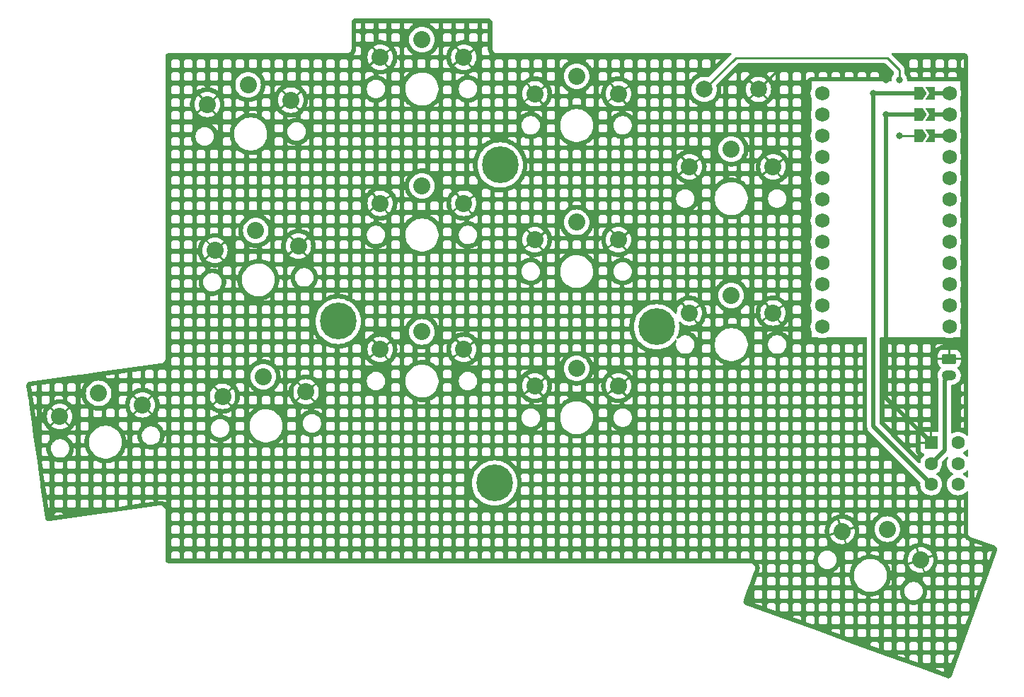
<source format=gbr>
%TF.GenerationSoftware,KiCad,Pcbnew,8.0.5*%
%TF.CreationDate,2024-09-22T11:05:02+10:00*%
%TF.ProjectId,pueo,7075656f-2e6b-4696-9361-645f70636258,0.1*%
%TF.SameCoordinates,Original*%
%TF.FileFunction,Copper,L2,Bot*%
%TF.FilePolarity,Positive*%
%FSLAX46Y46*%
G04 Gerber Fmt 4.6, Leading zero omitted, Abs format (unit mm)*
G04 Created by KiCad (PCBNEW 8.0.5) date 2024-09-22 11:05:02*
%MOMM*%
%LPD*%
G01*
G04 APERTURE LIST*
G04 Aperture macros list*
%AMRoundRect*
0 Rectangle with rounded corners*
0 $1 Rounding radius*
0 $2 $3 $4 $5 $6 $7 $8 $9 X,Y pos of 4 corners*
0 Add a 4 corners polygon primitive as box body*
4,1,4,$2,$3,$4,$5,$6,$7,$8,$9,$2,$3,0*
0 Add four circle primitives for the rounded corners*
1,1,$1+$1,$2,$3*
1,1,$1+$1,$4,$5*
1,1,$1+$1,$6,$7*
1,1,$1+$1,$8,$9*
0 Add four rect primitives between the rounded corners*
20,1,$1+$1,$2,$3,$4,$5,0*
20,1,$1+$1,$4,$5,$6,$7,0*
20,1,$1+$1,$6,$7,$8,$9,0*
20,1,$1+$1,$8,$9,$2,$3,0*%
%AMFreePoly0*
4,1,6,0.150000,0.000000,0.650000,-0.750000,-0.500000,-0.750000,-0.500000,0.750000,0.650000,0.750000,0.150000,0.000000,0.150000,0.000000,$1*%
%AMFreePoly1*
4,1,6,0.500000,-0.750000,-0.500000,-0.750000,-1.000000,0.000000,-0.500000,0.750000,0.500000,0.750000,0.500000,-0.750000,0.500000,-0.750000,$1*%
G04 Aperture macros list end*
%TA.AperFunction,ComponentPad*%
%ADD10C,2.032000*%
%TD*%
%TA.AperFunction,SMDPad,CuDef*%
%ADD11R,1.524000X0.500000*%
%TD*%
%TA.AperFunction,SMDPad,CuDef*%
%ADD12FreePoly0,180.000000*%
%TD*%
%TA.AperFunction,ComponentPad*%
%ADD13C,1.752600*%
%TD*%
%TA.AperFunction,SMDPad,CuDef*%
%ADD14FreePoly1,180.000000*%
%TD*%
%TA.AperFunction,ComponentPad*%
%ADD15C,4.400000*%
%TD*%
%TA.AperFunction,ComponentPad*%
%ADD16RoundRect,0.250000X-0.625000X0.350000X-0.625000X-0.350000X0.625000X-0.350000X0.625000X0.350000X0*%
%TD*%
%TA.AperFunction,ComponentPad*%
%ADD17O,1.750000X1.200000*%
%TD*%
%TA.AperFunction,ComponentPad*%
%ADD18C,2.000000*%
%TD*%
%TA.AperFunction,ComponentPad*%
%ADD19R,1.600000X1.600000*%
%TD*%
%TA.AperFunction,ComponentPad*%
%ADD20C,1.600000*%
%TD*%
%TA.AperFunction,ViaPad*%
%ADD21C,0.800000*%
%TD*%
%TA.AperFunction,Conductor*%
%ADD22C,0.500000*%
%TD*%
%TA.AperFunction,Conductor*%
%ADD23C,0.250000*%
%TD*%
G04 APERTURE END LIST*
D10*
%TO.P,S13,1*%
%TO.N,GND*%
X189096217Y-99805473D03*
X198493144Y-103225675D03*
%TO.P,S13,2*%
%TO.N,P10*%
X194512923Y-99542220D03*
%TD*%
%TO.P,S5,1*%
%TO.N,GND*%
X133845007Y-78011405D03*
X143845007Y-78011405D03*
%TO.P,S5,2*%
%TO.N,P2*%
X138845007Y-75911405D03*
%TD*%
%TO.P,S9,1*%
%TO.N,GND*%
X152345001Y-64886408D03*
X162345001Y-64886408D03*
%TO.P,S9,2*%
%TO.N,P6*%
X157345001Y-62786408D03*
%TD*%
%TO.P,S3,1*%
%TO.N,GND*%
X114072735Y-66150461D03*
X124059030Y-65627101D03*
%TO.P,S3,2*%
%TO.N,P15*%
X118955977Y-63791659D03*
%TD*%
%TO.P,S2,1*%
%TO.N,GND*%
X114988616Y-83626480D03*
X124974911Y-83103120D03*
%TO.P,S2,2*%
%TO.N,P14*%
X119871858Y-81267678D03*
%TD*%
D11*
%TO.P,MCU1,*%
%TO.N,*%
X200620007Y-47341408D03*
D12*
X199670008Y-47341410D03*
D13*
X186725014Y-47341410D03*
X201965003Y-47341412D03*
D12*
X199670007Y-49881408D03*
D13*
%TO.N,GND*%
X186725007Y-49881409D03*
X201965007Y-49881410D03*
D11*
%TO.N,*%
X200620008Y-49881411D03*
D13*
X186725008Y-52421408D03*
X201965009Y-52421409D03*
D11*
X200620007Y-52421409D03*
D12*
X199670005Y-52421410D03*
D13*
X201965008Y-54961411D03*
X186725007Y-54961411D03*
D14*
%TO.P,MCU1,1*%
%TO.N,RAW*%
X198220007Y-47341409D03*
%TO.P,MCU1,2*%
%TO.N,GND*%
X198220008Y-49881407D03*
%TO.P,MCU1,3*%
%TO.N,RST*%
X198220007Y-52421409D03*
D13*
%TO.P,MCU1,5*%
%TO.N,P21*%
X201965007Y-57501409D03*
%TO.P,MCU1,6*%
%TO.N,P20*%
X201965007Y-60041408D03*
%TO.P,MCU1,7*%
%TO.N,P19*%
X201965007Y-62581410D03*
%TO.P,MCU1,8*%
%TO.N,P18*%
X201965008Y-65121410D03*
%TO.P,MCU1,9*%
%TO.N,P15*%
X201965007Y-67661407D03*
%TO.P,MCU1,10*%
%TO.N,P14*%
X201965006Y-70201410D03*
%TO.P,MCU1,11*%
%TO.N,P16*%
X201965007Y-72741409D03*
%TO.P,MCU1,12*%
%TO.N,P10*%
X201965000Y-75281408D03*
%TO.P,MCU1,17*%
%TO.N,P2*%
X186725006Y-57501408D03*
%TO.P,MCU1,18*%
%TO.N,P3*%
X186725007Y-60041408D03*
%TO.P,MCU1,19*%
%TO.N,P4*%
X186725007Y-62581410D03*
%TO.P,MCU1,20*%
%TO.N,P5*%
X186725007Y-65121409D03*
%TO.P,MCU1,21*%
%TO.N,P6*%
X186725006Y-67661407D03*
%TO.P,MCU1,22*%
%TO.N,P7*%
X186725005Y-70201409D03*
%TO.P,MCU1,23*%
%TO.N,P8*%
X186725007Y-72741408D03*
%TO.P,MCU1,24*%
%TO.N,P9*%
X186725011Y-75281406D03*
%TD*%
D10*
%TO.P,S1,1*%
%TO.N,GND*%
X95501524Y-86049201D03*
X105404205Y-84657474D03*
%TO.P,S1,2*%
%TO.N,P16*%
X100160601Y-83273776D03*
%TD*%
D15*
%TO.P,REF\u002A\u002A,1*%
%TO.N,N/C*%
X128814384Y-74643939D03*
X148193951Y-55929308D03*
X147529015Y-94023506D03*
X166908582Y-75308875D03*
%TD*%
D10*
%TO.P,S10,1*%
%TO.N,GND*%
X152345007Y-47386409D03*
X162345007Y-47386409D03*
%TO.P,S10,2*%
%TO.N,P7*%
X157345007Y-45286409D03*
%TD*%
%TO.P,S4,1*%
%TO.N,GND*%
X113156856Y-48674442D03*
X123143151Y-48151082D03*
%TO.P,S4,2*%
%TO.N,P18*%
X118040098Y-46315640D03*
%TD*%
D16*
%TO.P,J6,1,Pin_1*%
%TO.N,GND*%
X201919596Y-79136247D03*
D17*
%TO.P,J6,2,Pin_2*%
%TO.N,bat+*%
X201919593Y-81136247D03*
%TD*%
D18*
%TO.P,SW16,1,1*%
%TO.N,RST*%
X172605597Y-46874244D03*
%TO.P,SW16,2,2*%
%TO.N,GND*%
X179105597Y-46874244D03*
%TD*%
D10*
%TO.P,S8,1*%
%TO.N,GND*%
X152345003Y-82386403D03*
X162345003Y-82386403D03*
%TO.P,S8,2*%
%TO.N,P5*%
X157345003Y-80286403D03*
%TD*%
%TO.P,S12,1*%
%TO.N,GND*%
X170845001Y-56136406D03*
X180845001Y-56136406D03*
%TO.P,S12,2*%
%TO.N,P9*%
X175845001Y-54036406D03*
%TD*%
%TO.P,S11,1*%
%TO.N,GND*%
X170845005Y-73636403D03*
X180845005Y-73636403D03*
%TO.P,S11,2*%
%TO.N,P8*%
X175845005Y-71536403D03*
%TD*%
%TO.P,S6,1*%
%TO.N,GND*%
X133845003Y-60511406D03*
X143845003Y-60511406D03*
%TO.P,S6,2*%
%TO.N,P3*%
X138845003Y-58411406D03*
%TD*%
%TO.P,S7,1*%
%TO.N,GND*%
X133845005Y-43011406D03*
X143845005Y-43011406D03*
%TO.P,S7,2*%
%TO.N,P4*%
X138845005Y-40911406D03*
%TD*%
D19*
%TO.P,on/off,1*%
%TO.N,GND*%
X199768600Y-89177738D03*
D20*
%TO.P,on/off,2*%
%TO.N,bat+*%
X199768593Y-91677739D03*
%TO.P,on/off,3*%
%TO.N,RAW*%
X199768608Y-94177738D03*
%TO.P,on/off,4*%
%TO.N,N/C*%
X202968610Y-89177730D03*
%TO.P,on/off,5*%
X202968605Y-91677738D03*
%TO.P,on/off,6*%
X202968594Y-94177737D03*
%TD*%
D21*
%TO.N,RAW*%
X192849289Y-47369523D03*
%TO.N,GND*%
X194391290Y-49881401D03*
X194391288Y-45715551D03*
%TO.N,RST*%
X195948594Y-45708243D03*
X195949289Y-52421407D03*
%TD*%
D22*
%TO.N,RAW*%
X194384926Y-47369528D02*
X192849289Y-47369523D01*
X198213648Y-47369527D02*
X194384926Y-47369528D01*
X192849289Y-47369523D02*
X192849288Y-82972434D01*
X192849290Y-87258418D02*
X199768607Y-94177739D01*
X192849288Y-82972434D02*
X192849290Y-87258418D01*
D23*
%TO.N,GND*%
X182693593Y-43808242D02*
X182171596Y-43808243D01*
D22*
X194391290Y-49881401D02*
X194391289Y-83800427D01*
D23*
X194391290Y-49881401D02*
X194383408Y-49881406D01*
X194391288Y-45715551D02*
X192483985Y-43808241D01*
X182171596Y-43808243D02*
X179105596Y-46874240D01*
X192483985Y-43808241D02*
X182693593Y-43808242D01*
D22*
X194391289Y-83800427D02*
X199768600Y-89177738D01*
X198220007Y-49881406D02*
X194391290Y-49881401D01*
D23*
X194383408Y-49881406D02*
X194383288Y-49881527D01*
%TO.N,RST*%
X176371597Y-43108242D02*
X172605598Y-46874243D01*
X184937597Y-43108243D02*
X176371597Y-43108242D01*
X194545434Y-43108242D02*
X195948597Y-44511405D01*
X184937597Y-43108243D02*
X194545434Y-43108242D01*
X195948597Y-44511405D02*
X195948594Y-45708243D01*
X198220005Y-52421406D02*
X195949289Y-52421407D01*
D22*
%TO.N,bat+*%
X201365596Y-90080735D02*
X199768592Y-91677741D01*
X201365597Y-81690244D02*
X201365596Y-90080735D01*
X201919593Y-81136246D02*
X201365597Y-81690244D01*
%TD*%
%TA.AperFunction,Conductor*%
%TO.N,GND*%
G36*
X146853064Y-38387967D02*
G01*
X146866239Y-38389701D01*
X146938693Y-38399241D01*
X146969948Y-38407616D01*
X147042175Y-38437535D01*
X147070203Y-38453718D01*
X147132216Y-38501304D01*
X147155104Y-38524192D01*
X147202689Y-38586208D01*
X147218874Y-38614243D01*
X147248785Y-38686459D01*
X147257163Y-38717728D01*
X147268447Y-38803460D01*
X147269507Y-38819641D01*
X147269504Y-41885015D01*
X147269497Y-41885037D01*
X147269501Y-41885038D01*
X147269483Y-42001241D01*
X147269483Y-42001246D01*
X147298328Y-42127694D01*
X147298328Y-42127695D01*
X147354595Y-42244556D01*
X147354596Y-42244558D01*
X147417262Y-42323138D01*
X147435457Y-42345954D01*
X147507121Y-42403100D01*
X147536863Y-42426817D01*
X147576767Y-42446028D01*
X147653721Y-42483078D01*
X147780172Y-42511919D01*
X147831701Y-42511909D01*
X147852620Y-42511906D01*
X147852620Y-42511909D01*
X147852636Y-42511905D01*
X175772668Y-42511904D01*
X175839707Y-42531589D01*
X175885462Y-42584393D01*
X175895406Y-42653551D01*
X175866381Y-42717107D01*
X175860349Y-42723585D01*
X173183263Y-45400671D01*
X173121940Y-45434156D01*
X173066635Y-45433564D01*
X172842311Y-45379709D01*
X172605597Y-45361079D01*
X172368882Y-45379709D01*
X172138001Y-45435139D01*
X172137999Y-45435139D01*
X171918637Y-45526001D01*
X171918634Y-45526003D01*
X171716186Y-45650064D01*
X171716183Y-45650065D01*
X171535628Y-45804275D01*
X171381418Y-45984830D01*
X171381417Y-45984833D01*
X171257356Y-46187281D01*
X171257354Y-46187284D01*
X171166492Y-46406646D01*
X171166492Y-46406648D01*
X171111062Y-46637529D01*
X171092432Y-46874244D01*
X171111062Y-47110958D01*
X171166492Y-47341839D01*
X171166492Y-47341841D01*
X171257354Y-47561203D01*
X171257356Y-47561206D01*
X171381417Y-47763654D01*
X171381418Y-47763657D01*
X171433673Y-47824840D01*
X171535628Y-47944213D01*
X171655521Y-48046611D01*
X171716183Y-48098422D01*
X171716186Y-48098423D01*
X171918634Y-48222484D01*
X171918637Y-48222486D01*
X172138000Y-48313348D01*
X172138001Y-48313348D01*
X172138003Y-48313349D01*
X172368886Y-48368779D01*
X172605597Y-48387409D01*
X172842308Y-48368779D01*
X173073191Y-48313349D01*
X173073193Y-48313348D01*
X173073194Y-48313348D01*
X173292556Y-48222486D01*
X173292557Y-48222485D01*
X173292560Y-48222484D01*
X173495013Y-48098420D01*
X173675566Y-47944213D01*
X173829773Y-47763660D01*
X173953837Y-47561207D01*
X173957319Y-47552802D01*
X174026035Y-47386906D01*
X174597454Y-47386906D01*
X174772635Y-47386906D01*
X174924997Y-47234544D01*
X174924997Y-46537268D01*
X175472997Y-46537268D01*
X175472997Y-47234544D01*
X175625359Y-47386906D01*
X176322635Y-47386906D01*
X176474997Y-47234544D01*
X176474997Y-46874238D01*
X177600456Y-46874238D01*
X177600456Y-46874249D01*
X177620982Y-47121973D01*
X177620984Y-47121982D01*
X177682009Y-47362961D01*
X177781863Y-47590608D01*
X177917834Y-47798727D01*
X177959296Y-47843765D01*
X177959298Y-47843765D01*
X178566166Y-47236897D01*
X178600709Y-47288595D01*
X178691246Y-47379132D01*
X178742942Y-47413674D01*
X178136134Y-48020482D01*
X178136134Y-48020483D01*
X178282366Y-48134300D01*
X178282368Y-48134301D01*
X178500982Y-48252608D01*
X178500993Y-48252613D01*
X178736103Y-48333327D01*
X178981304Y-48374244D01*
X179229890Y-48374244D01*
X179475090Y-48333327D01*
X179710200Y-48252613D01*
X179710211Y-48252608D01*
X179928825Y-48134301D01*
X179928828Y-48134299D01*
X180075058Y-48020482D01*
X179468250Y-47413674D01*
X179519948Y-47379132D01*
X179610485Y-47288595D01*
X179645027Y-47236898D01*
X180251895Y-47843766D01*
X180293366Y-47798719D01*
X180429329Y-47590611D01*
X180529184Y-47362961D01*
X180590209Y-47121982D01*
X180590211Y-47121973D01*
X180610738Y-46874249D01*
X180610738Y-46874238D01*
X180590211Y-46626514D01*
X180590209Y-46626505D01*
X180567611Y-46537268D01*
X181672997Y-46537268D01*
X181672997Y-47234544D01*
X181825359Y-47386906D01*
X182522635Y-47386906D01*
X182674997Y-47234544D01*
X182674997Y-46537268D01*
X183222997Y-46537268D01*
X183222997Y-47234544D01*
X183375359Y-47386906D01*
X184072635Y-47386906D01*
X184224997Y-47234544D01*
X184224997Y-46537268D01*
X184072635Y-46384906D01*
X183375359Y-46384906D01*
X183222997Y-46537268D01*
X182674997Y-46537268D01*
X182522635Y-46384906D01*
X181825359Y-46384906D01*
X181672997Y-46537268D01*
X180567611Y-46537268D01*
X180529184Y-46385526D01*
X180429330Y-46157879D01*
X180293363Y-45949766D01*
X180293354Y-45949754D01*
X180251896Y-45904721D01*
X180251894Y-45904721D01*
X179645026Y-46511589D01*
X179610485Y-46459893D01*
X179519948Y-46369356D01*
X179468250Y-46334813D01*
X180075058Y-45728004D01*
X180075058Y-45728003D01*
X179928833Y-45614191D01*
X179928828Y-45614188D01*
X179710211Y-45495879D01*
X179710200Y-45495874D01*
X179475090Y-45415160D01*
X179229890Y-45374244D01*
X178981304Y-45374244D01*
X178736103Y-45415160D01*
X178500993Y-45495874D01*
X178500982Y-45495879D01*
X178282365Y-45614188D01*
X178282362Y-45614190D01*
X178136134Y-45728003D01*
X178136134Y-45728004D01*
X178742943Y-46334813D01*
X178691246Y-46369356D01*
X178600709Y-46459893D01*
X178566166Y-46511590D01*
X177959297Y-45904721D01*
X177959296Y-45904721D01*
X177917829Y-45949765D01*
X177781864Y-46157876D01*
X177682009Y-46385526D01*
X177620984Y-46626505D01*
X177620982Y-46626514D01*
X177600456Y-46874238D01*
X176474997Y-46874238D01*
X176474997Y-46537268D01*
X176322635Y-46384906D01*
X175625359Y-46384906D01*
X175472997Y-46537268D01*
X174924997Y-46537268D01*
X174772635Y-46384906D01*
X174765824Y-46384906D01*
X174634565Y-46516164D01*
X174635504Y-46520072D01*
X174636549Y-46524835D01*
X174638848Y-46536396D01*
X174639703Y-46541185D01*
X174643070Y-46562446D01*
X174643737Y-46567271D01*
X174645121Y-46578967D01*
X174645598Y-46583809D01*
X174665917Y-46841978D01*
X174666203Y-46846834D01*
X174666666Y-46858607D01*
X174666762Y-46863480D01*
X174666762Y-46885008D01*
X174666666Y-46889881D01*
X174666203Y-46901654D01*
X174665917Y-46906510D01*
X174645598Y-47164679D01*
X174645121Y-47169521D01*
X174643737Y-47181217D01*
X174643070Y-47186042D01*
X174639703Y-47207303D01*
X174638847Y-47212094D01*
X174636548Y-47223654D01*
X174635504Y-47228414D01*
X174597454Y-47386906D01*
X174026035Y-47386906D01*
X174044701Y-47341841D01*
X174044701Y-47341840D01*
X174044702Y-47341838D01*
X174100132Y-47110955D01*
X174118762Y-46874244D01*
X174100132Y-46637533D01*
X174046275Y-46413202D01*
X174049766Y-46343421D01*
X174079166Y-46296577D01*
X174698010Y-45677733D01*
X175472997Y-45677733D01*
X175472997Y-45684544D01*
X175625359Y-45836906D01*
X176322635Y-45836906D01*
X176474997Y-45684544D01*
X176474997Y-44987268D01*
X177022997Y-44987268D01*
X177022997Y-45684544D01*
X177175359Y-45836906D01*
X177336976Y-45836906D01*
X177465259Y-45640553D01*
X177468152Y-45636319D01*
X177475362Y-45626221D01*
X177478430Y-45622107D01*
X177492350Y-45604225D01*
X177495571Y-45600258D01*
X177503584Y-45590796D01*
X177506982Y-45586948D01*
X177633439Y-45449581D01*
X177659937Y-45430454D01*
X177670998Y-45409502D01*
X177704494Y-45369537D01*
X177954717Y-45174781D01*
X177958828Y-45171715D01*
X177968924Y-45164507D01*
X177973156Y-45161616D01*
X177992126Y-45149223D01*
X177996470Y-45146511D01*
X178007123Y-45140163D01*
X178011580Y-45137631D01*
X178024997Y-45130369D01*
X178024997Y-44987268D01*
X180122997Y-44987268D01*
X180122997Y-45096166D01*
X180199614Y-45137630D01*
X180204071Y-45140163D01*
X180214724Y-45146511D01*
X180219065Y-45149221D01*
X180238036Y-45161614D01*
X180242276Y-45164510D01*
X180252371Y-45171718D01*
X180256477Y-45174781D01*
X180506699Y-45369537D01*
X180540196Y-45409503D01*
X180551257Y-45430456D01*
X180577749Y-45449579D01*
X180704211Y-45586949D01*
X180707605Y-45590791D01*
X180715625Y-45600260D01*
X180718858Y-45604241D01*
X180732778Y-45622126D01*
X180735841Y-45626234D01*
X180743045Y-45636324D01*
X180745936Y-45640555D01*
X180874219Y-45836906D01*
X180972635Y-45836906D01*
X181124997Y-45684544D01*
X181124997Y-44987268D01*
X181672997Y-44987268D01*
X181672997Y-45684544D01*
X181825359Y-45836906D01*
X182522635Y-45836906D01*
X182674997Y-45684544D01*
X182674997Y-44987268D01*
X183222997Y-44987268D01*
X183222997Y-45684544D01*
X183375359Y-45836906D01*
X184072635Y-45836906D01*
X184224997Y-45684544D01*
X184224997Y-44987268D01*
X184772997Y-44987268D01*
X184772997Y-45684544D01*
X184907307Y-45818854D01*
X184916445Y-45772918D01*
X184962117Y-45662656D01*
X184988997Y-45622428D01*
X185146027Y-45465398D01*
X185186255Y-45438518D01*
X185296517Y-45392846D01*
X185343970Y-45383407D01*
X185774997Y-45383407D01*
X185774997Y-44987268D01*
X186322997Y-44987268D01*
X186322997Y-45383407D01*
X187324997Y-45383407D01*
X187324997Y-44987268D01*
X187872997Y-44987268D01*
X187872997Y-45383407D01*
X188874997Y-45383407D01*
X188874997Y-44987268D01*
X189422997Y-44987268D01*
X189422997Y-45383407D01*
X190424997Y-45383407D01*
X190424997Y-44987268D01*
X190972997Y-44987268D01*
X190972997Y-45383407D01*
X191974997Y-45383407D01*
X191974997Y-44987268D01*
X192522997Y-44987268D01*
X192522997Y-45383407D01*
X193524997Y-45383407D01*
X193524997Y-44987268D01*
X193372635Y-44834906D01*
X192675359Y-44834906D01*
X192522997Y-44987268D01*
X191974997Y-44987268D01*
X191822635Y-44834906D01*
X191125359Y-44834906D01*
X190972997Y-44987268D01*
X190424997Y-44987268D01*
X190272635Y-44834906D01*
X189575359Y-44834906D01*
X189422997Y-44987268D01*
X188874997Y-44987268D01*
X188722635Y-44834906D01*
X188025359Y-44834906D01*
X187872997Y-44987268D01*
X187324997Y-44987268D01*
X187172635Y-44834906D01*
X186475359Y-44834906D01*
X186322997Y-44987268D01*
X185774997Y-44987268D01*
X185622635Y-44834906D01*
X184925359Y-44834906D01*
X184772997Y-44987268D01*
X184224997Y-44987268D01*
X184072635Y-44834906D01*
X183375359Y-44834906D01*
X183222997Y-44987268D01*
X182674997Y-44987268D01*
X182522635Y-44834906D01*
X181825359Y-44834906D01*
X181672997Y-44987268D01*
X181124997Y-44987268D01*
X180972635Y-44834906D01*
X180275359Y-44834906D01*
X180122997Y-44987268D01*
X178024997Y-44987268D01*
X177872635Y-44834906D01*
X177175359Y-44834906D01*
X177022997Y-44987268D01*
X176474997Y-44987268D01*
X176322635Y-44834906D01*
X176315825Y-44834906D01*
X175472997Y-45677733D01*
X174698010Y-45677733D01*
X176597682Y-43778060D01*
X176659005Y-43744576D01*
X176685363Y-43741742D01*
X184875202Y-43741742D01*
X184875203Y-43741743D01*
X184941125Y-43741742D01*
X184999991Y-43741743D01*
X184999991Y-43741742D01*
X185051335Y-43741743D01*
X185051354Y-43741742D01*
X194231668Y-43741742D01*
X194298707Y-43761427D01*
X194319349Y-43778061D01*
X195278776Y-44737488D01*
X195312261Y-44798811D01*
X195315095Y-44825169D01*
X195315095Y-45006483D01*
X195295410Y-45073522D01*
X195283245Y-45089455D01*
X195209557Y-45171293D01*
X195209552Y-45171300D01*
X195114067Y-45336686D01*
X195114064Y-45336693D01*
X195055053Y-45518311D01*
X195055052Y-45518315D01*
X195040791Y-45653999D01*
X195035090Y-45708243D01*
X195044150Y-45794446D01*
X195031580Y-45863176D01*
X194983848Y-45914199D01*
X194920829Y-45931407D01*
X185455006Y-45931407D01*
X185455006Y-46763347D01*
X185444562Y-46813157D01*
X185410757Y-46890224D01*
X185354419Y-47112701D01*
X185335468Y-47341404D01*
X185335468Y-47341415D01*
X185354419Y-47570118D01*
X185405037Y-47770009D01*
X185410757Y-47792595D01*
X185444562Y-47869663D01*
X185455006Y-47919472D01*
X185455006Y-49324491D01*
X185444562Y-49374301D01*
X185418816Y-49432995D01*
X185362824Y-49654104D01*
X185343990Y-49881403D01*
X185343990Y-49881414D01*
X185362824Y-50108713D01*
X185418817Y-50329824D01*
X185444562Y-50388517D01*
X185455006Y-50438327D01*
X185455006Y-51843331D01*
X185444562Y-51893141D01*
X185410750Y-51970224D01*
X185354413Y-52192699D01*
X185335462Y-52421402D01*
X185335462Y-52421413D01*
X185354413Y-52650116D01*
X185410286Y-52870759D01*
X185410751Y-52872593D01*
X185440500Y-52940414D01*
X185444562Y-52949673D01*
X185455006Y-52999484D01*
X185455006Y-54383331D01*
X185444562Y-54433140D01*
X185410750Y-54510223D01*
X185354412Y-54732702D01*
X185335461Y-54961405D01*
X185335461Y-54961416D01*
X185354412Y-55190119D01*
X185410749Y-55412594D01*
X185444562Y-55489679D01*
X185455006Y-55539489D01*
X185455006Y-56923326D01*
X185444562Y-56973135D01*
X185410750Y-57050220D01*
X185410748Y-57050224D01*
X185354411Y-57272699D01*
X185335460Y-57501402D01*
X185335460Y-57501413D01*
X185354411Y-57730116D01*
X185410747Y-57952589D01*
X185410749Y-57952593D01*
X185444305Y-58029094D01*
X185444562Y-58029678D01*
X185455006Y-58079488D01*
X185455006Y-59463328D01*
X185444562Y-59513137D01*
X185410750Y-59590220D01*
X185354412Y-59812699D01*
X185335461Y-60041402D01*
X185335461Y-60041413D01*
X185354412Y-60270116D01*
X185410749Y-60492591D01*
X185414281Y-60500643D01*
X185444436Y-60569390D01*
X185444562Y-60569676D01*
X185455006Y-60619486D01*
X185455006Y-62003329D01*
X185444563Y-62053138D01*
X185410748Y-62130229D01*
X185354412Y-62352701D01*
X185335461Y-62581404D01*
X185335461Y-62581415D01*
X185354412Y-62810118D01*
X185354412Y-62810121D01*
X185354413Y-62810122D01*
X185370409Y-62873290D01*
X185410750Y-63032595D01*
X185444563Y-63109681D01*
X185455007Y-63159491D01*
X185455007Y-64543328D01*
X185444563Y-64593138D01*
X185410749Y-64670225D01*
X185354412Y-64892700D01*
X185335461Y-65121403D01*
X185335461Y-65121414D01*
X185354412Y-65350117D01*
X185410750Y-65572594D01*
X185444563Y-65649680D01*
X185455007Y-65699490D01*
X185455007Y-67083323D01*
X185444563Y-67133132D01*
X185410750Y-67210219D01*
X185410748Y-67210223D01*
X185354411Y-67432698D01*
X185335460Y-67661401D01*
X185335460Y-67661412D01*
X185354411Y-67890115D01*
X185410747Y-68112587D01*
X185410749Y-68112592D01*
X185444194Y-68188840D01*
X185444563Y-68189679D01*
X185455007Y-68239489D01*
X185455007Y-69623323D01*
X185444563Y-69673133D01*
X185410747Y-69750225D01*
X185354410Y-69972700D01*
X185335459Y-70201403D01*
X185335459Y-70201414D01*
X185354410Y-70430117D01*
X185410447Y-70651408D01*
X185410748Y-70652594D01*
X185426689Y-70688937D01*
X185444563Y-70729684D01*
X185455007Y-70779494D01*
X185455007Y-72163326D01*
X185444563Y-72213135D01*
X185410751Y-72290220D01*
X185410749Y-72290224D01*
X185354412Y-72512699D01*
X185335461Y-72741402D01*
X185335461Y-72741413D01*
X185354412Y-72970116D01*
X185410749Y-73192591D01*
X185410750Y-73192593D01*
X185429433Y-73235187D01*
X185444563Y-73269678D01*
X185455007Y-73319488D01*
X185455007Y-74703333D01*
X185444563Y-74753142D01*
X185410754Y-74830218D01*
X185354416Y-75052697D01*
X185335465Y-75281400D01*
X185335465Y-75281411D01*
X185354416Y-75510114D01*
X185354417Y-75510116D01*
X185354417Y-75510118D01*
X185410754Y-75732591D01*
X185444563Y-75809668D01*
X185455007Y-75859478D01*
X185455007Y-76551407D01*
X185455008Y-76551408D01*
X186138841Y-76551408D01*
X186179104Y-76558127D01*
X186325456Y-76608369D01*
X186383898Y-76628432D01*
X186610263Y-76666206D01*
X186610264Y-76666206D01*
X186839758Y-76666206D01*
X186839759Y-76666206D01*
X187066124Y-76628432D01*
X187132486Y-76605650D01*
X187270918Y-76558127D01*
X187311181Y-76551408D01*
X191966788Y-76551408D01*
X192033827Y-76571093D01*
X192079582Y-76623897D01*
X192090788Y-76675408D01*
X192090788Y-82897728D01*
X192090790Y-87183713D01*
X192090790Y-87333127D01*
X192119937Y-87479656D01*
X192119940Y-87479668D01*
X192177113Y-87617698D01*
X192260125Y-87741935D01*
X192260126Y-87741936D01*
X198433596Y-93915409D01*
X198467081Y-93976732D01*
X198469443Y-94013897D01*
X198455110Y-94177735D01*
X198455110Y-94177739D01*
X198475064Y-94405819D01*
X198475065Y-94405827D01*
X198534322Y-94626976D01*
X198534326Y-94626987D01*
X198629323Y-94830708D01*
X198631085Y-94834487D01*
X198762410Y-95022038D01*
X198924308Y-95183936D01*
X199111859Y-95315261D01*
X199236699Y-95373474D01*
X199319358Y-95412019D01*
X199319360Y-95412019D01*
X199319365Y-95412022D01*
X199540521Y-95471281D01*
X199703440Y-95485534D01*
X199768606Y-95491236D01*
X199768608Y-95491236D01*
X199768610Y-95491236D01*
X199825629Y-95486247D01*
X199996695Y-95471281D01*
X200217851Y-95412022D01*
X200425357Y-95315261D01*
X200612908Y-95183936D01*
X200774806Y-95022038D01*
X200906131Y-94834487D01*
X201002892Y-94626981D01*
X201062151Y-94405825D01*
X201082106Y-94177738D01*
X201062151Y-93949651D01*
X201002892Y-93728495D01*
X201002888Y-93728487D01*
X200947394Y-93609479D01*
X200906131Y-93520989D01*
X200774806Y-93333438D01*
X200612908Y-93171540D01*
X200425357Y-93040215D01*
X200425130Y-93040109D01*
X200425048Y-93040037D01*
X200420671Y-93037510D01*
X200421179Y-93036629D01*
X200372697Y-92993929D01*
X200353555Y-92926732D01*
X200373781Y-92859854D01*
X200421149Y-92818822D01*
X200420656Y-92817967D01*
X200425095Y-92815403D01*
X200425163Y-92815345D01*
X200425342Y-92815262D01*
X200612893Y-92683937D01*
X200774791Y-92522039D01*
X200906116Y-92334488D01*
X201002877Y-92126982D01*
X201062136Y-91905826D01*
X201082091Y-91677739D01*
X201067756Y-91513895D01*
X201081522Y-91445397D01*
X201103600Y-91415411D01*
X201624824Y-90894188D01*
X201686147Y-90860703D01*
X201755839Y-90865687D01*
X201811772Y-90907559D01*
X201836189Y-90973023D01*
X201824887Y-91034273D01*
X201734323Y-91228488D01*
X201734319Y-91228499D01*
X201675062Y-91449648D01*
X201675061Y-91449656D01*
X201655107Y-91677736D01*
X201655107Y-91677739D01*
X201675061Y-91905819D01*
X201675062Y-91905827D01*
X201734319Y-92126976D01*
X201734323Y-92126987D01*
X201831080Y-92334483D01*
X201831082Y-92334487D01*
X201962407Y-92522038D01*
X202124305Y-92683936D01*
X202311856Y-92815261D01*
X202312043Y-92815348D01*
X202312111Y-92815408D01*
X202316542Y-92817966D01*
X202316028Y-92818856D01*
X202364486Y-92861515D01*
X202383644Y-92928706D01*
X202363435Y-92995589D01*
X202316044Y-93036665D01*
X202316531Y-93037509D01*
X202312159Y-93040032D01*
X202312076Y-93040105D01*
X202311858Y-93040206D01*
X202311846Y-93040213D01*
X202281701Y-93061321D01*
X202124294Y-93171539D01*
X202124292Y-93171540D01*
X202124289Y-93171543D01*
X201962400Y-93333432D01*
X201962397Y-93333435D01*
X201962396Y-93333437D01*
X201940977Y-93364027D01*
X201831070Y-93520989D01*
X201831069Y-93520991D01*
X201734312Y-93728487D01*
X201734308Y-93728498D01*
X201675051Y-93949647D01*
X201675050Y-93949655D01*
X201655096Y-94177735D01*
X201655096Y-94177738D01*
X201675050Y-94405818D01*
X201675051Y-94405826D01*
X201734308Y-94626975D01*
X201734312Y-94626986D01*
X201814087Y-94798063D01*
X201831071Y-94834486D01*
X201962396Y-95022037D01*
X202124294Y-95183935D01*
X202311845Y-95315260D01*
X202436685Y-95373473D01*
X202519344Y-95412018D01*
X202519346Y-95412018D01*
X202519351Y-95412021D01*
X202740507Y-95471280D01*
X202903426Y-95485533D01*
X202968592Y-95491235D01*
X202968594Y-95491235D01*
X202968596Y-95491235D01*
X203025615Y-95486246D01*
X203196681Y-95471280D01*
X203417837Y-95412021D01*
X203625343Y-95315260D01*
X203812894Y-95183935D01*
X203970325Y-95026504D01*
X204031648Y-94993019D01*
X204101340Y-94998003D01*
X204157273Y-95039875D01*
X204181690Y-95105339D01*
X204182006Y-95114185D01*
X204182006Y-99998974D01*
X204182045Y-99999376D01*
X204182054Y-100030775D01*
X204205816Y-100145941D01*
X204252379Y-100253913D01*
X204252381Y-100253916D01*
X204319824Y-100350242D01*
X204389600Y-100416070D01*
X204405357Y-100430936D01*
X204405359Y-100430938D01*
X204505438Y-100492657D01*
X204505443Y-100492660D01*
X204535205Y-100503504D01*
X204535294Y-100503547D01*
X204546562Y-100507648D01*
X204546563Y-100507649D01*
X207407099Y-101548794D01*
X207421954Y-101555332D01*
X207465917Y-101578223D01*
X207498295Y-101595083D01*
X207498559Y-101595220D01*
X207525064Y-101613781D01*
X207582698Y-101666600D01*
X207603500Y-101691395D01*
X207645498Y-101757324D01*
X207659176Y-101786658D01*
X207682681Y-101861208D01*
X207688302Y-101893084D01*
X207691713Y-101971178D01*
X207688893Y-102003422D01*
X207670177Y-102087864D01*
X207665637Y-102103441D01*
X202209182Y-117094936D01*
X202209180Y-117094938D01*
X202209181Y-117094939D01*
X202198926Y-117123116D01*
X202192393Y-117137963D01*
X202152520Y-117214561D01*
X202133952Y-117241080D01*
X202081147Y-117298706D01*
X202056347Y-117319514D01*
X201990429Y-117361506D01*
X201961088Y-117375187D01*
X201886545Y-117398686D01*
X201854665Y-117404305D01*
X201779439Y-117407584D01*
X201776584Y-117407708D01*
X201744334Y-117404885D01*
X201699283Y-117394892D01*
X201659651Y-117386102D01*
X201644083Y-117381562D01*
X201611611Y-117369740D01*
X201611582Y-117369734D01*
X198637530Y-116287268D01*
X200272997Y-116287268D01*
X200272997Y-116299359D01*
X201274997Y-116664056D01*
X201274997Y-116287268D01*
X201122635Y-116134906D01*
X200425359Y-116134906D01*
X200272997Y-116287268D01*
X198637530Y-116287268D01*
X194116328Y-114641686D01*
X195718578Y-114641686D01*
X196624997Y-114971596D01*
X196624997Y-114737268D01*
X197172997Y-114737268D01*
X197172997Y-115171052D01*
X198100796Y-115508742D01*
X198174997Y-115434542D01*
X198174997Y-114737268D01*
X198722997Y-114737268D01*
X198722997Y-115434544D01*
X198875359Y-115586906D01*
X199572635Y-115586906D01*
X199724997Y-115434544D01*
X199724997Y-114737268D01*
X200272997Y-114737268D01*
X200272997Y-115434544D01*
X200425359Y-115586906D01*
X201122635Y-115586906D01*
X201274997Y-115434544D01*
X201274997Y-114737268D01*
X201822997Y-114737268D01*
X201822997Y-115434544D01*
X201975359Y-115586906D01*
X202174890Y-115586906D01*
X202539588Y-114584906D01*
X201975359Y-114584906D01*
X201822997Y-114737268D01*
X201274997Y-114737268D01*
X201122635Y-114584906D01*
X200425359Y-114584906D01*
X200272997Y-114737268D01*
X199724997Y-114737268D01*
X199572635Y-114584906D01*
X198875359Y-114584906D01*
X198722997Y-114737268D01*
X198174997Y-114737268D01*
X198022635Y-114584906D01*
X197325359Y-114584906D01*
X197172997Y-114737268D01*
X196624997Y-114737268D01*
X196472635Y-114584906D01*
X195775359Y-114584906D01*
X195718578Y-114641686D01*
X194116328Y-114641686D01*
X190120346Y-113187268D01*
X192522997Y-113187268D01*
X192522997Y-113478591D01*
X193524997Y-113843289D01*
X193524997Y-113187268D01*
X194072997Y-113187268D01*
X194072997Y-113884544D01*
X194225359Y-114036906D01*
X194922635Y-114036906D01*
X195074997Y-113884544D01*
X195074997Y-113187268D01*
X195622997Y-113187268D01*
X195622997Y-113884544D01*
X195775359Y-114036906D01*
X196472635Y-114036906D01*
X196624997Y-113884544D01*
X196624997Y-113187268D01*
X197172997Y-113187268D01*
X197172997Y-113884544D01*
X197325359Y-114036906D01*
X198022635Y-114036906D01*
X198174997Y-113884544D01*
X198174997Y-113187268D01*
X198722997Y-113187268D01*
X198722997Y-113884544D01*
X198875359Y-114036906D01*
X199572635Y-114036906D01*
X199724997Y-113884544D01*
X199724997Y-113187268D01*
X200272997Y-113187268D01*
X200272997Y-113884544D01*
X200425359Y-114036906D01*
X201122635Y-114036906D01*
X201274997Y-113884544D01*
X201274997Y-113187268D01*
X201822997Y-113187268D01*
X201822997Y-113884544D01*
X201975359Y-114036906D01*
X202672634Y-114036906D01*
X202777045Y-113932493D01*
X202824997Y-113800748D01*
X202824997Y-113187268D01*
X202672635Y-113034906D01*
X201975359Y-113034906D01*
X201822997Y-113187268D01*
X201274997Y-113187268D01*
X201122635Y-113034906D01*
X200425359Y-113034906D01*
X200272997Y-113187268D01*
X199724997Y-113187268D01*
X199572635Y-113034906D01*
X198875359Y-113034906D01*
X198722997Y-113187268D01*
X198174997Y-113187268D01*
X198022635Y-113034906D01*
X197325359Y-113034906D01*
X197172997Y-113187268D01*
X196624997Y-113187268D01*
X196472635Y-113034906D01*
X195775359Y-113034906D01*
X195622997Y-113187268D01*
X195074997Y-113187268D01*
X194922635Y-113034906D01*
X194225359Y-113034906D01*
X194072997Y-113187268D01*
X193524997Y-113187268D01*
X193372635Y-113034906D01*
X192675359Y-113034906D01*
X192522997Y-113187268D01*
X190120346Y-113187268D01*
X187272749Y-112150828D01*
X185861754Y-111637268D01*
X187872997Y-111637268D01*
X187872997Y-111786129D01*
X188874997Y-112150828D01*
X188874997Y-111637268D01*
X189422997Y-111637268D01*
X189422997Y-112334544D01*
X189447743Y-112359290D01*
X189798362Y-112486906D01*
X190272635Y-112486906D01*
X190424997Y-112334544D01*
X190424997Y-111637268D01*
X190972997Y-111637268D01*
X190972997Y-112334544D01*
X191125359Y-112486906D01*
X191822635Y-112486906D01*
X191974997Y-112334544D01*
X191974997Y-111637268D01*
X192522997Y-111637268D01*
X192522997Y-112334544D01*
X192675359Y-112486906D01*
X193372635Y-112486906D01*
X193524997Y-112334544D01*
X193524997Y-111637268D01*
X194072997Y-111637268D01*
X194072997Y-112334544D01*
X194225359Y-112486906D01*
X194922635Y-112486906D01*
X195074997Y-112334544D01*
X195074997Y-111637268D01*
X195622997Y-111637268D01*
X195622997Y-112334544D01*
X195775359Y-112486906D01*
X196472635Y-112486906D01*
X196624997Y-112334544D01*
X196624997Y-111637268D01*
X197172997Y-111637268D01*
X197172997Y-112334544D01*
X197325359Y-112486906D01*
X198022635Y-112486906D01*
X198174997Y-112334544D01*
X198174997Y-111637268D01*
X198722997Y-111637268D01*
X198722997Y-112334544D01*
X198875359Y-112486906D01*
X199572635Y-112486906D01*
X199724997Y-112334544D01*
X199724997Y-111637268D01*
X200272997Y-111637268D01*
X200272997Y-112334544D01*
X200425359Y-112486906D01*
X201122635Y-112486906D01*
X201274997Y-112334544D01*
X201274997Y-111637268D01*
X201822997Y-111637268D01*
X201822997Y-112334544D01*
X201975359Y-112486906D01*
X202672635Y-112486906D01*
X202824997Y-112334544D01*
X202824997Y-111637268D01*
X202672635Y-111484906D01*
X201975359Y-111484906D01*
X201822997Y-111637268D01*
X201274997Y-111637268D01*
X201122635Y-111484906D01*
X200425359Y-111484906D01*
X200272997Y-111637268D01*
X199724997Y-111637268D01*
X199572635Y-111484906D01*
X198875359Y-111484906D01*
X198722997Y-111637268D01*
X198174997Y-111637268D01*
X198022635Y-111484906D01*
X197325359Y-111484906D01*
X197172997Y-111637268D01*
X196624997Y-111637268D01*
X196472635Y-111484906D01*
X195775359Y-111484906D01*
X195622997Y-111637268D01*
X195074997Y-111637268D01*
X194922635Y-111484906D01*
X194225359Y-111484906D01*
X194072997Y-111637268D01*
X193524997Y-111637268D01*
X193372635Y-111484906D01*
X192675359Y-111484906D01*
X192522997Y-111637268D01*
X191974997Y-111637268D01*
X191822635Y-111484906D01*
X191125359Y-111484906D01*
X190972997Y-111637268D01*
X190424997Y-111637268D01*
X190272635Y-111484906D01*
X189575359Y-111484906D01*
X189422997Y-111637268D01*
X188874997Y-111637268D01*
X188722635Y-111484906D01*
X188025359Y-111484906D01*
X187872997Y-111637268D01*
X185861754Y-111637268D01*
X181603163Y-110087268D01*
X183222997Y-110087268D01*
X183222997Y-110093668D01*
X184224997Y-110458367D01*
X184224997Y-110087268D01*
X184772997Y-110087268D01*
X184772997Y-110657823D01*
X185539770Y-110936906D01*
X185622635Y-110936906D01*
X185774997Y-110784544D01*
X185774997Y-110087268D01*
X186322997Y-110087268D01*
X186322997Y-110784544D01*
X186475359Y-110936906D01*
X187172635Y-110936906D01*
X187324997Y-110784544D01*
X187324997Y-110087268D01*
X187872997Y-110087268D01*
X187872997Y-110784544D01*
X188025359Y-110936906D01*
X188722635Y-110936906D01*
X188874997Y-110784544D01*
X188874997Y-110087268D01*
X189422997Y-110087268D01*
X189422997Y-110784544D01*
X189575359Y-110936906D01*
X190272635Y-110936906D01*
X190424997Y-110784544D01*
X190424997Y-110087268D01*
X190972997Y-110087268D01*
X190972997Y-110784544D01*
X191125359Y-110936906D01*
X191822635Y-110936906D01*
X191974997Y-110784544D01*
X191974997Y-110087268D01*
X192522997Y-110087268D01*
X192522997Y-110784544D01*
X192675359Y-110936906D01*
X193372635Y-110936906D01*
X193524997Y-110784544D01*
X193524997Y-110087268D01*
X194072997Y-110087268D01*
X194072997Y-110784544D01*
X194225359Y-110936906D01*
X194922635Y-110936906D01*
X195074997Y-110784544D01*
X195074997Y-110087268D01*
X195622997Y-110087268D01*
X195622997Y-110784544D01*
X195775359Y-110936906D01*
X196472635Y-110936906D01*
X196624997Y-110784544D01*
X196624997Y-110087268D01*
X197172997Y-110087268D01*
X197172997Y-110784544D01*
X197325359Y-110936906D01*
X198022635Y-110936906D01*
X198174997Y-110784544D01*
X198174997Y-110087268D01*
X198722997Y-110087268D01*
X198722997Y-110784544D01*
X198875359Y-110936906D01*
X199572635Y-110936906D01*
X199724997Y-110784544D01*
X199724997Y-110087268D01*
X200272997Y-110087268D01*
X200272997Y-110784544D01*
X200425359Y-110936906D01*
X201122635Y-110936906D01*
X201274997Y-110784544D01*
X201274997Y-110087268D01*
X201822997Y-110087268D01*
X201822997Y-110784544D01*
X201975359Y-110936906D01*
X202672635Y-110936906D01*
X202824997Y-110784544D01*
X202824997Y-110087268D01*
X203372997Y-110087268D01*
X203372997Y-110784544D01*
X203525359Y-110936906D01*
X203867350Y-110936906D01*
X204229535Y-109941806D01*
X204222635Y-109934906D01*
X203525359Y-109934906D01*
X203372997Y-110087268D01*
X202824997Y-110087268D01*
X202672635Y-109934906D01*
X201975359Y-109934906D01*
X201822997Y-110087268D01*
X201274997Y-110087268D01*
X201122635Y-109934906D01*
X200425359Y-109934906D01*
X200272997Y-110087268D01*
X199724997Y-110087268D01*
X199572635Y-109934906D01*
X198875359Y-109934906D01*
X198722997Y-110087268D01*
X198174997Y-110087268D01*
X198022635Y-109934906D01*
X197325359Y-109934906D01*
X197172997Y-110087268D01*
X196624997Y-110087268D01*
X196472635Y-109934906D01*
X195775359Y-109934906D01*
X195622997Y-110087268D01*
X195074997Y-110087268D01*
X194922635Y-109934906D01*
X194225359Y-109934906D01*
X194072997Y-110087268D01*
X193524997Y-110087268D01*
X193372635Y-109934906D01*
X192675359Y-109934906D01*
X192522997Y-110087268D01*
X191974997Y-110087268D01*
X191822635Y-109934906D01*
X191125359Y-109934906D01*
X190972997Y-110087268D01*
X190424997Y-110087268D01*
X190272635Y-109934906D01*
X189575359Y-109934906D01*
X189422997Y-110087268D01*
X188874997Y-110087268D01*
X188722635Y-109934906D01*
X188025359Y-109934906D01*
X187872997Y-110087268D01*
X187324997Y-110087268D01*
X187172635Y-109934906D01*
X186475359Y-109934906D01*
X186322997Y-110087268D01*
X185774997Y-110087268D01*
X185622635Y-109934906D01*
X184925359Y-109934906D01*
X184772997Y-110087268D01*
X184224997Y-110087268D01*
X184072635Y-109934906D01*
X183375359Y-109934906D01*
X183222997Y-110087268D01*
X181603163Y-110087268D01*
X177582923Y-108624021D01*
X177568060Y-108617479D01*
X177491473Y-108577586D01*
X177464971Y-108559022D01*
X177407346Y-108506201D01*
X177386548Y-108481408D01*
X177358590Y-108437515D01*
X178672749Y-108437515D01*
X179574997Y-108765906D01*
X179574997Y-108537268D01*
X180122997Y-108537268D01*
X180122997Y-108965362D01*
X181054967Y-109304571D01*
X181124997Y-109234542D01*
X181124997Y-108537268D01*
X181672997Y-108537268D01*
X181672997Y-109234544D01*
X181825359Y-109386906D01*
X182522635Y-109386906D01*
X182674997Y-109234544D01*
X182674997Y-108537268D01*
X183222997Y-108537268D01*
X183222997Y-109234544D01*
X183375359Y-109386906D01*
X184072635Y-109386906D01*
X184224997Y-109234544D01*
X184224997Y-108537268D01*
X184772997Y-108537268D01*
X184772997Y-109234544D01*
X184925359Y-109386906D01*
X185622635Y-109386906D01*
X185774997Y-109234544D01*
X185774997Y-108537268D01*
X186322997Y-108537268D01*
X186322997Y-109234544D01*
X186475359Y-109386906D01*
X187172635Y-109386906D01*
X187324997Y-109234544D01*
X187324997Y-108537268D01*
X187872997Y-108537268D01*
X187872997Y-109234544D01*
X188025359Y-109386906D01*
X188722635Y-109386906D01*
X188874997Y-109234544D01*
X188874997Y-108537268D01*
X189422997Y-108537268D01*
X189422997Y-109234544D01*
X189575359Y-109386906D01*
X190272635Y-109386906D01*
X190424997Y-109234544D01*
X190424997Y-108537268D01*
X190972997Y-108537268D01*
X190972997Y-109234544D01*
X191125359Y-109386906D01*
X191822635Y-109386906D01*
X191974997Y-109234544D01*
X191974997Y-108537268D01*
X192522997Y-108537268D01*
X192522997Y-109234544D01*
X192675359Y-109386906D01*
X193372635Y-109386906D01*
X193524997Y-109234544D01*
X193524997Y-108537268D01*
X194072997Y-108537268D01*
X194072997Y-109234544D01*
X194225359Y-109386906D01*
X194922635Y-109386906D01*
X195074997Y-109234544D01*
X195074997Y-108537268D01*
X195622997Y-108537268D01*
X195622997Y-109234544D01*
X195775359Y-109386906D01*
X196472635Y-109386906D01*
X196624997Y-109234544D01*
X196624997Y-108542486D01*
X197172997Y-108542486D01*
X197172997Y-109234544D01*
X197325359Y-109386906D01*
X198022635Y-109386906D01*
X198174997Y-109234544D01*
X198174997Y-108537268D01*
X198722997Y-108537268D01*
X198722997Y-109234544D01*
X198875359Y-109386906D01*
X199572635Y-109386906D01*
X199724997Y-109234544D01*
X199724997Y-108537268D01*
X200272997Y-108537268D01*
X200272997Y-109234544D01*
X200425359Y-109386906D01*
X201122635Y-109386906D01*
X201274997Y-109234544D01*
X201274997Y-108537268D01*
X201822997Y-108537268D01*
X201822997Y-109234544D01*
X201975359Y-109386906D01*
X202672635Y-109386906D01*
X202824997Y-109234544D01*
X202824997Y-108537268D01*
X203372997Y-108537268D01*
X203372997Y-109234544D01*
X203525359Y-109386906D01*
X204222635Y-109386906D01*
X204374997Y-109234544D01*
X204374997Y-108537268D01*
X204222635Y-108384906D01*
X203525359Y-108384906D01*
X203372997Y-108537268D01*
X202824997Y-108537268D01*
X202672635Y-108384906D01*
X201975359Y-108384906D01*
X201822997Y-108537268D01*
X201274997Y-108537268D01*
X201122635Y-108384906D01*
X200425359Y-108384906D01*
X200272997Y-108537268D01*
X199724997Y-108537268D01*
X199572635Y-108384906D01*
X198875359Y-108384906D01*
X198722997Y-108537268D01*
X198174997Y-108537268D01*
X198173695Y-108535966D01*
X198080325Y-108566304D01*
X198075664Y-108567718D01*
X198064317Y-108570918D01*
X198059601Y-108572148D01*
X198038670Y-108577172D01*
X198033910Y-108578216D01*
X198022362Y-108580512D01*
X198017580Y-108581366D01*
X197825088Y-108611855D01*
X197820255Y-108612524D01*
X197808546Y-108613909D01*
X197803704Y-108614385D01*
X197782244Y-108616073D01*
X197777385Y-108616360D01*
X197765619Y-108616822D01*
X197760754Y-108616917D01*
X197565872Y-108616917D01*
X197561007Y-108616822D01*
X197549241Y-108616360D01*
X197544382Y-108616073D01*
X197522922Y-108614385D01*
X197518080Y-108613909D01*
X197506371Y-108612524D01*
X197501538Y-108611855D01*
X197309046Y-108581366D01*
X197304264Y-108580512D01*
X197292716Y-108578216D01*
X197287956Y-108577172D01*
X197267025Y-108572148D01*
X197262309Y-108570918D01*
X197250962Y-108567718D01*
X197246301Y-108566304D01*
X197172997Y-108542486D01*
X196624997Y-108542486D01*
X196624997Y-108537268D01*
X196472635Y-108384906D01*
X195775359Y-108384906D01*
X195622997Y-108537268D01*
X195074997Y-108537268D01*
X194922635Y-108384906D01*
X194225359Y-108384906D01*
X194072997Y-108537268D01*
X193524997Y-108537268D01*
X193372635Y-108384906D01*
X192675359Y-108384906D01*
X192522997Y-108537268D01*
X191974997Y-108537268D01*
X191822635Y-108384906D01*
X191125359Y-108384906D01*
X190972997Y-108537268D01*
X190424997Y-108537268D01*
X190272635Y-108384906D01*
X189575359Y-108384906D01*
X189422997Y-108537268D01*
X188874997Y-108537268D01*
X188722635Y-108384906D01*
X188025359Y-108384906D01*
X187872997Y-108537268D01*
X187324997Y-108537268D01*
X187172635Y-108384906D01*
X186475359Y-108384906D01*
X186322997Y-108537268D01*
X185774997Y-108537268D01*
X185622635Y-108384906D01*
X184925359Y-108384906D01*
X184772997Y-108537268D01*
X184224997Y-108537268D01*
X184072635Y-108384906D01*
X183375359Y-108384906D01*
X183222997Y-108537268D01*
X182674997Y-108537268D01*
X182522635Y-108384906D01*
X181825359Y-108384906D01*
X181672997Y-108537268D01*
X181124997Y-108537268D01*
X180972635Y-108384906D01*
X180275359Y-108384906D01*
X180122997Y-108537268D01*
X179574997Y-108537268D01*
X179422635Y-108384906D01*
X178725359Y-108384906D01*
X178672749Y-108437515D01*
X177358590Y-108437515D01*
X177344557Y-108415483D01*
X177330881Y-108386151D01*
X177307377Y-108311599D01*
X177301757Y-108279732D01*
X177298932Y-108215121D01*
X177298342Y-108201631D01*
X177301159Y-108169405D01*
X177319936Y-108084653D01*
X177324472Y-108069089D01*
X177718222Y-106987268D01*
X178572997Y-106987268D01*
X178572997Y-107684544D01*
X178725359Y-107836906D01*
X179422635Y-107836906D01*
X179574997Y-107684544D01*
X179574997Y-106987268D01*
X180122997Y-106987268D01*
X180122997Y-107684544D01*
X180275359Y-107836906D01*
X180972635Y-107836906D01*
X181124997Y-107684544D01*
X181124997Y-106987268D01*
X181672997Y-106987268D01*
X181672997Y-107684544D01*
X181825359Y-107836906D01*
X182522635Y-107836906D01*
X182674997Y-107684544D01*
X182674997Y-106987268D01*
X183222997Y-106987268D01*
X183222997Y-107684544D01*
X183375359Y-107836906D01*
X184072635Y-107836906D01*
X184224997Y-107684544D01*
X184224997Y-106987268D01*
X184772997Y-106987268D01*
X184772997Y-107684544D01*
X184925359Y-107836906D01*
X185622635Y-107836906D01*
X185774997Y-107684544D01*
X185774997Y-106987268D01*
X186322997Y-106987268D01*
X186322997Y-107684544D01*
X186475359Y-107836906D01*
X187172635Y-107836906D01*
X187324997Y-107684544D01*
X187324997Y-106987268D01*
X187872997Y-106987268D01*
X187872997Y-107684544D01*
X188025359Y-107836906D01*
X188722635Y-107836906D01*
X188874997Y-107684544D01*
X188874997Y-106987268D01*
X189422997Y-106987268D01*
X189422997Y-107684544D01*
X189575359Y-107836906D01*
X190272635Y-107836906D01*
X190424997Y-107684544D01*
X190972997Y-107684544D01*
X191125359Y-107836906D01*
X191822635Y-107836906D01*
X191974997Y-107684544D01*
X191974997Y-107599406D01*
X192522997Y-107599406D01*
X192522997Y-107684544D01*
X192675359Y-107836906D01*
X193372635Y-107836906D01*
X193524997Y-107684544D01*
X193524997Y-107379820D01*
X193329417Y-107460832D01*
X193325646Y-107462322D01*
X193316467Y-107465777D01*
X193312648Y-107467144D01*
X193295664Y-107472910D01*
X193291805Y-107474150D01*
X193282399Y-107477004D01*
X193278488Y-107478121D01*
X193012349Y-107549432D01*
X193008422Y-107550416D01*
X192998861Y-107552646D01*
X192994884Y-107553505D01*
X192977292Y-107557004D01*
X192973308Y-107557729D01*
X192963620Y-107559329D01*
X192959600Y-107559925D01*
X192686434Y-107595888D01*
X192682410Y-107596351D01*
X192672638Y-107597314D01*
X192668585Y-107597647D01*
X192650685Y-107598820D01*
X192646631Y-107599019D01*
X192636819Y-107599340D01*
X192632765Y-107599406D01*
X192522997Y-107599406D01*
X191974997Y-107599406D01*
X191974997Y-107548718D01*
X191711520Y-107478121D01*
X191707609Y-107477004D01*
X191698203Y-107474150D01*
X191694344Y-107472910D01*
X191677360Y-107467144D01*
X191673541Y-107465777D01*
X191664362Y-107462322D01*
X191660591Y-107460832D01*
X191406047Y-107355397D01*
X191402325Y-107353783D01*
X191393382Y-107349731D01*
X191389712Y-107347995D01*
X191373624Y-107340061D01*
X191370014Y-107338208D01*
X191361354Y-107333579D01*
X191357809Y-107331608D01*
X191119199Y-107193847D01*
X191115713Y-107191758D01*
X191107379Y-107186575D01*
X191103975Y-107184380D01*
X191089061Y-107174415D01*
X191085728Y-107172108D01*
X191077745Y-107166388D01*
X191074482Y-107163968D01*
X190972997Y-107086096D01*
X190972997Y-107684544D01*
X190424997Y-107684544D01*
X190424997Y-106987268D01*
X190272635Y-106834906D01*
X189575359Y-106834906D01*
X189422997Y-106987268D01*
X188874997Y-106987268D01*
X188722635Y-106834906D01*
X188025359Y-106834906D01*
X187872997Y-106987268D01*
X187324997Y-106987268D01*
X187172635Y-106834906D01*
X186475359Y-106834906D01*
X186322997Y-106987268D01*
X185774997Y-106987268D01*
X185622635Y-106834906D01*
X184925359Y-106834906D01*
X184772997Y-106987268D01*
X184224997Y-106987268D01*
X184072635Y-106834906D01*
X183375359Y-106834906D01*
X183222997Y-106987268D01*
X182674997Y-106987268D01*
X182522635Y-106834906D01*
X181825359Y-106834906D01*
X181672997Y-106987268D01*
X181124997Y-106987268D01*
X180972635Y-106834906D01*
X180275359Y-106834906D01*
X180122997Y-106987268D01*
X179574997Y-106987268D01*
X179422635Y-106834906D01*
X178725359Y-106834906D01*
X178572997Y-106987268D01*
X177718222Y-106987268D01*
X178018245Y-106162960D01*
X178601413Y-106162960D01*
X178725359Y-106286906D01*
X179422635Y-106286906D01*
X179574997Y-106134544D01*
X179574997Y-105437268D01*
X180122997Y-105437268D01*
X180122997Y-106134544D01*
X180275359Y-106286906D01*
X180972635Y-106286906D01*
X181124997Y-106134544D01*
X181124997Y-105437268D01*
X181672997Y-105437268D01*
X181672997Y-106134544D01*
X181825359Y-106286906D01*
X182522635Y-106286906D01*
X182674997Y-106134544D01*
X182674997Y-105437268D01*
X183222997Y-105437268D01*
X183222997Y-106134544D01*
X183375359Y-106286906D01*
X184072635Y-106286906D01*
X184224997Y-106134544D01*
X184224997Y-105437268D01*
X184772997Y-105437268D01*
X184772997Y-106134544D01*
X184925359Y-106286906D01*
X185622635Y-106286906D01*
X185774997Y-106134544D01*
X185774997Y-105437268D01*
X186322997Y-105437268D01*
X186322997Y-106134544D01*
X186475359Y-106286906D01*
X187172635Y-106286906D01*
X187324997Y-106134544D01*
X187324997Y-105437268D01*
X187872997Y-105437268D01*
X187872997Y-106134544D01*
X188025359Y-106286906D01*
X188722635Y-106286906D01*
X188874997Y-106134544D01*
X188874997Y-105437268D01*
X189422997Y-105437268D01*
X189422997Y-106134544D01*
X189575359Y-106286906D01*
X190272634Y-106286906D01*
X190281329Y-106278209D01*
X190249802Y-106223601D01*
X190247831Y-106220056D01*
X190243202Y-106211396D01*
X190241349Y-106207786D01*
X190233415Y-106191698D01*
X190231679Y-106188028D01*
X190227627Y-106179085D01*
X190226013Y-106175363D01*
X190120578Y-105920819D01*
X190119088Y-105917048D01*
X190115633Y-105907869D01*
X190114266Y-105904050D01*
X190108500Y-105887066D01*
X190107260Y-105883207D01*
X190104406Y-105873801D01*
X190103289Y-105869890D01*
X190031978Y-105603751D01*
X190030994Y-105599824D01*
X190028764Y-105590263D01*
X190027905Y-105586286D01*
X190024406Y-105568694D01*
X190023681Y-105564710D01*
X190022081Y-105555022D01*
X190021485Y-105551002D01*
X189986453Y-105284906D01*
X189575359Y-105284906D01*
X189422997Y-105437268D01*
X188874997Y-105437268D01*
X188722635Y-105284906D01*
X188025359Y-105284906D01*
X187872997Y-105437268D01*
X187324997Y-105437268D01*
X187172635Y-105284906D01*
X186475359Y-105284906D01*
X186322997Y-105437268D01*
X185774997Y-105437268D01*
X185622635Y-105284906D01*
X184925359Y-105284906D01*
X184772997Y-105437268D01*
X184224997Y-105437268D01*
X184072635Y-105284906D01*
X183375359Y-105284906D01*
X183222997Y-105437268D01*
X182674997Y-105437268D01*
X182522635Y-105284906D01*
X181825359Y-105284906D01*
X181672997Y-105437268D01*
X181124997Y-105437268D01*
X180972635Y-105284906D01*
X180275359Y-105284906D01*
X180122997Y-105437268D01*
X179574997Y-105437268D01*
X179422635Y-105284906D01*
X178921000Y-105284906D01*
X178601413Y-106162960D01*
X178018245Y-106162960D01*
X178456958Y-104957605D01*
X190530004Y-104957605D01*
X190530004Y-105215206D01*
X190563626Y-105470580D01*
X190630293Y-105719388D01*
X190728863Y-105957358D01*
X190728871Y-105957375D01*
X190857656Y-106180436D01*
X190857667Y-106180452D01*
X191014467Y-106384798D01*
X191014473Y-106384805D01*
X191196604Y-106566936D01*
X191196610Y-106566941D01*
X191400966Y-106723749D01*
X191400973Y-106723753D01*
X191624034Y-106852538D01*
X191624039Y-106852540D01*
X191624042Y-106852542D01*
X191624046Y-106852543D01*
X191624051Y-106852546D01*
X191692347Y-106880835D01*
X191862020Y-106951116D01*
X192110829Y-107017784D01*
X192366211Y-107051406D01*
X192366218Y-107051406D01*
X192623790Y-107051406D01*
X192623797Y-107051406D01*
X192686613Y-107043136D01*
X194072997Y-107043136D01*
X194072997Y-107684544D01*
X194225359Y-107836906D01*
X194922635Y-107836906D01*
X195074997Y-107684544D01*
X195074997Y-106987268D01*
X195622997Y-106987268D01*
X195622997Y-107684544D01*
X195775359Y-107836906D01*
X196257618Y-107836906D01*
X196248439Y-107821927D01*
X196245977Y-107817726D01*
X196240221Y-107807448D01*
X196237925Y-107803154D01*
X196149446Y-107629504D01*
X196147322Y-107625126D01*
X196142388Y-107614424D01*
X196140435Y-107609958D01*
X196132197Y-107590069D01*
X196130421Y-107585530D01*
X196126344Y-107574477D01*
X196124751Y-107569883D01*
X196064526Y-107384529D01*
X196063112Y-107379868D01*
X196059912Y-107368521D01*
X196058682Y-107363805D01*
X196053658Y-107342874D01*
X196052614Y-107338114D01*
X196050318Y-107326566D01*
X196049464Y-107321784D01*
X196018975Y-107129292D01*
X196018306Y-107124459D01*
X196016921Y-107112750D01*
X196016445Y-107107908D01*
X196014757Y-107086448D01*
X196014470Y-107081589D01*
X196014008Y-107069823D01*
X196013913Y-107064958D01*
X196013913Y-106880829D01*
X196561913Y-106880829D01*
X196561913Y-107054204D01*
X196589033Y-107225430D01*
X196642603Y-107390305D01*
X196642604Y-107390308D01*
X196687348Y-107478121D01*
X196721311Y-107544777D01*
X196823212Y-107685031D01*
X196945799Y-107807618D01*
X197086053Y-107909519D01*
X197161815Y-107948121D01*
X197240521Y-107988225D01*
X197240524Y-107988226D01*
X197322961Y-108015011D01*
X197405401Y-108041797D01*
X197484704Y-108054357D01*
X197576626Y-108068917D01*
X197576631Y-108068917D01*
X197750000Y-108068917D01*
X197833008Y-108055769D01*
X197921225Y-108041797D01*
X198086104Y-107988225D01*
X198240573Y-107909519D01*
X198340516Y-107836906D01*
X199069008Y-107836906D01*
X199572635Y-107836906D01*
X199724997Y-107684544D01*
X199724997Y-106987268D01*
X200272997Y-106987268D01*
X200272997Y-107684544D01*
X200425359Y-107836906D01*
X201122635Y-107836906D01*
X201274997Y-107684544D01*
X201274997Y-106987268D01*
X201822997Y-106987268D01*
X201822997Y-107684544D01*
X201975359Y-107836906D01*
X202672635Y-107836906D01*
X202824997Y-107684544D01*
X202824997Y-106987268D01*
X203372997Y-106987268D01*
X203372997Y-107684544D01*
X203525359Y-107836906D01*
X204222635Y-107836906D01*
X204374997Y-107684544D01*
X204374997Y-106987268D01*
X204922997Y-106987268D01*
X204922997Y-107684544D01*
X205016925Y-107778472D01*
X205360355Y-106834906D01*
X205075359Y-106834906D01*
X204922997Y-106987268D01*
X204374997Y-106987268D01*
X204222635Y-106834906D01*
X203525359Y-106834906D01*
X203372997Y-106987268D01*
X202824997Y-106987268D01*
X202672635Y-106834906D01*
X201975359Y-106834906D01*
X201822997Y-106987268D01*
X201274997Y-106987268D01*
X201122635Y-106834906D01*
X200425359Y-106834906D01*
X200272997Y-106987268D01*
X199724997Y-106987268D01*
X199572635Y-106834906D01*
X199310793Y-106834906D01*
X199311869Y-106848586D01*
X199312156Y-106853445D01*
X199312618Y-106865211D01*
X199312713Y-106870076D01*
X199312713Y-107064958D01*
X199312618Y-107069823D01*
X199312156Y-107081589D01*
X199311869Y-107086448D01*
X199310181Y-107107908D01*
X199309705Y-107112750D01*
X199308320Y-107124459D01*
X199307651Y-107129292D01*
X199277162Y-107321784D01*
X199276308Y-107326566D01*
X199274012Y-107338114D01*
X199272968Y-107342874D01*
X199267944Y-107363805D01*
X199266714Y-107368521D01*
X199263514Y-107379868D01*
X199262100Y-107384529D01*
X199201875Y-107569883D01*
X199200282Y-107574477D01*
X199196205Y-107585530D01*
X199194429Y-107590069D01*
X199186191Y-107609958D01*
X199184238Y-107614424D01*
X199179304Y-107625126D01*
X199177180Y-107629504D01*
X199088701Y-107803154D01*
X199086405Y-107807448D01*
X199080649Y-107817726D01*
X199078187Y-107821927D01*
X199069008Y-107836906D01*
X198340516Y-107836906D01*
X198380827Y-107807618D01*
X198503414Y-107685031D01*
X198605315Y-107544777D01*
X198684021Y-107390308D01*
X198737593Y-107225429D01*
X198753585Y-107124459D01*
X198764713Y-107054204D01*
X198764713Y-106880829D01*
X198748935Y-106781219D01*
X198737593Y-106709605D01*
X198710807Y-106627165D01*
X198684022Y-106544728D01*
X198684021Y-106544725D01*
X198605314Y-106390256D01*
X198601350Y-106384800D01*
X198503414Y-106250003D01*
X198380827Y-106127416D01*
X198240573Y-106025515D01*
X198086104Y-105946808D01*
X198086101Y-105946807D01*
X197921226Y-105893237D01*
X197750000Y-105866117D01*
X197749995Y-105866117D01*
X197576631Y-105866117D01*
X197576626Y-105866117D01*
X197405399Y-105893237D01*
X197240524Y-105946807D01*
X197240521Y-105946808D01*
X197086052Y-106025515D01*
X197015387Y-106076857D01*
X196945799Y-106127416D01*
X196945797Y-106127418D01*
X196945796Y-106127418D01*
X196823214Y-106250000D01*
X196823214Y-106250001D01*
X196823212Y-106250003D01*
X196802719Y-106278209D01*
X196721311Y-106390256D01*
X196642604Y-106544725D01*
X196642603Y-106544728D01*
X196589033Y-106709603D01*
X196561913Y-106880829D01*
X196013913Y-106880829D01*
X196013913Y-106870076D01*
X196014008Y-106865211D01*
X196014470Y-106853445D01*
X196014757Y-106848586D01*
X196015833Y-106834906D01*
X195775359Y-106834906D01*
X195622997Y-106987268D01*
X195074997Y-106987268D01*
X194922635Y-106834906D01*
X194300422Y-106834906D01*
X194174550Y-106960778D01*
X194171637Y-106963598D01*
X194164471Y-106970310D01*
X194161462Y-106973037D01*
X194147976Y-106984864D01*
X194144881Y-106987490D01*
X194137292Y-106993718D01*
X194134114Y-106996240D01*
X194072997Y-107043136D01*
X192686613Y-107043136D01*
X192879179Y-107017784D01*
X193127988Y-106951116D01*
X193365966Y-106852542D01*
X193589042Y-106723749D01*
X193793398Y-106566941D01*
X193975539Y-106384800D01*
X194050656Y-106286906D01*
X194703657Y-106286906D01*
X194922635Y-106286906D01*
X195074997Y-106134544D01*
X195074997Y-105437268D01*
X195622997Y-105437268D01*
X195622997Y-106134544D01*
X195775359Y-106286906D01*
X196158935Y-106286906D01*
X196237925Y-106131880D01*
X196240221Y-106127586D01*
X196245977Y-106117308D01*
X196248439Y-106113107D01*
X196259687Y-106094752D01*
X196262309Y-106090655D01*
X196268856Y-106080856D01*
X196271644Y-106076857D01*
X196386200Y-105919187D01*
X196389136Y-105915307D01*
X196396431Y-105906053D01*
X196399523Y-105902286D01*
X196413503Y-105885918D01*
X196416737Y-105882279D01*
X196424734Y-105873628D01*
X196428108Y-105870119D01*
X196565915Y-105732312D01*
X196569424Y-105728938D01*
X196578075Y-105720941D01*
X196581714Y-105717707D01*
X196598082Y-105703727D01*
X196601849Y-105700635D01*
X196611103Y-105693340D01*
X196614983Y-105690404D01*
X196624997Y-105683128D01*
X196624997Y-105437268D01*
X198722997Y-105437268D01*
X198722997Y-105699231D01*
X198724777Y-105700635D01*
X198728544Y-105703727D01*
X198744912Y-105717707D01*
X198748551Y-105720941D01*
X198757202Y-105728938D01*
X198760711Y-105732312D01*
X198898518Y-105870119D01*
X198901892Y-105873628D01*
X198909889Y-105882279D01*
X198913123Y-105885918D01*
X198927103Y-105902286D01*
X198930195Y-105906053D01*
X198937490Y-105915307D01*
X198940426Y-105919187D01*
X199054982Y-106076857D01*
X199057770Y-106080856D01*
X199064317Y-106090655D01*
X199066939Y-106094752D01*
X199078187Y-106113107D01*
X199080649Y-106117308D01*
X199086405Y-106127586D01*
X199088701Y-106131880D01*
X199167691Y-106286906D01*
X199572635Y-106286906D01*
X199724997Y-106134544D01*
X199724997Y-105437268D01*
X200272997Y-105437268D01*
X200272997Y-106134544D01*
X200425359Y-106286906D01*
X201122635Y-106286906D01*
X201274997Y-106134544D01*
X201274997Y-105437268D01*
X201822997Y-105437268D01*
X201822997Y-106134544D01*
X201975359Y-106286906D01*
X202672635Y-106286906D01*
X202824997Y-106134544D01*
X202824997Y-105437268D01*
X203372997Y-105437268D01*
X203372997Y-106134544D01*
X203525359Y-106286906D01*
X204222635Y-106286906D01*
X204374997Y-106134544D01*
X204374997Y-105437268D01*
X204922997Y-105437268D01*
X204922997Y-106134544D01*
X205075359Y-106286906D01*
X205559811Y-106286906D01*
X205883981Y-105396252D01*
X205772635Y-105284906D01*
X205075359Y-105284906D01*
X204922997Y-105437268D01*
X204374997Y-105437268D01*
X204222635Y-105284906D01*
X203525359Y-105284906D01*
X203372997Y-105437268D01*
X202824997Y-105437268D01*
X202672635Y-105284906D01*
X201975359Y-105284906D01*
X201822997Y-105437268D01*
X201274997Y-105437268D01*
X201122635Y-105284906D01*
X200425359Y-105284906D01*
X200272997Y-105437268D01*
X199724997Y-105437268D01*
X199572635Y-105284906D01*
X198875359Y-105284906D01*
X198722997Y-105437268D01*
X196624997Y-105437268D01*
X196472635Y-105284906D01*
X195775359Y-105284906D01*
X195622997Y-105437268D01*
X195074997Y-105437268D01*
X194994141Y-105356412D01*
X194968523Y-105551002D01*
X194967927Y-105555022D01*
X194966327Y-105564710D01*
X194965602Y-105568694D01*
X194962103Y-105586286D01*
X194961244Y-105590263D01*
X194959014Y-105599824D01*
X194958030Y-105603751D01*
X194886719Y-105869890D01*
X194885602Y-105873801D01*
X194882748Y-105883207D01*
X194881508Y-105887066D01*
X194875742Y-105904050D01*
X194874375Y-105907869D01*
X194870920Y-105917048D01*
X194869430Y-105920819D01*
X194763995Y-106175363D01*
X194762381Y-106179085D01*
X194758329Y-106188028D01*
X194756593Y-106191698D01*
X194748659Y-106207786D01*
X194746806Y-106211396D01*
X194742177Y-106220056D01*
X194740206Y-106223601D01*
X194703657Y-106286906D01*
X194050656Y-106286906D01*
X194132347Y-106180444D01*
X194261140Y-105957368D01*
X194359714Y-105719390D01*
X194426382Y-105470581D01*
X194460004Y-105215199D01*
X194460004Y-104957613D01*
X194426382Y-104702231D01*
X194359714Y-104453422D01*
X194283225Y-104268762D01*
X194261144Y-104215453D01*
X194261136Y-104215436D01*
X194140436Y-104006379D01*
X194132347Y-103992368D01*
X194073785Y-103916049D01*
X193975540Y-103788013D01*
X193975534Y-103788006D01*
X193922434Y-103734906D01*
X194616477Y-103734906D01*
X194740206Y-103949211D01*
X194742177Y-103952756D01*
X194746806Y-103961416D01*
X194748659Y-103965026D01*
X194756593Y-103981114D01*
X194758329Y-103984784D01*
X194762381Y-103993727D01*
X194763995Y-103997449D01*
X194869430Y-104251993D01*
X194870920Y-104255764D01*
X194874375Y-104264943D01*
X194875742Y-104268762D01*
X194881508Y-104285746D01*
X194882748Y-104289605D01*
X194885602Y-104299011D01*
X194886719Y-104302922D01*
X194958030Y-104569061D01*
X194959014Y-104572988D01*
X194961244Y-104582549D01*
X194962103Y-104586526D01*
X194965602Y-104604118D01*
X194966327Y-104608102D01*
X194967927Y-104617790D01*
X194968523Y-104621810D01*
X194976574Y-104682966D01*
X195074997Y-104584544D01*
X195074997Y-103887268D01*
X195622997Y-103887268D01*
X195622997Y-104584544D01*
X195775359Y-104736906D01*
X196472635Y-104736906D01*
X196624997Y-104584544D01*
X196624997Y-104109061D01*
X196533176Y-103887384D01*
X196523773Y-103836956D01*
X196523999Y-103827515D01*
X196505581Y-103788351D01*
X196499104Y-103761375D01*
X196472635Y-103734906D01*
X195775359Y-103734906D01*
X195622997Y-103887268D01*
X195074997Y-103887268D01*
X194922635Y-103734906D01*
X194616477Y-103734906D01*
X193922434Y-103734906D01*
X193793403Y-103605875D01*
X193793396Y-103605869D01*
X193589050Y-103449069D01*
X193589048Y-103449067D01*
X193589042Y-103449063D01*
X193589037Y-103449060D01*
X193589034Y-103449058D01*
X193365973Y-103320273D01*
X193365956Y-103320265D01*
X193137595Y-103225675D01*
X196972456Y-103225675D01*
X196991177Y-103463559D01*
X197011441Y-103547963D01*
X197011441Y-103547964D01*
X197858309Y-103289050D01*
X197882547Y-103410898D01*
X197930415Y-103526460D01*
X197931507Y-103528095D01*
X197084737Y-103786979D01*
X197138198Y-103916049D01*
X197138200Y-103916052D01*
X197262879Y-104119510D01*
X197262883Y-104119515D01*
X197417855Y-104300963D01*
X197599303Y-104455935D01*
X197599308Y-104455939D01*
X197802765Y-104580618D01*
X198023219Y-104671932D01*
X198023216Y-104671932D01*
X198255260Y-104727641D01*
X198493143Y-104746362D01*
X198731039Y-104727639D01*
X198815432Y-104707377D01*
X198556519Y-103860509D01*
X198678367Y-103836272D01*
X198793929Y-103788404D01*
X198795564Y-103787311D01*
X199054448Y-104634079D01*
X199183526Y-104580615D01*
X199183528Y-104580614D01*
X199386979Y-104455939D01*
X199386984Y-104455935D01*
X199568432Y-104300963D01*
X199593623Y-104271468D01*
X200272997Y-104271468D01*
X200272997Y-104584544D01*
X200425359Y-104736906D01*
X201122635Y-104736906D01*
X201274997Y-104584544D01*
X201274997Y-103887268D01*
X201822997Y-103887268D01*
X201822997Y-104584544D01*
X201975359Y-104736906D01*
X202672635Y-104736906D01*
X202824997Y-104584544D01*
X202824997Y-103887268D01*
X203372997Y-103887268D01*
X203372997Y-104584544D01*
X203525359Y-104736906D01*
X204222635Y-104736906D01*
X204374997Y-104584544D01*
X204374997Y-103887268D01*
X204922997Y-103887268D01*
X204922997Y-104584544D01*
X205075359Y-104736906D01*
X205772635Y-104736906D01*
X205924997Y-104584544D01*
X205924997Y-103887268D01*
X205772635Y-103734906D01*
X205075359Y-103734906D01*
X204922997Y-103887268D01*
X204374997Y-103887268D01*
X204222635Y-103734906D01*
X203525359Y-103734906D01*
X203372997Y-103887268D01*
X202824997Y-103887268D01*
X202672635Y-103734906D01*
X201975359Y-103734906D01*
X201822997Y-103887268D01*
X201274997Y-103887268D01*
X201122635Y-103734906D01*
X200493537Y-103734906D01*
X200469751Y-103833981D01*
X200468525Y-103838679D01*
X200465332Y-103850005D01*
X200463919Y-103854666D01*
X200457269Y-103875139D01*
X200455670Y-103879749D01*
X200451587Y-103890817D01*
X200449812Y-103895352D01*
X200350254Y-104135709D01*
X200348301Y-104140174D01*
X200343366Y-104150878D01*
X200341240Y-104155262D01*
X200331466Y-104174442D01*
X200329173Y-104178731D01*
X200323418Y-104189007D01*
X200320956Y-104193207D01*
X200272997Y-104271468D01*
X199593623Y-104271468D01*
X199723404Y-104119515D01*
X199723408Y-104119510D01*
X199848087Y-103916053D01*
X199939401Y-103695600D01*
X199995110Y-103463558D01*
X200013831Y-103225675D01*
X199995109Y-102987784D01*
X199974845Y-102903385D01*
X199127977Y-103162297D01*
X199103741Y-103040452D01*
X199055873Y-102924890D01*
X199054778Y-102923252D01*
X199901549Y-102664369D01*
X199901550Y-102664369D01*
X199848089Y-102535303D01*
X199848083Y-102535290D01*
X199723408Y-102331839D01*
X199723404Y-102331834D01*
X199677562Y-102278160D01*
X200332103Y-102278160D01*
X200341247Y-102296104D01*
X200343378Y-102300498D01*
X200348309Y-102311197D01*
X200350255Y-102315647D01*
X200453111Y-102563965D01*
X200462514Y-102614396D01*
X200462287Y-102623833D01*
X200480705Y-102662995D01*
X200530482Y-102870324D01*
X200531526Y-102875083D01*
X200533826Y-102886647D01*
X200534683Y-102891448D01*
X200538049Y-102912711D01*
X200538715Y-102917525D01*
X200540099Y-102929219D01*
X200540576Y-102934064D01*
X200560475Y-103186906D01*
X201122635Y-103186906D01*
X201274997Y-103034544D01*
X201274997Y-102337268D01*
X201822997Y-102337268D01*
X201822997Y-103034544D01*
X201975359Y-103186906D01*
X202672635Y-103186906D01*
X202824997Y-103034544D01*
X202824997Y-102337268D01*
X203372997Y-102337268D01*
X203372997Y-103034544D01*
X203525359Y-103186906D01*
X204222635Y-103186906D01*
X204374997Y-103034544D01*
X204374997Y-102337268D01*
X204922997Y-102337268D01*
X204922997Y-103034544D01*
X205075359Y-103186906D01*
X205772635Y-103186906D01*
X205924997Y-103034544D01*
X205924997Y-102337268D01*
X206472997Y-102337268D01*
X206472997Y-103034544D01*
X206625359Y-103186906D01*
X206688118Y-103186906D01*
X207052816Y-102184906D01*
X206625359Y-102184906D01*
X206472997Y-102337268D01*
X205924997Y-102337268D01*
X205772635Y-102184906D01*
X205075359Y-102184906D01*
X204922997Y-102337268D01*
X204374997Y-102337268D01*
X204222635Y-102184906D01*
X203525359Y-102184906D01*
X203372997Y-102337268D01*
X202824997Y-102337268D01*
X202672635Y-102184906D01*
X201975359Y-102184906D01*
X201822997Y-102337268D01*
X201274997Y-102337268D01*
X201122635Y-102184906D01*
X200425359Y-102184906D01*
X200332103Y-102278160D01*
X199677562Y-102278160D01*
X199568432Y-102150386D01*
X199386984Y-101995414D01*
X199386979Y-101995410D01*
X199183522Y-101870731D01*
X198963068Y-101779417D01*
X198963071Y-101779417D01*
X198731027Y-101723708D01*
X198493144Y-101704987D01*
X198255259Y-101723708D01*
X198170853Y-101743972D01*
X198429766Y-102590841D01*
X198307921Y-102615078D01*
X198192359Y-102662946D01*
X198190722Y-102664039D01*
X197931838Y-101817268D01*
X197802769Y-101870729D01*
X197802766Y-101870731D01*
X197599308Y-101995410D01*
X197599303Y-101995414D01*
X197417855Y-102150386D01*
X197262883Y-102331834D01*
X197262879Y-102331839D01*
X197138200Y-102535296D01*
X197046886Y-102755749D01*
X196991177Y-102987791D01*
X196972456Y-103225675D01*
X193137595Y-103225675D01*
X193127986Y-103221695D01*
X192909427Y-103163133D01*
X192879179Y-103155028D01*
X192847256Y-103150825D01*
X192623804Y-103121406D01*
X192623797Y-103121406D01*
X192366211Y-103121406D01*
X192366203Y-103121406D01*
X192110829Y-103155028D01*
X191862021Y-103221695D01*
X191624051Y-103320265D01*
X191624034Y-103320273D01*
X191400973Y-103449058D01*
X191400957Y-103449069D01*
X191196611Y-103605869D01*
X191196604Y-103605875D01*
X191014473Y-103788006D01*
X191014467Y-103788013D01*
X190857667Y-103992359D01*
X190857656Y-103992375D01*
X190728871Y-104215436D01*
X190728863Y-104215453D01*
X190630293Y-104453423D01*
X190563626Y-104702231D01*
X190530004Y-104957605D01*
X178456958Y-104957605D01*
X178537286Y-104736906D01*
X179120455Y-104736906D01*
X179422635Y-104736906D01*
X179574997Y-104584544D01*
X179574997Y-103887268D01*
X180122997Y-103887268D01*
X180122997Y-104584544D01*
X180275359Y-104736906D01*
X180972635Y-104736906D01*
X181124997Y-104584544D01*
X181124997Y-103887268D01*
X181672997Y-103887268D01*
X181672997Y-104584544D01*
X181825359Y-104736906D01*
X182522635Y-104736906D01*
X182674997Y-104584544D01*
X182674997Y-103887268D01*
X183222997Y-103887268D01*
X183222997Y-104584544D01*
X183375359Y-104736906D01*
X184072635Y-104736906D01*
X184224997Y-104584544D01*
X184224997Y-103887268D01*
X184772997Y-103887268D01*
X184772997Y-104584544D01*
X184925359Y-104736906D01*
X185622635Y-104736906D01*
X185646770Y-104712771D01*
X188001224Y-104712771D01*
X188025359Y-104736906D01*
X188722635Y-104736906D01*
X188874997Y-104584544D01*
X188874997Y-103887268D01*
X189422997Y-103887268D01*
X189422997Y-104584544D01*
X189575359Y-104736906D01*
X190006332Y-104736906D01*
X190021485Y-104621810D01*
X190022081Y-104617790D01*
X190023681Y-104608102D01*
X190024406Y-104604118D01*
X190027905Y-104586526D01*
X190028764Y-104582549D01*
X190030994Y-104572988D01*
X190031978Y-104569061D01*
X190103289Y-104302922D01*
X190104406Y-104299011D01*
X190107260Y-104289605D01*
X190108500Y-104285746D01*
X190114266Y-104268762D01*
X190115633Y-104264943D01*
X190119088Y-104255764D01*
X190120578Y-104251993D01*
X190226013Y-103997449D01*
X190227627Y-103993727D01*
X190231679Y-103984784D01*
X190233415Y-103981114D01*
X190241349Y-103965026D01*
X190243202Y-103961416D01*
X190247831Y-103952756D01*
X190249802Y-103949211D01*
X190336600Y-103798871D01*
X190272635Y-103734906D01*
X189575359Y-103734906D01*
X189422997Y-103887268D01*
X188874997Y-103887268D01*
X188845193Y-103857464D01*
X188842686Y-103862904D01*
X188840562Y-103867282D01*
X188752083Y-104040932D01*
X188749787Y-104045226D01*
X188744031Y-104055504D01*
X188741569Y-104059705D01*
X188730321Y-104078060D01*
X188727699Y-104082157D01*
X188721152Y-104091956D01*
X188718364Y-104095955D01*
X188603808Y-104253625D01*
X188600872Y-104257505D01*
X188593577Y-104266759D01*
X188590485Y-104270526D01*
X188576505Y-104286894D01*
X188573271Y-104290533D01*
X188565274Y-104299184D01*
X188561900Y-104302693D01*
X188424093Y-104440500D01*
X188420584Y-104443874D01*
X188411933Y-104451871D01*
X188408294Y-104455105D01*
X188391926Y-104469085D01*
X188388159Y-104472177D01*
X188378905Y-104479472D01*
X188375025Y-104482408D01*
X188217355Y-104596964D01*
X188213356Y-104599752D01*
X188203557Y-104606299D01*
X188199460Y-104608921D01*
X188181105Y-104620169D01*
X188176904Y-104622631D01*
X188166626Y-104628387D01*
X188162332Y-104630683D01*
X188001224Y-104712771D01*
X185646770Y-104712771D01*
X185774997Y-104584544D01*
X185774997Y-103887268D01*
X185622635Y-103734906D01*
X184925359Y-103734906D01*
X184772997Y-103887268D01*
X184224997Y-103887268D01*
X184072635Y-103734906D01*
X183375359Y-103734906D01*
X183222997Y-103887268D01*
X182674997Y-103887268D01*
X182522635Y-103734906D01*
X181825359Y-103734906D01*
X181672997Y-103887268D01*
X181124997Y-103887268D01*
X180972635Y-103734906D01*
X180275359Y-103734906D01*
X180122997Y-103887268D01*
X179574997Y-103887268D01*
X179422635Y-103734906D01*
X179155145Y-103734906D01*
X179203480Y-103859205D01*
X179205967Y-103866219D01*
X179211474Y-103883361D01*
X179213536Y-103890506D01*
X179221703Y-103922376D01*
X179223331Y-103929630D01*
X179226747Y-103947306D01*
X179227939Y-103954650D01*
X179250346Y-104124866D01*
X179251095Y-104132258D01*
X179252371Y-104150210D01*
X179252676Y-104157645D01*
X179253036Y-104190545D01*
X179252894Y-104197988D01*
X179252010Y-104215977D01*
X179251422Y-104223392D01*
X179232722Y-104394120D01*
X179231686Y-104401513D01*
X179228642Y-104419320D01*
X179227164Y-104426635D01*
X179219652Y-104458790D01*
X179217734Y-104466009D01*
X179212570Y-104483330D01*
X179210223Y-104490416D01*
X179192271Y-104539600D01*
X179192272Y-104539601D01*
X179181552Y-104569045D01*
X179120455Y-104736906D01*
X178537286Y-104736906D01*
X178660790Y-104397582D01*
X178660792Y-104397582D01*
X178660792Y-104397574D01*
X178666011Y-104383241D01*
X178666010Y-104383240D01*
X178676857Y-104353444D01*
X178689777Y-104318044D01*
X178704888Y-104180082D01*
X178686774Y-104042482D01*
X178636474Y-103913130D01*
X178556871Y-103799441D01*
X178556221Y-103798871D01*
X178452529Y-103707930D01*
X178329426Y-103643842D01*
X178329425Y-103643841D01*
X178329424Y-103643841D01*
X178194615Y-103610849D01*
X178194614Y-103610849D01*
X178194610Y-103610848D01*
X178125226Y-103610904D01*
X178125125Y-103610904D01*
X178086266Y-103610903D01*
X178086248Y-103610905D01*
X108600385Y-103610905D01*
X108600338Y-103610899D01*
X108565608Y-103610904D01*
X108549427Y-103609846D01*
X108463801Y-103598589D01*
X108432523Y-103590213D01*
X108360312Y-103560311D01*
X108332271Y-103544124D01*
X108270257Y-103496543D01*
X108247362Y-103473649D01*
X108199780Y-103411637D01*
X108183592Y-103383594D01*
X108182832Y-103381759D01*
X108153689Y-103311383D01*
X108145312Y-103280107D01*
X108138154Y-103225675D01*
X108134059Y-103194534D01*
X108133002Y-103178350D01*
X108133005Y-103161891D01*
X108133004Y-103161890D01*
X108133007Y-103143570D01*
X108133001Y-103143522D01*
X108133001Y-102573406D01*
X108133001Y-102337268D01*
X108822997Y-102337268D01*
X108822997Y-103034544D01*
X108851358Y-103062905D01*
X109796636Y-103062905D01*
X109824997Y-103034544D01*
X109824997Y-102337268D01*
X110372997Y-102337268D01*
X110372997Y-103034544D01*
X110401358Y-103062905D01*
X111346636Y-103062905D01*
X111374997Y-103034544D01*
X111374997Y-102337268D01*
X111922997Y-102337268D01*
X111922997Y-103034544D01*
X111951358Y-103062905D01*
X112896636Y-103062905D01*
X112924997Y-103034544D01*
X112924997Y-102337268D01*
X113472997Y-102337268D01*
X113472997Y-103034544D01*
X113501358Y-103062905D01*
X114446636Y-103062905D01*
X114474997Y-103034544D01*
X114474997Y-102337268D01*
X115022997Y-102337268D01*
X115022997Y-103034544D01*
X115051358Y-103062905D01*
X115996636Y-103062905D01*
X116024997Y-103034544D01*
X116024997Y-102337268D01*
X116572997Y-102337268D01*
X116572997Y-103034544D01*
X116601358Y-103062905D01*
X117546636Y-103062905D01*
X117574997Y-103034544D01*
X117574997Y-102337268D01*
X118122997Y-102337268D01*
X118122997Y-103034544D01*
X118151358Y-103062905D01*
X119096636Y-103062905D01*
X119124997Y-103034544D01*
X119124997Y-102337268D01*
X119672997Y-102337268D01*
X119672997Y-103034544D01*
X119701358Y-103062905D01*
X120646636Y-103062905D01*
X120674997Y-103034544D01*
X120674997Y-102337268D01*
X121222997Y-102337268D01*
X121222997Y-103034544D01*
X121251358Y-103062905D01*
X122196636Y-103062905D01*
X122224997Y-103034544D01*
X122224997Y-102337268D01*
X122772997Y-102337268D01*
X122772997Y-103034544D01*
X122801358Y-103062905D01*
X123746636Y-103062905D01*
X123774997Y-103034544D01*
X123774997Y-102337268D01*
X124322997Y-102337268D01*
X124322997Y-103034544D01*
X124351358Y-103062905D01*
X125296636Y-103062905D01*
X125324997Y-103034544D01*
X125324997Y-102337268D01*
X125872997Y-102337268D01*
X125872997Y-103034544D01*
X125901358Y-103062905D01*
X126846636Y-103062905D01*
X126874997Y-103034544D01*
X126874997Y-102337268D01*
X127422997Y-102337268D01*
X127422997Y-103034544D01*
X127451358Y-103062905D01*
X128396636Y-103062905D01*
X128424997Y-103034544D01*
X128424997Y-102337268D01*
X128972997Y-102337268D01*
X128972997Y-103034544D01*
X129001358Y-103062905D01*
X129946636Y-103062905D01*
X129974997Y-103034544D01*
X129974997Y-102337268D01*
X130522997Y-102337268D01*
X130522997Y-103034544D01*
X130551358Y-103062905D01*
X131496636Y-103062905D01*
X131524997Y-103034544D01*
X131524997Y-102337268D01*
X132072997Y-102337268D01*
X132072997Y-103034544D01*
X132101358Y-103062905D01*
X133046636Y-103062905D01*
X133074997Y-103034544D01*
X133074997Y-102337268D01*
X133622997Y-102337268D01*
X133622997Y-103034544D01*
X133651358Y-103062905D01*
X134596636Y-103062905D01*
X134624997Y-103034544D01*
X134624997Y-102337268D01*
X135172997Y-102337268D01*
X135172997Y-103034544D01*
X135201358Y-103062905D01*
X136146636Y-103062905D01*
X136174997Y-103034544D01*
X136174997Y-102337268D01*
X136722997Y-102337268D01*
X136722997Y-103034544D01*
X136751358Y-103062905D01*
X137696636Y-103062905D01*
X137724997Y-103034544D01*
X137724997Y-102337268D01*
X138272997Y-102337268D01*
X138272997Y-103034544D01*
X138301358Y-103062905D01*
X139246636Y-103062905D01*
X139274997Y-103034544D01*
X139274997Y-102337268D01*
X139822997Y-102337268D01*
X139822997Y-103034544D01*
X139851358Y-103062905D01*
X140796636Y-103062905D01*
X140824997Y-103034544D01*
X140824997Y-102337268D01*
X141372997Y-102337268D01*
X141372997Y-103034544D01*
X141401358Y-103062905D01*
X142346636Y-103062905D01*
X142374997Y-103034544D01*
X142374997Y-102337268D01*
X142922997Y-102337268D01*
X142922997Y-103034544D01*
X142951358Y-103062905D01*
X143896636Y-103062905D01*
X143924997Y-103034544D01*
X143924997Y-102337268D01*
X144472997Y-102337268D01*
X144472997Y-103034544D01*
X144501358Y-103062905D01*
X145446636Y-103062905D01*
X145474997Y-103034544D01*
X145474997Y-102337268D01*
X146022997Y-102337268D01*
X146022997Y-103034544D01*
X146051358Y-103062905D01*
X146996636Y-103062905D01*
X147024997Y-103034544D01*
X147024997Y-102337268D01*
X147572997Y-102337268D01*
X147572997Y-103034544D01*
X147601358Y-103062905D01*
X148546636Y-103062905D01*
X148574997Y-103034544D01*
X148574997Y-102337268D01*
X149122997Y-102337268D01*
X149122997Y-103034544D01*
X149151358Y-103062905D01*
X150096636Y-103062905D01*
X150124997Y-103034544D01*
X150124997Y-102337268D01*
X150672997Y-102337268D01*
X150672997Y-103034544D01*
X150701358Y-103062905D01*
X151646636Y-103062905D01*
X151674997Y-103034544D01*
X151674997Y-102337268D01*
X152222997Y-102337268D01*
X152222997Y-103034544D01*
X152251358Y-103062905D01*
X153196636Y-103062905D01*
X153224997Y-103034544D01*
X153224997Y-102337268D01*
X153772997Y-102337268D01*
X153772997Y-103034544D01*
X153801358Y-103062905D01*
X154746636Y-103062905D01*
X154774997Y-103034544D01*
X154774997Y-102337268D01*
X155322997Y-102337268D01*
X155322997Y-103034544D01*
X155351358Y-103062905D01*
X156296636Y-103062905D01*
X156324997Y-103034544D01*
X156324997Y-102337268D01*
X156872997Y-102337268D01*
X156872997Y-103034544D01*
X156901358Y-103062905D01*
X157846636Y-103062905D01*
X157874997Y-103034544D01*
X157874997Y-102337268D01*
X158422997Y-102337268D01*
X158422997Y-103034544D01*
X158451358Y-103062905D01*
X159396636Y-103062905D01*
X159424997Y-103034544D01*
X159424997Y-102337268D01*
X159972997Y-102337268D01*
X159972997Y-103034544D01*
X160001358Y-103062905D01*
X160946636Y-103062905D01*
X160974997Y-103034544D01*
X160974997Y-102337268D01*
X161522997Y-102337268D01*
X161522997Y-103034544D01*
X161551358Y-103062905D01*
X162496636Y-103062905D01*
X162524997Y-103034544D01*
X162524997Y-102337268D01*
X163072997Y-102337268D01*
X163072997Y-103034544D01*
X163101358Y-103062905D01*
X164046636Y-103062905D01*
X164074997Y-103034544D01*
X164074997Y-102337268D01*
X164622997Y-102337268D01*
X164622997Y-103034544D01*
X164651358Y-103062905D01*
X165596636Y-103062905D01*
X165624997Y-103034544D01*
X165624997Y-102337268D01*
X166172997Y-102337268D01*
X166172997Y-103034544D01*
X166201358Y-103062905D01*
X167146636Y-103062905D01*
X167174997Y-103034544D01*
X167174997Y-102337268D01*
X167722997Y-102337268D01*
X167722997Y-103034544D01*
X167751358Y-103062905D01*
X168696636Y-103062905D01*
X168724997Y-103034544D01*
X168724997Y-102337268D01*
X169272997Y-102337268D01*
X169272997Y-103034544D01*
X169301358Y-103062905D01*
X170246636Y-103062905D01*
X170274997Y-103034544D01*
X170274997Y-102337268D01*
X170822997Y-102337268D01*
X170822997Y-103034544D01*
X170851358Y-103062905D01*
X171796636Y-103062905D01*
X171824997Y-103034544D01*
X171824997Y-102337268D01*
X172372997Y-102337268D01*
X172372997Y-103034544D01*
X172401358Y-103062905D01*
X173346636Y-103062905D01*
X173374997Y-103034544D01*
X173374997Y-102337268D01*
X173922997Y-102337268D01*
X173922997Y-103034544D01*
X173951358Y-103062905D01*
X174896636Y-103062905D01*
X174924997Y-103034544D01*
X174924997Y-102337268D01*
X175472997Y-102337268D01*
X175472997Y-103034544D01*
X175501358Y-103062905D01*
X176446636Y-103062905D01*
X176474997Y-103034544D01*
X176474997Y-102337268D01*
X177022997Y-102337268D01*
X177022997Y-103034544D01*
X177051358Y-103062905D01*
X177996636Y-103062905D01*
X178024997Y-103034544D01*
X178024997Y-102337268D01*
X178572997Y-102337268D01*
X178572997Y-103034544D01*
X178725359Y-103186906D01*
X179422635Y-103186906D01*
X179574997Y-103034544D01*
X179574997Y-102337268D01*
X180122997Y-102337268D01*
X180122997Y-103034544D01*
X180275359Y-103186906D01*
X180972635Y-103186906D01*
X181124997Y-103034544D01*
X181124997Y-102337268D01*
X181672997Y-102337268D01*
X181672997Y-103034544D01*
X181825359Y-103186906D01*
X182522635Y-103186906D01*
X182674997Y-103034544D01*
X182674997Y-102337268D01*
X183222997Y-102337268D01*
X183222997Y-103034544D01*
X183375359Y-103186906D01*
X184072635Y-103186906D01*
X184224997Y-103034544D01*
X184224997Y-102337268D01*
X184772997Y-102337268D01*
X184772997Y-103034544D01*
X184925359Y-103186906D01*
X185622635Y-103186906D01*
X185677295Y-103132246D01*
X185677295Y-103118607D01*
X186225295Y-103118607D01*
X186225295Y-103291982D01*
X186252415Y-103463208D01*
X186305985Y-103628083D01*
X186305986Y-103628086D01*
X186373901Y-103761375D01*
X186384693Y-103782555D01*
X186486594Y-103922809D01*
X186609181Y-104045396D01*
X186749435Y-104147297D01*
X186802710Y-104174442D01*
X186903903Y-104226003D01*
X186903906Y-104226004D01*
X186983894Y-104251993D01*
X187068783Y-104279575D01*
X187137970Y-104290533D01*
X187240008Y-104306695D01*
X187240013Y-104306695D01*
X187413382Y-104306695D01*
X187496390Y-104293547D01*
X187584607Y-104279575D01*
X187749486Y-104226003D01*
X187903955Y-104147297D01*
X188044209Y-104045396D01*
X188166796Y-103922809D01*
X188268697Y-103782555D01*
X188347403Y-103628086D01*
X188400975Y-103463207D01*
X188414947Y-103374990D01*
X188428095Y-103291982D01*
X188428095Y-103118607D01*
X188405977Y-102978965D01*
X188400975Y-102947383D01*
X188358746Y-102817415D01*
X188347404Y-102782506D01*
X188347403Y-102782503D01*
X188268696Y-102628034D01*
X188264600Y-102622396D01*
X188166796Y-102487781D01*
X188044209Y-102365194D01*
X188005772Y-102337268D01*
X189422997Y-102337268D01*
X189422997Y-103034544D01*
X189575359Y-103186906D01*
X190272635Y-103186906D01*
X190424997Y-103034544D01*
X190424997Y-102337268D01*
X190972997Y-102337268D01*
X190972997Y-103034544D01*
X191002517Y-103064064D01*
X191074482Y-103008844D01*
X191077745Y-103006424D01*
X191085728Y-103000704D01*
X191089061Y-102998397D01*
X191103975Y-102988432D01*
X191107379Y-102986237D01*
X191115713Y-102981054D01*
X191119199Y-102978965D01*
X191357809Y-102841204D01*
X191361354Y-102839233D01*
X191370014Y-102834604D01*
X191373624Y-102832751D01*
X191389712Y-102824817D01*
X191393382Y-102823081D01*
X191402325Y-102819029D01*
X191406047Y-102817415D01*
X191660591Y-102711980D01*
X191664362Y-102710490D01*
X191673541Y-102707035D01*
X191677360Y-102705668D01*
X191694344Y-102699902D01*
X191698203Y-102698662D01*
X191707609Y-102695808D01*
X191711520Y-102694691D01*
X191974997Y-102624093D01*
X191974997Y-102337268D01*
X192522997Y-102337268D01*
X192522997Y-102573406D01*
X192632765Y-102573406D01*
X192636819Y-102573472D01*
X192646631Y-102573793D01*
X192650685Y-102573992D01*
X192668585Y-102575165D01*
X192672638Y-102575498D01*
X192682410Y-102576461D01*
X192686434Y-102576924D01*
X192959600Y-102612887D01*
X192963620Y-102613483D01*
X192973308Y-102615083D01*
X192977292Y-102615808D01*
X192994884Y-102619307D01*
X192998861Y-102620166D01*
X193008422Y-102622396D01*
X193012349Y-102623380D01*
X193278488Y-102694691D01*
X193282399Y-102695808D01*
X193291805Y-102698662D01*
X193295664Y-102699902D01*
X193312648Y-102705668D01*
X193316467Y-102707035D01*
X193325646Y-102710490D01*
X193329417Y-102711980D01*
X193524997Y-102792991D01*
X193524997Y-102337268D01*
X194072997Y-102337268D01*
X194072997Y-103034544D01*
X194225359Y-103186906D01*
X194922635Y-103186906D01*
X195074997Y-103034544D01*
X195074997Y-102337268D01*
X195622997Y-102337268D01*
X195622997Y-103034544D01*
X195775359Y-103186906D01*
X196425813Y-103186906D01*
X196445711Y-102934057D01*
X196446190Y-102929201D01*
X196447577Y-102917490D01*
X196448244Y-102912668D01*
X196451613Y-102891406D01*
X196452468Y-102886617D01*
X196454765Y-102875071D01*
X196455808Y-102870318D01*
X196516537Y-102617369D01*
X196517763Y-102612671D01*
X196520956Y-102601345D01*
X196522369Y-102596684D01*
X196529019Y-102576211D01*
X196530618Y-102571601D01*
X196534701Y-102560533D01*
X196536476Y-102555998D01*
X196624997Y-102342286D01*
X196624997Y-102337268D01*
X196472635Y-102184906D01*
X195775359Y-102184906D01*
X195622997Y-102337268D01*
X195074997Y-102337268D01*
X194922635Y-102184906D01*
X194225359Y-102184906D01*
X194072997Y-102337268D01*
X193524997Y-102337268D01*
X193372635Y-102184906D01*
X192675359Y-102184906D01*
X192522997Y-102337268D01*
X191974997Y-102337268D01*
X191822635Y-102184906D01*
X191125359Y-102184906D01*
X190972997Y-102337268D01*
X190424997Y-102337268D01*
X190272635Y-102184906D01*
X189575359Y-102184906D01*
X189422997Y-102337268D01*
X188005772Y-102337268D01*
X187903955Y-102263293D01*
X187749486Y-102184586D01*
X187749483Y-102184585D01*
X187584608Y-102131015D01*
X187413382Y-102103895D01*
X187413377Y-102103895D01*
X187240013Y-102103895D01*
X187240008Y-102103895D01*
X187068781Y-102131015D01*
X186903906Y-102184585D01*
X186903903Y-102184586D01*
X186749434Y-102263293D01*
X186698227Y-102300498D01*
X186609181Y-102365194D01*
X186609179Y-102365196D01*
X186609178Y-102365196D01*
X186486596Y-102487778D01*
X186486596Y-102487779D01*
X186486594Y-102487781D01*
X186452077Y-102535290D01*
X186384693Y-102628034D01*
X186305986Y-102782503D01*
X186305985Y-102782506D01*
X186252415Y-102947381D01*
X186225295Y-103118607D01*
X185677295Y-103118607D01*
X185677295Y-103107854D01*
X185677390Y-103102989D01*
X185677852Y-103091223D01*
X185678139Y-103086364D01*
X185679827Y-103064904D01*
X185680303Y-103060062D01*
X185681688Y-103048353D01*
X185682357Y-103043520D01*
X185712846Y-102851028D01*
X185713700Y-102846246D01*
X185715996Y-102834698D01*
X185717040Y-102829938D01*
X185722064Y-102809007D01*
X185723294Y-102804291D01*
X185726494Y-102792944D01*
X185727908Y-102788283D01*
X185774997Y-102643357D01*
X185774997Y-102337268D01*
X185622635Y-102184906D01*
X184925359Y-102184906D01*
X184772997Y-102337268D01*
X184224997Y-102337268D01*
X184072635Y-102184906D01*
X183375359Y-102184906D01*
X183222997Y-102337268D01*
X182674997Y-102337268D01*
X182522635Y-102184906D01*
X181825359Y-102184906D01*
X181672997Y-102337268D01*
X181124997Y-102337268D01*
X180972635Y-102184906D01*
X180275359Y-102184906D01*
X180122997Y-102337268D01*
X179574997Y-102337268D01*
X179422635Y-102184906D01*
X178725359Y-102184906D01*
X178572997Y-102337268D01*
X178024997Y-102337268D01*
X177872635Y-102184906D01*
X177175359Y-102184906D01*
X177022997Y-102337268D01*
X176474997Y-102337268D01*
X176322635Y-102184906D01*
X175625359Y-102184906D01*
X175472997Y-102337268D01*
X174924997Y-102337268D01*
X174772635Y-102184906D01*
X174075359Y-102184906D01*
X173922997Y-102337268D01*
X173374997Y-102337268D01*
X173222635Y-102184906D01*
X172525359Y-102184906D01*
X172372997Y-102337268D01*
X171824997Y-102337268D01*
X171672635Y-102184906D01*
X170975359Y-102184906D01*
X170822997Y-102337268D01*
X170274997Y-102337268D01*
X170122635Y-102184906D01*
X169425359Y-102184906D01*
X169272997Y-102337268D01*
X168724997Y-102337268D01*
X168572635Y-102184906D01*
X167875359Y-102184906D01*
X167722997Y-102337268D01*
X167174997Y-102337268D01*
X167022635Y-102184906D01*
X166325359Y-102184906D01*
X166172997Y-102337268D01*
X165624997Y-102337268D01*
X165472635Y-102184906D01*
X164775359Y-102184906D01*
X164622997Y-102337268D01*
X164074997Y-102337268D01*
X163922635Y-102184906D01*
X163225359Y-102184906D01*
X163072997Y-102337268D01*
X162524997Y-102337268D01*
X162372635Y-102184906D01*
X161675359Y-102184906D01*
X161522997Y-102337268D01*
X160974997Y-102337268D01*
X160822635Y-102184906D01*
X160125359Y-102184906D01*
X159972997Y-102337268D01*
X159424997Y-102337268D01*
X159272635Y-102184906D01*
X158575359Y-102184906D01*
X158422997Y-102337268D01*
X157874997Y-102337268D01*
X157722635Y-102184906D01*
X157025359Y-102184906D01*
X156872997Y-102337268D01*
X156324997Y-102337268D01*
X156172635Y-102184906D01*
X155475359Y-102184906D01*
X155322997Y-102337268D01*
X154774997Y-102337268D01*
X154622635Y-102184906D01*
X153925359Y-102184906D01*
X153772997Y-102337268D01*
X153224997Y-102337268D01*
X153072635Y-102184906D01*
X152375359Y-102184906D01*
X152222997Y-102337268D01*
X151674997Y-102337268D01*
X151522635Y-102184906D01*
X150825359Y-102184906D01*
X150672997Y-102337268D01*
X150124997Y-102337268D01*
X149972635Y-102184906D01*
X149275359Y-102184906D01*
X149122997Y-102337268D01*
X148574997Y-102337268D01*
X148422635Y-102184906D01*
X147725359Y-102184906D01*
X147572997Y-102337268D01*
X147024997Y-102337268D01*
X146872635Y-102184906D01*
X146175359Y-102184906D01*
X146022997Y-102337268D01*
X145474997Y-102337268D01*
X145322635Y-102184906D01*
X144625359Y-102184906D01*
X144472997Y-102337268D01*
X143924997Y-102337268D01*
X143772635Y-102184906D01*
X143075359Y-102184906D01*
X142922997Y-102337268D01*
X142374997Y-102337268D01*
X142222635Y-102184906D01*
X141525359Y-102184906D01*
X141372997Y-102337268D01*
X140824997Y-102337268D01*
X140672635Y-102184906D01*
X139975359Y-102184906D01*
X139822997Y-102337268D01*
X139274997Y-102337268D01*
X139122635Y-102184906D01*
X138425359Y-102184906D01*
X138272997Y-102337268D01*
X137724997Y-102337268D01*
X137572635Y-102184906D01*
X136875359Y-102184906D01*
X136722997Y-102337268D01*
X136174997Y-102337268D01*
X136022635Y-102184906D01*
X135325359Y-102184906D01*
X135172997Y-102337268D01*
X134624997Y-102337268D01*
X134472635Y-102184906D01*
X133775359Y-102184906D01*
X133622997Y-102337268D01*
X133074997Y-102337268D01*
X132922635Y-102184906D01*
X132225359Y-102184906D01*
X132072997Y-102337268D01*
X131524997Y-102337268D01*
X131372635Y-102184906D01*
X130675359Y-102184906D01*
X130522997Y-102337268D01*
X129974997Y-102337268D01*
X129822635Y-102184906D01*
X129125359Y-102184906D01*
X128972997Y-102337268D01*
X128424997Y-102337268D01*
X128272635Y-102184906D01*
X127575359Y-102184906D01*
X127422997Y-102337268D01*
X126874997Y-102337268D01*
X126722635Y-102184906D01*
X126025359Y-102184906D01*
X125872997Y-102337268D01*
X125324997Y-102337268D01*
X125172635Y-102184906D01*
X124475359Y-102184906D01*
X124322997Y-102337268D01*
X123774997Y-102337268D01*
X123622635Y-102184906D01*
X122925359Y-102184906D01*
X122772997Y-102337268D01*
X122224997Y-102337268D01*
X122072635Y-102184906D01*
X121375359Y-102184906D01*
X121222997Y-102337268D01*
X120674997Y-102337268D01*
X120522635Y-102184906D01*
X119825359Y-102184906D01*
X119672997Y-102337268D01*
X119124997Y-102337268D01*
X118972635Y-102184906D01*
X118275359Y-102184906D01*
X118122997Y-102337268D01*
X117574997Y-102337268D01*
X117422635Y-102184906D01*
X116725359Y-102184906D01*
X116572997Y-102337268D01*
X116024997Y-102337268D01*
X115872635Y-102184906D01*
X115175359Y-102184906D01*
X115022997Y-102337268D01*
X114474997Y-102337268D01*
X114322635Y-102184906D01*
X113625359Y-102184906D01*
X113472997Y-102337268D01*
X112924997Y-102337268D01*
X112772635Y-102184906D01*
X112075359Y-102184906D01*
X111922997Y-102337268D01*
X111374997Y-102337268D01*
X111222635Y-102184906D01*
X110525359Y-102184906D01*
X110372997Y-102337268D01*
X109824997Y-102337268D01*
X109672635Y-102184906D01*
X108975359Y-102184906D01*
X108822997Y-102337268D01*
X108133001Y-102337268D01*
X108133003Y-100787268D01*
X108822997Y-100787268D01*
X108822997Y-101484544D01*
X108975359Y-101636906D01*
X109672635Y-101636906D01*
X109824997Y-101484544D01*
X109824997Y-100787268D01*
X110372997Y-100787268D01*
X110372997Y-101484544D01*
X110525359Y-101636906D01*
X111222635Y-101636906D01*
X111374997Y-101484544D01*
X111374997Y-100787268D01*
X111922997Y-100787268D01*
X111922997Y-101484544D01*
X112075359Y-101636906D01*
X112772635Y-101636906D01*
X112924997Y-101484544D01*
X112924997Y-100787268D01*
X113472997Y-100787268D01*
X113472997Y-101484544D01*
X113625359Y-101636906D01*
X114322635Y-101636906D01*
X114474997Y-101484544D01*
X114474997Y-100787268D01*
X115022997Y-100787268D01*
X115022997Y-101484544D01*
X115175359Y-101636906D01*
X115872635Y-101636906D01*
X116024997Y-101484544D01*
X116024997Y-100787268D01*
X116572997Y-100787268D01*
X116572997Y-101484544D01*
X116725359Y-101636906D01*
X117422635Y-101636906D01*
X117574997Y-101484544D01*
X117574997Y-100787268D01*
X118122997Y-100787268D01*
X118122997Y-101484544D01*
X118275359Y-101636906D01*
X118972635Y-101636906D01*
X119124997Y-101484544D01*
X119124997Y-100787268D01*
X119672997Y-100787268D01*
X119672997Y-101484544D01*
X119825359Y-101636906D01*
X120522635Y-101636906D01*
X120674997Y-101484544D01*
X120674997Y-100787268D01*
X121222997Y-100787268D01*
X121222997Y-101484544D01*
X121375359Y-101636906D01*
X122072635Y-101636906D01*
X122224997Y-101484544D01*
X122224997Y-100787268D01*
X122772997Y-100787268D01*
X122772997Y-101484544D01*
X122925359Y-101636906D01*
X123622635Y-101636906D01*
X123774997Y-101484544D01*
X123774997Y-100787268D01*
X124322997Y-100787268D01*
X124322997Y-101484544D01*
X124475359Y-101636906D01*
X125172635Y-101636906D01*
X125324997Y-101484544D01*
X125324997Y-100787268D01*
X125872997Y-100787268D01*
X125872997Y-101484544D01*
X126025359Y-101636906D01*
X126722635Y-101636906D01*
X126874997Y-101484544D01*
X126874997Y-100787268D01*
X127422997Y-100787268D01*
X127422997Y-101484544D01*
X127575359Y-101636906D01*
X128272635Y-101636906D01*
X128424997Y-101484544D01*
X128424997Y-100787268D01*
X128972997Y-100787268D01*
X128972997Y-101484544D01*
X129125359Y-101636906D01*
X129822635Y-101636906D01*
X129974997Y-101484544D01*
X129974997Y-100787268D01*
X130522997Y-100787268D01*
X130522997Y-101484544D01*
X130675359Y-101636906D01*
X131372635Y-101636906D01*
X131524997Y-101484544D01*
X131524997Y-100787268D01*
X132072997Y-100787268D01*
X132072997Y-101484544D01*
X132225359Y-101636906D01*
X132922635Y-101636906D01*
X133074997Y-101484544D01*
X133074997Y-100787268D01*
X133622997Y-100787268D01*
X133622997Y-101484544D01*
X133775359Y-101636906D01*
X134472635Y-101636906D01*
X134624997Y-101484544D01*
X134624997Y-100787268D01*
X135172997Y-100787268D01*
X135172997Y-101484544D01*
X135325359Y-101636906D01*
X136022635Y-101636906D01*
X136174997Y-101484544D01*
X136174997Y-100787268D01*
X136722997Y-100787268D01*
X136722997Y-101484544D01*
X136875359Y-101636906D01*
X137572635Y-101636906D01*
X137724997Y-101484544D01*
X137724997Y-100787268D01*
X138272997Y-100787268D01*
X138272997Y-101484544D01*
X138425359Y-101636906D01*
X139122635Y-101636906D01*
X139274997Y-101484544D01*
X139274997Y-100787268D01*
X139822997Y-100787268D01*
X139822997Y-101484544D01*
X139975359Y-101636906D01*
X140672635Y-101636906D01*
X140824997Y-101484544D01*
X140824997Y-100787268D01*
X141372997Y-100787268D01*
X141372997Y-101484544D01*
X141525359Y-101636906D01*
X142222635Y-101636906D01*
X142374997Y-101484544D01*
X142374997Y-100787268D01*
X142922997Y-100787268D01*
X142922997Y-101484544D01*
X143075359Y-101636906D01*
X143772635Y-101636906D01*
X143924997Y-101484544D01*
X143924997Y-100787268D01*
X144472997Y-100787268D01*
X144472997Y-101484544D01*
X144625359Y-101636906D01*
X145322635Y-101636906D01*
X145474997Y-101484544D01*
X145474997Y-100787268D01*
X146022997Y-100787268D01*
X146022997Y-101484544D01*
X146175359Y-101636906D01*
X146872635Y-101636906D01*
X147024997Y-101484544D01*
X147024997Y-100787268D01*
X147572997Y-100787268D01*
X147572997Y-101484544D01*
X147725359Y-101636906D01*
X148422635Y-101636906D01*
X148574997Y-101484544D01*
X148574997Y-100787268D01*
X149122997Y-100787268D01*
X149122997Y-101484544D01*
X149275359Y-101636906D01*
X149972635Y-101636906D01*
X150124997Y-101484544D01*
X150124997Y-100787268D01*
X150672997Y-100787268D01*
X150672997Y-101484544D01*
X150825359Y-101636906D01*
X151522635Y-101636906D01*
X151674997Y-101484544D01*
X151674997Y-100787268D01*
X152222997Y-100787268D01*
X152222997Y-101484544D01*
X152375359Y-101636906D01*
X153072635Y-101636906D01*
X153224997Y-101484544D01*
X153224997Y-100787268D01*
X153772997Y-100787268D01*
X153772997Y-101484544D01*
X153925359Y-101636906D01*
X154622635Y-101636906D01*
X154774997Y-101484544D01*
X154774997Y-100787268D01*
X155322997Y-100787268D01*
X155322997Y-101484544D01*
X155475359Y-101636906D01*
X156172635Y-101636906D01*
X156324997Y-101484544D01*
X156324997Y-100787268D01*
X156872997Y-100787268D01*
X156872997Y-101484544D01*
X157025359Y-101636906D01*
X157722635Y-101636906D01*
X157874997Y-101484544D01*
X157874997Y-100787268D01*
X158422997Y-100787268D01*
X158422997Y-101484544D01*
X158575359Y-101636906D01*
X159272635Y-101636906D01*
X159424997Y-101484544D01*
X159424997Y-100787268D01*
X159972997Y-100787268D01*
X159972997Y-101484544D01*
X160125359Y-101636906D01*
X160822635Y-101636906D01*
X160974997Y-101484544D01*
X160974997Y-100787268D01*
X161522997Y-100787268D01*
X161522997Y-101484544D01*
X161675359Y-101636906D01*
X162372635Y-101636906D01*
X162524997Y-101484544D01*
X162524997Y-100787268D01*
X163072997Y-100787268D01*
X163072997Y-101484544D01*
X163225359Y-101636906D01*
X163922635Y-101636906D01*
X164074997Y-101484544D01*
X164074997Y-100787268D01*
X164622997Y-100787268D01*
X164622997Y-101484544D01*
X164775359Y-101636906D01*
X165472635Y-101636906D01*
X165624997Y-101484544D01*
X165624997Y-100787268D01*
X166172997Y-100787268D01*
X166172997Y-101484544D01*
X166325359Y-101636906D01*
X167022635Y-101636906D01*
X167174997Y-101484544D01*
X167174997Y-100787268D01*
X167722997Y-100787268D01*
X167722997Y-101484544D01*
X167875359Y-101636906D01*
X168572635Y-101636906D01*
X168724997Y-101484544D01*
X168724997Y-100787268D01*
X169272997Y-100787268D01*
X169272997Y-101484544D01*
X169425359Y-101636906D01*
X170122635Y-101636906D01*
X170274997Y-101484544D01*
X170274997Y-100787268D01*
X170822997Y-100787268D01*
X170822997Y-101484544D01*
X170975359Y-101636906D01*
X171672635Y-101636906D01*
X171824997Y-101484544D01*
X171824997Y-100787268D01*
X172372997Y-100787268D01*
X172372997Y-101484544D01*
X172525359Y-101636906D01*
X173222635Y-101636906D01*
X173374997Y-101484544D01*
X173374997Y-100787268D01*
X173922997Y-100787268D01*
X173922997Y-101484544D01*
X174075359Y-101636906D01*
X174772635Y-101636906D01*
X174924997Y-101484544D01*
X174924997Y-100787268D01*
X175472997Y-100787268D01*
X175472997Y-101484544D01*
X175625359Y-101636906D01*
X176322635Y-101636906D01*
X176474997Y-101484544D01*
X176474997Y-100787268D01*
X177022997Y-100787268D01*
X177022997Y-101484544D01*
X177175359Y-101636906D01*
X177872635Y-101636906D01*
X178024997Y-101484544D01*
X178024997Y-100787268D01*
X178572997Y-100787268D01*
X178572997Y-101484544D01*
X178725359Y-101636906D01*
X179422635Y-101636906D01*
X179574997Y-101484544D01*
X179574997Y-100787268D01*
X180122997Y-100787268D01*
X180122997Y-101484544D01*
X180275359Y-101636906D01*
X180972635Y-101636906D01*
X181124997Y-101484544D01*
X181124997Y-100787268D01*
X181672997Y-100787268D01*
X181672997Y-101484544D01*
X181825359Y-101636906D01*
X182522635Y-101636906D01*
X182674997Y-101484544D01*
X182674997Y-100787268D01*
X183222997Y-100787268D01*
X183222997Y-101484544D01*
X183375359Y-101636906D01*
X184072635Y-101636906D01*
X184224997Y-101484544D01*
X184224997Y-100787268D01*
X184772997Y-100787268D01*
X184772997Y-101484544D01*
X184925359Y-101636906D01*
X185622635Y-101636906D01*
X185774997Y-101484544D01*
X185774997Y-100787268D01*
X186322997Y-100787268D01*
X186322997Y-101484544D01*
X186475359Y-101636906D01*
X186816127Y-101636906D01*
X186909683Y-101606508D01*
X186914344Y-101605094D01*
X186925691Y-101601894D01*
X186930407Y-101600664D01*
X186951338Y-101595640D01*
X186956098Y-101594596D01*
X186967646Y-101592300D01*
X186972428Y-101591446D01*
X187164920Y-101560957D01*
X187169753Y-101560288D01*
X187181462Y-101558903D01*
X187186304Y-101558427D01*
X187207764Y-101556739D01*
X187212623Y-101556452D01*
X187224389Y-101555990D01*
X187229254Y-101555895D01*
X187253646Y-101555895D01*
X187324997Y-101484544D01*
X187324997Y-100865354D01*
X187268405Y-100773005D01*
X187265943Y-100768805D01*
X187260188Y-100758529D01*
X187257894Y-100754237D01*
X187248120Y-100735056D01*
X187245995Y-100730675D01*
X187241060Y-100719971D01*
X187239107Y-100715507D01*
X187229116Y-100691387D01*
X187172635Y-100634906D01*
X186475359Y-100634906D01*
X186322997Y-100787268D01*
X185774997Y-100787268D01*
X185622635Y-100634906D01*
X184925359Y-100634906D01*
X184772997Y-100787268D01*
X184224997Y-100787268D01*
X184072635Y-100634906D01*
X183375359Y-100634906D01*
X183222997Y-100787268D01*
X182674997Y-100787268D01*
X182522635Y-100634906D01*
X181825359Y-100634906D01*
X181672997Y-100787268D01*
X181124997Y-100787268D01*
X180972635Y-100634906D01*
X180275359Y-100634906D01*
X180122997Y-100787268D01*
X179574997Y-100787268D01*
X179422635Y-100634906D01*
X178725359Y-100634906D01*
X178572997Y-100787268D01*
X178024997Y-100787268D01*
X177872635Y-100634906D01*
X177175359Y-100634906D01*
X177022997Y-100787268D01*
X176474997Y-100787268D01*
X176322635Y-100634906D01*
X175625359Y-100634906D01*
X175472997Y-100787268D01*
X174924997Y-100787268D01*
X174772635Y-100634906D01*
X174075359Y-100634906D01*
X173922997Y-100787268D01*
X173374997Y-100787268D01*
X173222635Y-100634906D01*
X172525359Y-100634906D01*
X172372997Y-100787268D01*
X171824997Y-100787268D01*
X171672635Y-100634906D01*
X170975359Y-100634906D01*
X170822997Y-100787268D01*
X170274997Y-100787268D01*
X170122635Y-100634906D01*
X169425359Y-100634906D01*
X169272997Y-100787268D01*
X168724997Y-100787268D01*
X168572635Y-100634906D01*
X167875359Y-100634906D01*
X167722997Y-100787268D01*
X167174997Y-100787268D01*
X167022635Y-100634906D01*
X166325359Y-100634906D01*
X166172997Y-100787268D01*
X165624997Y-100787268D01*
X165472635Y-100634906D01*
X164775359Y-100634906D01*
X164622997Y-100787268D01*
X164074997Y-100787268D01*
X163922635Y-100634906D01*
X163225359Y-100634906D01*
X163072997Y-100787268D01*
X162524997Y-100787268D01*
X162372635Y-100634906D01*
X161675359Y-100634906D01*
X161522997Y-100787268D01*
X160974997Y-100787268D01*
X160822635Y-100634906D01*
X160125359Y-100634906D01*
X159972997Y-100787268D01*
X159424997Y-100787268D01*
X159272635Y-100634906D01*
X158575359Y-100634906D01*
X158422997Y-100787268D01*
X157874997Y-100787268D01*
X157722635Y-100634906D01*
X157025359Y-100634906D01*
X156872997Y-100787268D01*
X156324997Y-100787268D01*
X156172635Y-100634906D01*
X155475359Y-100634906D01*
X155322997Y-100787268D01*
X154774997Y-100787268D01*
X154622635Y-100634906D01*
X153925359Y-100634906D01*
X153772997Y-100787268D01*
X153224997Y-100787268D01*
X153072635Y-100634906D01*
X152375359Y-100634906D01*
X152222997Y-100787268D01*
X151674997Y-100787268D01*
X151522635Y-100634906D01*
X150825359Y-100634906D01*
X150672997Y-100787268D01*
X150124997Y-100787268D01*
X149972635Y-100634906D01*
X149275359Y-100634906D01*
X149122997Y-100787268D01*
X148574997Y-100787268D01*
X148422635Y-100634906D01*
X147725359Y-100634906D01*
X147572997Y-100787268D01*
X147024997Y-100787268D01*
X146872635Y-100634906D01*
X146175359Y-100634906D01*
X146022997Y-100787268D01*
X145474997Y-100787268D01*
X145322635Y-100634906D01*
X144625359Y-100634906D01*
X144472997Y-100787268D01*
X143924997Y-100787268D01*
X143772635Y-100634906D01*
X143075359Y-100634906D01*
X142922997Y-100787268D01*
X142374997Y-100787268D01*
X142222635Y-100634906D01*
X141525359Y-100634906D01*
X141372997Y-100787268D01*
X140824997Y-100787268D01*
X140672635Y-100634906D01*
X139975359Y-100634906D01*
X139822997Y-100787268D01*
X139274997Y-100787268D01*
X139122635Y-100634906D01*
X138425359Y-100634906D01*
X138272997Y-100787268D01*
X137724997Y-100787268D01*
X137572635Y-100634906D01*
X136875359Y-100634906D01*
X136722997Y-100787268D01*
X136174997Y-100787268D01*
X136022635Y-100634906D01*
X135325359Y-100634906D01*
X135172997Y-100787268D01*
X134624997Y-100787268D01*
X134472635Y-100634906D01*
X133775359Y-100634906D01*
X133622997Y-100787268D01*
X133074997Y-100787268D01*
X132922635Y-100634906D01*
X132225359Y-100634906D01*
X132072997Y-100787268D01*
X131524997Y-100787268D01*
X131372635Y-100634906D01*
X130675359Y-100634906D01*
X130522997Y-100787268D01*
X129974997Y-100787268D01*
X129822635Y-100634906D01*
X129125359Y-100634906D01*
X128972997Y-100787268D01*
X128424997Y-100787268D01*
X128272635Y-100634906D01*
X127575359Y-100634906D01*
X127422997Y-100787268D01*
X126874997Y-100787268D01*
X126722635Y-100634906D01*
X126025359Y-100634906D01*
X125872997Y-100787268D01*
X125324997Y-100787268D01*
X125172635Y-100634906D01*
X124475359Y-100634906D01*
X124322997Y-100787268D01*
X123774997Y-100787268D01*
X123622635Y-100634906D01*
X122925359Y-100634906D01*
X122772997Y-100787268D01*
X122224997Y-100787268D01*
X122072635Y-100634906D01*
X121375359Y-100634906D01*
X121222997Y-100787268D01*
X120674997Y-100787268D01*
X120522635Y-100634906D01*
X119825359Y-100634906D01*
X119672997Y-100787268D01*
X119124997Y-100787268D01*
X118972635Y-100634906D01*
X118275359Y-100634906D01*
X118122997Y-100787268D01*
X117574997Y-100787268D01*
X117422635Y-100634906D01*
X116725359Y-100634906D01*
X116572997Y-100787268D01*
X116024997Y-100787268D01*
X115872635Y-100634906D01*
X115175359Y-100634906D01*
X115022997Y-100787268D01*
X114474997Y-100787268D01*
X114322635Y-100634906D01*
X113625359Y-100634906D01*
X113472997Y-100787268D01*
X112924997Y-100787268D01*
X112772635Y-100634906D01*
X112075359Y-100634906D01*
X111922997Y-100787268D01*
X111374997Y-100787268D01*
X111222635Y-100634906D01*
X110525359Y-100634906D01*
X110372997Y-100787268D01*
X109824997Y-100787268D01*
X109672635Y-100634906D01*
X108975359Y-100634906D01*
X108822997Y-100787268D01*
X108133003Y-100787268D01*
X108133004Y-99237268D01*
X108822997Y-99237268D01*
X108822997Y-99934544D01*
X108975359Y-100086906D01*
X109672635Y-100086906D01*
X109824997Y-99934544D01*
X109824997Y-99237268D01*
X110372997Y-99237268D01*
X110372997Y-99934544D01*
X110525359Y-100086906D01*
X111222635Y-100086906D01*
X111374997Y-99934544D01*
X111374997Y-99237268D01*
X111922997Y-99237268D01*
X111922997Y-99934544D01*
X112075359Y-100086906D01*
X112772635Y-100086906D01*
X112924997Y-99934544D01*
X112924997Y-99237268D01*
X113472997Y-99237268D01*
X113472997Y-99934544D01*
X113625359Y-100086906D01*
X114322635Y-100086906D01*
X114474997Y-99934544D01*
X114474997Y-99237268D01*
X115022997Y-99237268D01*
X115022997Y-99934544D01*
X115175359Y-100086906D01*
X115872635Y-100086906D01*
X116024997Y-99934544D01*
X116024997Y-99237268D01*
X116572997Y-99237268D01*
X116572997Y-99934544D01*
X116725359Y-100086906D01*
X117422635Y-100086906D01*
X117574997Y-99934544D01*
X117574997Y-99237268D01*
X118122997Y-99237268D01*
X118122997Y-99934544D01*
X118275359Y-100086906D01*
X118972635Y-100086906D01*
X119124997Y-99934544D01*
X119124997Y-99237268D01*
X119672997Y-99237268D01*
X119672997Y-99934544D01*
X119825359Y-100086906D01*
X120522635Y-100086906D01*
X120674997Y-99934544D01*
X120674997Y-99237268D01*
X121222997Y-99237268D01*
X121222997Y-99934544D01*
X121375359Y-100086906D01*
X122072635Y-100086906D01*
X122224997Y-99934544D01*
X122224997Y-99237268D01*
X122772997Y-99237268D01*
X122772997Y-99934544D01*
X122925359Y-100086906D01*
X123622635Y-100086906D01*
X123774997Y-99934544D01*
X123774997Y-99237268D01*
X124322997Y-99237268D01*
X124322997Y-99934544D01*
X124475359Y-100086906D01*
X125172635Y-100086906D01*
X125324997Y-99934544D01*
X125324997Y-99237268D01*
X125872997Y-99237268D01*
X125872997Y-99934544D01*
X126025359Y-100086906D01*
X126722635Y-100086906D01*
X126874997Y-99934544D01*
X126874997Y-99237268D01*
X127422997Y-99237268D01*
X127422997Y-99934544D01*
X127575359Y-100086906D01*
X128272635Y-100086906D01*
X128424997Y-99934544D01*
X128424997Y-99237268D01*
X128972997Y-99237268D01*
X128972997Y-99934544D01*
X129125359Y-100086906D01*
X129822635Y-100086906D01*
X129974997Y-99934544D01*
X129974997Y-99237268D01*
X130522997Y-99237268D01*
X130522997Y-99934544D01*
X130675359Y-100086906D01*
X131372635Y-100086906D01*
X131524997Y-99934544D01*
X131524997Y-99237268D01*
X132072997Y-99237268D01*
X132072997Y-99934544D01*
X132225359Y-100086906D01*
X132922635Y-100086906D01*
X133074997Y-99934544D01*
X133074997Y-99237268D01*
X133622997Y-99237268D01*
X133622997Y-99934544D01*
X133775359Y-100086906D01*
X134472635Y-100086906D01*
X134624997Y-99934544D01*
X134624997Y-99237268D01*
X135172997Y-99237268D01*
X135172997Y-99934544D01*
X135325359Y-100086906D01*
X136022635Y-100086906D01*
X136174997Y-99934544D01*
X136174997Y-99237268D01*
X136722997Y-99237268D01*
X136722997Y-99934544D01*
X136875359Y-100086906D01*
X137572635Y-100086906D01*
X137724997Y-99934544D01*
X137724997Y-99237268D01*
X138272997Y-99237268D01*
X138272997Y-99934544D01*
X138425359Y-100086906D01*
X139122635Y-100086906D01*
X139274997Y-99934544D01*
X139274997Y-99237268D01*
X139822997Y-99237268D01*
X139822997Y-99934544D01*
X139975359Y-100086906D01*
X140672635Y-100086906D01*
X140824997Y-99934544D01*
X140824997Y-99237268D01*
X141372997Y-99237268D01*
X141372997Y-99934544D01*
X141525359Y-100086906D01*
X142222635Y-100086906D01*
X142374997Y-99934544D01*
X142374997Y-99237268D01*
X142922997Y-99237268D01*
X142922997Y-99934544D01*
X143075359Y-100086906D01*
X143772635Y-100086906D01*
X143924997Y-99934544D01*
X143924997Y-99237268D01*
X144472997Y-99237268D01*
X144472997Y-99934544D01*
X144625359Y-100086906D01*
X145322635Y-100086906D01*
X145474997Y-99934544D01*
X145474997Y-99237268D01*
X146022997Y-99237268D01*
X146022997Y-99934544D01*
X146175359Y-100086906D01*
X146872635Y-100086906D01*
X147024997Y-99934544D01*
X147024997Y-99237268D01*
X147572997Y-99237268D01*
X147572997Y-99934544D01*
X147725359Y-100086906D01*
X148422635Y-100086906D01*
X148574997Y-99934544D01*
X148574997Y-99237268D01*
X149122997Y-99237268D01*
X149122997Y-99934544D01*
X149275359Y-100086906D01*
X149972635Y-100086906D01*
X150124997Y-99934544D01*
X150124997Y-99237268D01*
X150672997Y-99237268D01*
X150672997Y-99934544D01*
X150825359Y-100086906D01*
X151522635Y-100086906D01*
X151674997Y-99934544D01*
X151674997Y-99237268D01*
X152222997Y-99237268D01*
X152222997Y-99934544D01*
X152375359Y-100086906D01*
X153072635Y-100086906D01*
X153224997Y-99934544D01*
X153224997Y-99237268D01*
X153772997Y-99237268D01*
X153772997Y-99934544D01*
X153925359Y-100086906D01*
X154622635Y-100086906D01*
X154774997Y-99934544D01*
X154774997Y-99237268D01*
X155322997Y-99237268D01*
X155322997Y-99934544D01*
X155475359Y-100086906D01*
X156172635Y-100086906D01*
X156324997Y-99934544D01*
X156324997Y-99237268D01*
X156872997Y-99237268D01*
X156872997Y-99934544D01*
X157025359Y-100086906D01*
X157722635Y-100086906D01*
X157874997Y-99934544D01*
X157874997Y-99237268D01*
X158422997Y-99237268D01*
X158422997Y-99934544D01*
X158575359Y-100086906D01*
X159272635Y-100086906D01*
X159424997Y-99934544D01*
X159424997Y-99237268D01*
X159972997Y-99237268D01*
X159972997Y-99934544D01*
X160125359Y-100086906D01*
X160822635Y-100086906D01*
X160974997Y-99934544D01*
X160974997Y-99237268D01*
X161522997Y-99237268D01*
X161522997Y-99934544D01*
X161675359Y-100086906D01*
X162372635Y-100086906D01*
X162524997Y-99934544D01*
X162524997Y-99237268D01*
X163072997Y-99237268D01*
X163072997Y-99934544D01*
X163225359Y-100086906D01*
X163922635Y-100086906D01*
X164074997Y-99934544D01*
X164074997Y-99237268D01*
X164622997Y-99237268D01*
X164622997Y-99934544D01*
X164775359Y-100086906D01*
X165472635Y-100086906D01*
X165624997Y-99934544D01*
X165624997Y-99237268D01*
X166172997Y-99237268D01*
X166172997Y-99934544D01*
X166325359Y-100086906D01*
X167022635Y-100086906D01*
X167174997Y-99934544D01*
X167174997Y-99237268D01*
X167722997Y-99237268D01*
X167722997Y-99934544D01*
X167875359Y-100086906D01*
X168572635Y-100086906D01*
X168724997Y-99934544D01*
X168724997Y-99237268D01*
X169272997Y-99237268D01*
X169272997Y-99934544D01*
X169425359Y-100086906D01*
X170122635Y-100086906D01*
X170274997Y-99934544D01*
X170274997Y-99237268D01*
X170822997Y-99237268D01*
X170822997Y-99934544D01*
X170975359Y-100086906D01*
X171672635Y-100086906D01*
X171824997Y-99934544D01*
X171824997Y-99237268D01*
X172372997Y-99237268D01*
X172372997Y-99934544D01*
X172525359Y-100086906D01*
X173222635Y-100086906D01*
X173374997Y-99934544D01*
X173374997Y-99237268D01*
X173922997Y-99237268D01*
X173922997Y-99934544D01*
X174075359Y-100086906D01*
X174772635Y-100086906D01*
X174924997Y-99934544D01*
X174924997Y-99237268D01*
X175472997Y-99237268D01*
X175472997Y-99934544D01*
X175625359Y-100086906D01*
X176322635Y-100086906D01*
X176474997Y-99934544D01*
X176474997Y-99237268D01*
X177022997Y-99237268D01*
X177022997Y-99934544D01*
X177175359Y-100086906D01*
X177872635Y-100086906D01*
X178024997Y-99934544D01*
X178024997Y-99237268D01*
X178572997Y-99237268D01*
X178572997Y-99934544D01*
X178725359Y-100086906D01*
X179422635Y-100086906D01*
X179574997Y-99934544D01*
X179574997Y-99237268D01*
X180122997Y-99237268D01*
X180122997Y-99934544D01*
X180275359Y-100086906D01*
X180972635Y-100086906D01*
X181124997Y-99934544D01*
X181124997Y-99237268D01*
X181672997Y-99237268D01*
X181672997Y-99934544D01*
X181825359Y-100086906D01*
X182522635Y-100086906D01*
X182674997Y-99934544D01*
X182674997Y-99237268D01*
X183222997Y-99237268D01*
X183222997Y-99934544D01*
X183375359Y-100086906D01*
X184072635Y-100086906D01*
X184224997Y-99934544D01*
X184224997Y-99237268D01*
X184772997Y-99237268D01*
X184772997Y-99934544D01*
X184925359Y-100086906D01*
X185622635Y-100086906D01*
X185774997Y-99934544D01*
X185774997Y-99237268D01*
X186322997Y-99237268D01*
X186322997Y-99934544D01*
X186475359Y-100086906D01*
X187047982Y-100086906D01*
X187028374Y-99837737D01*
X187028088Y-99832882D01*
X187027625Y-99821109D01*
X187027529Y-99816236D01*
X187027529Y-99805473D01*
X187575529Y-99805473D01*
X187594250Y-100043357D01*
X187614514Y-100127761D01*
X187614514Y-100127762D01*
X188461382Y-99868848D01*
X188485620Y-99990696D01*
X188533488Y-100106258D01*
X188534580Y-100107893D01*
X187687810Y-100366777D01*
X187741271Y-100495847D01*
X187741273Y-100495850D01*
X187865952Y-100699308D01*
X187865956Y-100699313D01*
X188020928Y-100880761D01*
X188202376Y-101035733D01*
X188202381Y-101035737D01*
X188405838Y-101160416D01*
X188626292Y-101251730D01*
X188626289Y-101251730D01*
X188858333Y-101307439D01*
X189096216Y-101326160D01*
X189334112Y-101307437D01*
X189418505Y-101287175D01*
X189159592Y-100440307D01*
X189281440Y-100416070D01*
X189397002Y-100368202D01*
X189398637Y-100367109D01*
X189657521Y-101213877D01*
X189786599Y-101160413D01*
X189786601Y-101160412D01*
X189990052Y-101035737D01*
X189990057Y-101035733D01*
X190171505Y-100880761D01*
X190251356Y-100787268D01*
X190972997Y-100787268D01*
X190972997Y-101484544D01*
X191125359Y-101636906D01*
X191822635Y-101636906D01*
X191974997Y-101484544D01*
X191974997Y-100787268D01*
X192522997Y-100787268D01*
X192522997Y-101484544D01*
X192675359Y-101636906D01*
X193372635Y-101636906D01*
X193524997Y-101484544D01*
X193524997Y-101367504D01*
X193402847Y-101292650D01*
X195622997Y-101292650D01*
X195622997Y-101484544D01*
X195775359Y-101636906D01*
X196472635Y-101636906D01*
X196624997Y-101484544D01*
X196624997Y-100787268D01*
X197172997Y-100787268D01*
X197172997Y-101484544D01*
X197256322Y-101567869D01*
X197264613Y-101561334D01*
X197268502Y-101558390D01*
X197285918Y-101545738D01*
X197289903Y-101542960D01*
X197299696Y-101536416D01*
X197303801Y-101533789D01*
X197525612Y-101397863D01*
X197529812Y-101395401D01*
X197540088Y-101389646D01*
X197544380Y-101387352D01*
X197563561Y-101377578D01*
X197567942Y-101375453D01*
X197578646Y-101370518D01*
X197583111Y-101368565D01*
X197831434Y-101265707D01*
X197881859Y-101256304D01*
X197891303Y-101256530D01*
X197930468Y-101238112D01*
X198137789Y-101188339D01*
X198142539Y-101187297D01*
X198154084Y-101185000D01*
X198158875Y-101184144D01*
X198174997Y-101181589D01*
X198174997Y-100787268D01*
X198722997Y-100787268D01*
X198722997Y-101173381D01*
X198784763Y-101178242D01*
X198789618Y-101178721D01*
X198801329Y-101180108D01*
X198806151Y-101180775D01*
X198827413Y-101184144D01*
X198832202Y-101184999D01*
X198843748Y-101187296D01*
X198848501Y-101188339D01*
X199101450Y-101249068D01*
X199106148Y-101250294D01*
X199117474Y-101253487D01*
X199122135Y-101254900D01*
X199142608Y-101261550D01*
X199147218Y-101263149D01*
X199158286Y-101267232D01*
X199162821Y-101269007D01*
X199403178Y-101368565D01*
X199407643Y-101370518D01*
X199418347Y-101375453D01*
X199422731Y-101377579D01*
X199441911Y-101387353D01*
X199446200Y-101389646D01*
X199456476Y-101395401D01*
X199460676Y-101397863D01*
X199678310Y-101531229D01*
X199724997Y-101484542D01*
X199724997Y-100787268D01*
X200272997Y-100787268D01*
X200272997Y-101484544D01*
X200425359Y-101636906D01*
X201122635Y-101636906D01*
X201274997Y-101484544D01*
X201274997Y-100787268D01*
X201822997Y-100787268D01*
X201822997Y-101484544D01*
X201975359Y-101636906D01*
X202672635Y-101636906D01*
X202824997Y-101484544D01*
X202824997Y-100787268D01*
X203372997Y-100787268D01*
X203372997Y-101484544D01*
X203525359Y-101636906D01*
X204222635Y-101636906D01*
X204374997Y-101484544D01*
X204922997Y-101484544D01*
X205075359Y-101636906D01*
X205772635Y-101636906D01*
X205845831Y-101563709D01*
X204922997Y-101227827D01*
X204922997Y-101484544D01*
X204374997Y-101484544D01*
X204374997Y-101028372D01*
X204333576Y-101013297D01*
X204333294Y-101013178D01*
X204304751Y-101002778D01*
X204298887Y-101000471D01*
X204284854Y-100994534D01*
X204279120Y-100991935D01*
X204254053Y-100979795D01*
X204248459Y-100976908D01*
X204235091Y-100969574D01*
X204229645Y-100966404D01*
X204105818Y-100890040D01*
X204100526Y-100886587D01*
X204087941Y-100877911D01*
X204082834Y-100874195D01*
X204060685Y-100857199D01*
X204055779Y-100853232D01*
X204044151Y-100843330D01*
X204039452Y-100839118D01*
X203933615Y-100739269D01*
X203929132Y-100734818D01*
X203918567Y-100723781D01*
X203914322Y-100719114D01*
X203896068Y-100697991D01*
X203892062Y-100693110D01*
X203882674Y-100681057D01*
X203878923Y-100675980D01*
X203850165Y-100634906D01*
X203525359Y-100634906D01*
X203372997Y-100787268D01*
X202824997Y-100787268D01*
X202672635Y-100634906D01*
X201975359Y-100634906D01*
X201822997Y-100787268D01*
X201274997Y-100787268D01*
X201122635Y-100634906D01*
X200425359Y-100634906D01*
X200272997Y-100787268D01*
X199724997Y-100787268D01*
X199572635Y-100634906D01*
X198875359Y-100634906D01*
X198722997Y-100787268D01*
X198174997Y-100787268D01*
X198022635Y-100634906D01*
X197325359Y-100634906D01*
X197172997Y-100787268D01*
X196624997Y-100787268D01*
X196472635Y-100634906D01*
X196274010Y-100634906D01*
X196211707Y-100736574D01*
X196209080Y-100740679D01*
X196202536Y-100750472D01*
X196199758Y-100754457D01*
X196187106Y-100771873D01*
X196184162Y-100775762D01*
X196176865Y-100785018D01*
X196173777Y-100788780D01*
X196003953Y-100987619D01*
X196000718Y-100991260D01*
X195992720Y-100999912D01*
X195989346Y-101003421D01*
X195974124Y-101018643D01*
X195970615Y-101022017D01*
X195961963Y-101030015D01*
X195958322Y-101033250D01*
X195759483Y-101203074D01*
X195755721Y-101206162D01*
X195746465Y-101213459D01*
X195742576Y-101216403D01*
X195725160Y-101229055D01*
X195721175Y-101231833D01*
X195711382Y-101238377D01*
X195707277Y-101241004D01*
X195622997Y-101292650D01*
X193402847Y-101292650D01*
X193318569Y-101241004D01*
X193314464Y-101238377D01*
X193304671Y-101231833D01*
X193300686Y-101229055D01*
X193283270Y-101216403D01*
X193279381Y-101213459D01*
X193270125Y-101206162D01*
X193266363Y-101203074D01*
X193067524Y-101033250D01*
X193063883Y-101030015D01*
X193055231Y-101022017D01*
X193051722Y-101018643D01*
X193036500Y-101003421D01*
X193033126Y-100999912D01*
X193025128Y-100991260D01*
X193021893Y-100987619D01*
X192852069Y-100788780D01*
X192848981Y-100785018D01*
X192841684Y-100775762D01*
X192838740Y-100771873D01*
X192826088Y-100754457D01*
X192823310Y-100750472D01*
X192816766Y-100740679D01*
X192814139Y-100736574D01*
X192751836Y-100634906D01*
X192675359Y-100634906D01*
X192522997Y-100787268D01*
X191974997Y-100787268D01*
X191822635Y-100634906D01*
X191125359Y-100634906D01*
X190972997Y-100787268D01*
X190251356Y-100787268D01*
X190326477Y-100699313D01*
X190326481Y-100699308D01*
X190451160Y-100495851D01*
X190542474Y-100275398D01*
X190598183Y-100043356D01*
X190616904Y-99805473D01*
X190598182Y-99567582D01*
X190577918Y-99483183D01*
X189731050Y-99742095D01*
X189706814Y-99620250D01*
X189658946Y-99504688D01*
X189657851Y-99503050D01*
X190504622Y-99244167D01*
X190504623Y-99244167D01*
X190466636Y-99152459D01*
X191057805Y-99152459D01*
X191065587Y-99194194D01*
X191065360Y-99203631D01*
X191083778Y-99242793D01*
X191133555Y-99450122D01*
X191134599Y-99454881D01*
X191136899Y-99466445D01*
X191137756Y-99471246D01*
X191141122Y-99492509D01*
X191141788Y-99497323D01*
X191143172Y-99509017D01*
X191143649Y-99513862D01*
X191164060Y-99773207D01*
X191164346Y-99778064D01*
X191164809Y-99789838D01*
X191164905Y-99794710D01*
X191164905Y-99816236D01*
X191164809Y-99821109D01*
X191164346Y-99832882D01*
X191164060Y-99837737D01*
X191144452Y-100086906D01*
X191822635Y-100086906D01*
X191974997Y-99934544D01*
X191974997Y-99542220D01*
X192983709Y-99542220D01*
X193002535Y-99781439D01*
X193058553Y-100014773D01*
X193058553Y-100014774D01*
X193150380Y-100236465D01*
X193150382Y-100236468D01*
X193275760Y-100441066D01*
X193275764Y-100441071D01*
X193322547Y-100495847D01*
X193431605Y-100623538D01*
X193498952Y-100681057D01*
X193614071Y-100779378D01*
X193614076Y-100779382D01*
X193818674Y-100904760D01*
X193818677Y-100904762D01*
X194040369Y-100996589D01*
X194068827Y-101003421D01*
X194273701Y-101052607D01*
X194512923Y-101071434D01*
X194752145Y-101052607D01*
X194985476Y-100996589D01*
X194985477Y-100996589D01*
X195207168Y-100904762D01*
X195207169Y-100904761D01*
X195207172Y-100904760D01*
X195411772Y-100779380D01*
X195594241Y-100623538D01*
X195750083Y-100441069D01*
X195875463Y-100236469D01*
X195875465Y-100236465D01*
X195967292Y-100014774D01*
X195967292Y-100014773D01*
X195967540Y-100013742D01*
X196023310Y-99781442D01*
X196042137Y-99542220D01*
X196023310Y-99302998D01*
X196007530Y-99237268D01*
X197172997Y-99237268D01*
X197172997Y-99934544D01*
X197325359Y-100086906D01*
X198022635Y-100086906D01*
X198174997Y-99934544D01*
X198174997Y-99237268D01*
X198722997Y-99237268D01*
X198722997Y-99934544D01*
X198875359Y-100086906D01*
X199572635Y-100086906D01*
X199724997Y-99934544D01*
X199724997Y-99237268D01*
X200272997Y-99237268D01*
X200272997Y-99934544D01*
X200425359Y-100086906D01*
X201122635Y-100086906D01*
X201274997Y-99934544D01*
X201274997Y-99237268D01*
X201822997Y-99237268D01*
X201822997Y-99934544D01*
X201975359Y-100086906D01*
X202672635Y-100086906D01*
X202824997Y-99934544D01*
X202824997Y-99237268D01*
X203372997Y-99237268D01*
X203372997Y-99934544D01*
X203525359Y-100086906D01*
X203636937Y-100086906D01*
X203635480Y-100072654D01*
X203634999Y-100066376D01*
X203634221Y-100051161D01*
X203634059Y-100044869D01*
X203634049Y-100014643D01*
X203634006Y-100013742D01*
X203634006Y-99084906D01*
X203525359Y-99084906D01*
X203372997Y-99237268D01*
X202824997Y-99237268D01*
X202672635Y-99084906D01*
X201975359Y-99084906D01*
X201822997Y-99237268D01*
X201274997Y-99237268D01*
X201122635Y-99084906D01*
X200425359Y-99084906D01*
X200272997Y-99237268D01*
X199724997Y-99237268D01*
X199572635Y-99084906D01*
X198875359Y-99084906D01*
X198722997Y-99237268D01*
X198174997Y-99237268D01*
X198022635Y-99084906D01*
X197325359Y-99084906D01*
X197172997Y-99237268D01*
X196007530Y-99237268D01*
X195967292Y-99069667D01*
X195967292Y-99069666D01*
X195967292Y-99069665D01*
X195875465Y-98847974D01*
X195875463Y-98847971D01*
X195750085Y-98643373D01*
X195750081Y-98643368D01*
X195684502Y-98566585D01*
X195594241Y-98460902D01*
X195461892Y-98347866D01*
X195411774Y-98305061D01*
X195411769Y-98305057D01*
X195207171Y-98179679D01*
X195207168Y-98179677D01*
X194985476Y-98087850D01*
X194752141Y-98031832D01*
X194752142Y-98031832D01*
X194512923Y-98013006D01*
X194273703Y-98031832D01*
X194040369Y-98087850D01*
X194040368Y-98087850D01*
X193818677Y-98179677D01*
X193818674Y-98179679D01*
X193614076Y-98305057D01*
X193614071Y-98305061D01*
X193431605Y-98460902D01*
X193275764Y-98643368D01*
X193275760Y-98643373D01*
X193150382Y-98847971D01*
X193150380Y-98847974D01*
X193058553Y-99069665D01*
X193058553Y-99069666D01*
X193002535Y-99303000D01*
X192983709Y-99542220D01*
X191974997Y-99542220D01*
X191974997Y-99237268D01*
X191822635Y-99084906D01*
X191125360Y-99084906D01*
X191057805Y-99152459D01*
X190466636Y-99152459D01*
X190451162Y-99115101D01*
X190451156Y-99115088D01*
X190326481Y-98911637D01*
X190326477Y-98911632D01*
X190171505Y-98730184D01*
X189990057Y-98575212D01*
X189990052Y-98575208D01*
X189786595Y-98450529D01*
X189566141Y-98359215D01*
X189566144Y-98359215D01*
X189334100Y-98303506D01*
X189096217Y-98284785D01*
X188858332Y-98303506D01*
X188773926Y-98323770D01*
X189032839Y-99170639D01*
X188910994Y-99194876D01*
X188795432Y-99242744D01*
X188793795Y-99243837D01*
X188534911Y-98397066D01*
X188405842Y-98450527D01*
X188405839Y-98450529D01*
X188202381Y-98575208D01*
X188202376Y-98575212D01*
X188020928Y-98730184D01*
X187865956Y-98911632D01*
X187865952Y-98911637D01*
X187741273Y-99115094D01*
X187649959Y-99335547D01*
X187594250Y-99567589D01*
X187575529Y-99805473D01*
X187027529Y-99805473D01*
X187027529Y-99794710D01*
X187027625Y-99789837D01*
X187028088Y-99778064D01*
X187028374Y-99773209D01*
X187048784Y-99513855D01*
X187049263Y-99508999D01*
X187050650Y-99497288D01*
X187051317Y-99492466D01*
X187054686Y-99471204D01*
X187055541Y-99466415D01*
X187057838Y-99454869D01*
X187058881Y-99450116D01*
X187119610Y-99197167D01*
X187120836Y-99192469D01*
X187124029Y-99181143D01*
X187125442Y-99176482D01*
X187132092Y-99156009D01*
X187133691Y-99151399D01*
X187137774Y-99140331D01*
X187139549Y-99135796D01*
X187160628Y-99084906D01*
X186475359Y-99084906D01*
X186322997Y-99237268D01*
X185774997Y-99237268D01*
X185622635Y-99084906D01*
X184925359Y-99084906D01*
X184772997Y-99237268D01*
X184224997Y-99237268D01*
X184072635Y-99084906D01*
X183375359Y-99084906D01*
X183222997Y-99237268D01*
X182674997Y-99237268D01*
X182522635Y-99084906D01*
X181825359Y-99084906D01*
X181672997Y-99237268D01*
X181124997Y-99237268D01*
X180972635Y-99084906D01*
X180275359Y-99084906D01*
X180122997Y-99237268D01*
X179574997Y-99237268D01*
X179422635Y-99084906D01*
X178725359Y-99084906D01*
X178572997Y-99237268D01*
X178024997Y-99237268D01*
X177872635Y-99084906D01*
X177175359Y-99084906D01*
X177022997Y-99237268D01*
X176474997Y-99237268D01*
X176322635Y-99084906D01*
X175625359Y-99084906D01*
X175472997Y-99237268D01*
X174924997Y-99237268D01*
X174772635Y-99084906D01*
X174075359Y-99084906D01*
X173922997Y-99237268D01*
X173374997Y-99237268D01*
X173222635Y-99084906D01*
X172525359Y-99084906D01*
X172372997Y-99237268D01*
X171824997Y-99237268D01*
X171672635Y-99084906D01*
X170975359Y-99084906D01*
X170822997Y-99237268D01*
X170274997Y-99237268D01*
X170122635Y-99084906D01*
X169425359Y-99084906D01*
X169272997Y-99237268D01*
X168724997Y-99237268D01*
X168572635Y-99084906D01*
X167875359Y-99084906D01*
X167722997Y-99237268D01*
X167174997Y-99237268D01*
X167022635Y-99084906D01*
X166325359Y-99084906D01*
X166172997Y-99237268D01*
X165624997Y-99237268D01*
X165472635Y-99084906D01*
X164775359Y-99084906D01*
X164622997Y-99237268D01*
X164074997Y-99237268D01*
X163922635Y-99084906D01*
X163225359Y-99084906D01*
X163072997Y-99237268D01*
X162524997Y-99237268D01*
X162372635Y-99084906D01*
X161675359Y-99084906D01*
X161522997Y-99237268D01*
X160974997Y-99237268D01*
X160822635Y-99084906D01*
X160125359Y-99084906D01*
X159972997Y-99237268D01*
X159424997Y-99237268D01*
X159272635Y-99084906D01*
X158575359Y-99084906D01*
X158422997Y-99237268D01*
X157874997Y-99237268D01*
X157722635Y-99084906D01*
X157025359Y-99084906D01*
X156872997Y-99237268D01*
X156324997Y-99237268D01*
X156172635Y-99084906D01*
X155475359Y-99084906D01*
X155322997Y-99237268D01*
X154774997Y-99237268D01*
X154622635Y-99084906D01*
X153925359Y-99084906D01*
X153772997Y-99237268D01*
X153224997Y-99237268D01*
X153072635Y-99084906D01*
X152375359Y-99084906D01*
X152222997Y-99237268D01*
X151674997Y-99237268D01*
X151522635Y-99084906D01*
X150825359Y-99084906D01*
X150672997Y-99237268D01*
X150124997Y-99237268D01*
X149972635Y-99084906D01*
X149275359Y-99084906D01*
X149122997Y-99237268D01*
X148574997Y-99237268D01*
X148422635Y-99084906D01*
X147725359Y-99084906D01*
X147572997Y-99237268D01*
X147024997Y-99237268D01*
X146872635Y-99084906D01*
X146175359Y-99084906D01*
X146022997Y-99237268D01*
X145474997Y-99237268D01*
X145322635Y-99084906D01*
X144625359Y-99084906D01*
X144472997Y-99237268D01*
X143924997Y-99237268D01*
X143772635Y-99084906D01*
X143075359Y-99084906D01*
X142922997Y-99237268D01*
X142374997Y-99237268D01*
X142222635Y-99084906D01*
X141525359Y-99084906D01*
X141372997Y-99237268D01*
X140824997Y-99237268D01*
X140672635Y-99084906D01*
X139975359Y-99084906D01*
X139822997Y-99237268D01*
X139274997Y-99237268D01*
X139122635Y-99084906D01*
X138425359Y-99084906D01*
X138272997Y-99237268D01*
X137724997Y-99237268D01*
X137572635Y-99084906D01*
X136875359Y-99084906D01*
X136722997Y-99237268D01*
X136174997Y-99237268D01*
X136022635Y-99084906D01*
X135325359Y-99084906D01*
X135172997Y-99237268D01*
X134624997Y-99237268D01*
X134472635Y-99084906D01*
X133775359Y-99084906D01*
X133622997Y-99237268D01*
X133074997Y-99237268D01*
X132922635Y-99084906D01*
X132225359Y-99084906D01*
X132072997Y-99237268D01*
X131524997Y-99237268D01*
X131372635Y-99084906D01*
X130675359Y-99084906D01*
X130522997Y-99237268D01*
X129974997Y-99237268D01*
X129822635Y-99084906D01*
X129125359Y-99084906D01*
X128972997Y-99237268D01*
X128424997Y-99237268D01*
X128272635Y-99084906D01*
X127575359Y-99084906D01*
X127422997Y-99237268D01*
X126874997Y-99237268D01*
X126722635Y-99084906D01*
X126025359Y-99084906D01*
X125872997Y-99237268D01*
X125324997Y-99237268D01*
X125172635Y-99084906D01*
X124475359Y-99084906D01*
X124322997Y-99237268D01*
X123774997Y-99237268D01*
X123622635Y-99084906D01*
X122925359Y-99084906D01*
X122772997Y-99237268D01*
X122224997Y-99237268D01*
X122072635Y-99084906D01*
X121375359Y-99084906D01*
X121222997Y-99237268D01*
X120674997Y-99237268D01*
X120522635Y-99084906D01*
X119825359Y-99084906D01*
X119672997Y-99237268D01*
X119124997Y-99237268D01*
X118972635Y-99084906D01*
X118275359Y-99084906D01*
X118122997Y-99237268D01*
X117574997Y-99237268D01*
X117422635Y-99084906D01*
X116725359Y-99084906D01*
X116572997Y-99237268D01*
X116024997Y-99237268D01*
X115872635Y-99084906D01*
X115175359Y-99084906D01*
X115022997Y-99237268D01*
X114474997Y-99237268D01*
X114322635Y-99084906D01*
X113625359Y-99084906D01*
X113472997Y-99237268D01*
X112924997Y-99237268D01*
X112772635Y-99084906D01*
X112075359Y-99084906D01*
X111922997Y-99237268D01*
X111374997Y-99237268D01*
X111222635Y-99084906D01*
X110525359Y-99084906D01*
X110372997Y-99237268D01*
X109824997Y-99237268D01*
X109672635Y-99084906D01*
X108975359Y-99084906D01*
X108822997Y-99237268D01*
X108133004Y-99237268D01*
X108133006Y-97687268D01*
X108822997Y-97687268D01*
X108822997Y-98384544D01*
X108975359Y-98536906D01*
X109672635Y-98536906D01*
X109824997Y-98384544D01*
X109824997Y-97687268D01*
X110372997Y-97687268D01*
X110372997Y-98384544D01*
X110525359Y-98536906D01*
X111222635Y-98536906D01*
X111374997Y-98384544D01*
X111374997Y-97687268D01*
X111922997Y-97687268D01*
X111922997Y-98384544D01*
X112075359Y-98536906D01*
X112772635Y-98536906D01*
X112924997Y-98384544D01*
X112924997Y-97687268D01*
X113472997Y-97687268D01*
X113472997Y-98384544D01*
X113625359Y-98536906D01*
X114322635Y-98536906D01*
X114474997Y-98384544D01*
X114474997Y-97687268D01*
X115022997Y-97687268D01*
X115022997Y-98384544D01*
X115175359Y-98536906D01*
X115872635Y-98536906D01*
X116024997Y-98384544D01*
X116024997Y-97687268D01*
X116572997Y-97687268D01*
X116572997Y-98384544D01*
X116725359Y-98536906D01*
X117422635Y-98536906D01*
X117574997Y-98384544D01*
X117574997Y-97687268D01*
X118122997Y-97687268D01*
X118122997Y-98384544D01*
X118275359Y-98536906D01*
X118972635Y-98536906D01*
X119124997Y-98384544D01*
X119124997Y-97687268D01*
X119672997Y-97687268D01*
X119672997Y-98384544D01*
X119825359Y-98536906D01*
X120522635Y-98536906D01*
X120674997Y-98384544D01*
X120674997Y-97687268D01*
X121222997Y-97687268D01*
X121222997Y-98384544D01*
X121375359Y-98536906D01*
X122072635Y-98536906D01*
X122224997Y-98384544D01*
X122224997Y-97687268D01*
X122772997Y-97687268D01*
X122772997Y-98384544D01*
X122925359Y-98536906D01*
X123622635Y-98536906D01*
X123774997Y-98384544D01*
X123774997Y-97687268D01*
X124322997Y-97687268D01*
X124322997Y-98384544D01*
X124475359Y-98536906D01*
X125172635Y-98536906D01*
X125324997Y-98384544D01*
X125324997Y-97687268D01*
X125872997Y-97687268D01*
X125872997Y-98384544D01*
X126025359Y-98536906D01*
X126722635Y-98536906D01*
X126874997Y-98384544D01*
X126874997Y-97687268D01*
X127422997Y-97687268D01*
X127422997Y-98384544D01*
X127575359Y-98536906D01*
X128272635Y-98536906D01*
X128424997Y-98384544D01*
X128424997Y-97687268D01*
X128972997Y-97687268D01*
X128972997Y-98384544D01*
X129125359Y-98536906D01*
X129822635Y-98536906D01*
X129974997Y-98384544D01*
X129974997Y-97687268D01*
X130522997Y-97687268D01*
X130522997Y-98384544D01*
X130675359Y-98536906D01*
X131372635Y-98536906D01*
X131524997Y-98384544D01*
X131524997Y-97687268D01*
X132072997Y-97687268D01*
X132072997Y-98384544D01*
X132225359Y-98536906D01*
X132922635Y-98536906D01*
X133074997Y-98384544D01*
X133074997Y-97687268D01*
X133622997Y-97687268D01*
X133622997Y-98384544D01*
X133775359Y-98536906D01*
X134472635Y-98536906D01*
X134624997Y-98384544D01*
X134624997Y-97687268D01*
X135172997Y-97687268D01*
X135172997Y-98384544D01*
X135325359Y-98536906D01*
X136022635Y-98536906D01*
X136174997Y-98384544D01*
X136174997Y-97687268D01*
X136722997Y-97687268D01*
X136722997Y-98384544D01*
X136875359Y-98536906D01*
X137572635Y-98536906D01*
X137724997Y-98384544D01*
X137724997Y-97687268D01*
X138272997Y-97687268D01*
X138272997Y-98384544D01*
X138425359Y-98536906D01*
X139122635Y-98536906D01*
X139274997Y-98384544D01*
X139274997Y-97687268D01*
X139822997Y-97687268D01*
X139822997Y-98384544D01*
X139975359Y-98536906D01*
X140672635Y-98536906D01*
X140824997Y-98384544D01*
X140824997Y-97687268D01*
X141372997Y-97687268D01*
X141372997Y-98384544D01*
X141525359Y-98536906D01*
X142222635Y-98536906D01*
X142374997Y-98384544D01*
X142374997Y-97687268D01*
X142922997Y-97687268D01*
X142922997Y-98384544D01*
X143075359Y-98536906D01*
X143772635Y-98536906D01*
X143924997Y-98384544D01*
X143924997Y-97687268D01*
X144472997Y-97687268D01*
X144472997Y-98384544D01*
X144625359Y-98536906D01*
X145322635Y-98536906D01*
X145474997Y-98384544D01*
X145474997Y-97687268D01*
X146022997Y-97687268D01*
X146022997Y-98384544D01*
X146175359Y-98536906D01*
X146872635Y-98536906D01*
X147024997Y-98384544D01*
X147024997Y-97687268D01*
X147572997Y-97687268D01*
X147572997Y-98384544D01*
X147725359Y-98536906D01*
X148422635Y-98536906D01*
X148574997Y-98384544D01*
X148574997Y-97687268D01*
X149122997Y-97687268D01*
X149122997Y-98384544D01*
X149275359Y-98536906D01*
X149972635Y-98536906D01*
X150124997Y-98384544D01*
X150124997Y-97687268D01*
X150672997Y-97687268D01*
X150672997Y-98384544D01*
X150825359Y-98536906D01*
X151522635Y-98536906D01*
X151674997Y-98384544D01*
X151674997Y-97687268D01*
X152222997Y-97687268D01*
X152222997Y-98384544D01*
X152375359Y-98536906D01*
X153072635Y-98536906D01*
X153224997Y-98384544D01*
X153224997Y-97687268D01*
X153772997Y-97687268D01*
X153772997Y-98384544D01*
X153925359Y-98536906D01*
X154622635Y-98536906D01*
X154774997Y-98384544D01*
X154774997Y-97687268D01*
X155322997Y-97687268D01*
X155322997Y-98384544D01*
X155475359Y-98536906D01*
X156172635Y-98536906D01*
X156324997Y-98384544D01*
X156324997Y-97687268D01*
X156872997Y-97687268D01*
X156872997Y-98384544D01*
X157025359Y-98536906D01*
X157722635Y-98536906D01*
X157874997Y-98384544D01*
X157874997Y-97687268D01*
X158422997Y-97687268D01*
X158422997Y-98384544D01*
X158575359Y-98536906D01*
X159272635Y-98536906D01*
X159424997Y-98384544D01*
X159424997Y-97687268D01*
X159972997Y-97687268D01*
X159972997Y-98384544D01*
X160125359Y-98536906D01*
X160822635Y-98536906D01*
X160974997Y-98384544D01*
X160974997Y-97687268D01*
X161522997Y-97687268D01*
X161522997Y-98384544D01*
X161675359Y-98536906D01*
X162372635Y-98536906D01*
X162524997Y-98384544D01*
X162524997Y-97687268D01*
X163072997Y-97687268D01*
X163072997Y-98384544D01*
X163225359Y-98536906D01*
X163922635Y-98536906D01*
X164074997Y-98384544D01*
X164074997Y-97687268D01*
X164622997Y-97687268D01*
X164622997Y-98384544D01*
X164775359Y-98536906D01*
X165472635Y-98536906D01*
X165624997Y-98384544D01*
X165624997Y-97687268D01*
X166172997Y-97687268D01*
X166172997Y-98384544D01*
X166325359Y-98536906D01*
X167022635Y-98536906D01*
X167174997Y-98384544D01*
X167174997Y-97687268D01*
X167722997Y-97687268D01*
X167722997Y-98384544D01*
X167875359Y-98536906D01*
X168572635Y-98536906D01*
X168724997Y-98384544D01*
X168724997Y-97687268D01*
X169272997Y-97687268D01*
X169272997Y-98384544D01*
X169425359Y-98536906D01*
X170122635Y-98536906D01*
X170274997Y-98384544D01*
X170274997Y-97687268D01*
X170822997Y-97687268D01*
X170822997Y-98384544D01*
X170975359Y-98536906D01*
X171672635Y-98536906D01*
X171824997Y-98384544D01*
X171824997Y-97687268D01*
X172372997Y-97687268D01*
X172372997Y-98384544D01*
X172525359Y-98536906D01*
X173222635Y-98536906D01*
X173374997Y-98384544D01*
X173374997Y-97687268D01*
X173922997Y-97687268D01*
X173922997Y-98384544D01*
X174075359Y-98536906D01*
X174772635Y-98536906D01*
X174924997Y-98384544D01*
X174924997Y-97687268D01*
X175472997Y-97687268D01*
X175472997Y-98384544D01*
X175625359Y-98536906D01*
X176322635Y-98536906D01*
X176474997Y-98384544D01*
X176474997Y-97687268D01*
X177022997Y-97687268D01*
X177022997Y-98384544D01*
X177175359Y-98536906D01*
X177872635Y-98536906D01*
X178024997Y-98384544D01*
X178024997Y-97687268D01*
X178572997Y-97687268D01*
X178572997Y-98384544D01*
X178725359Y-98536906D01*
X179422635Y-98536906D01*
X179574997Y-98384544D01*
X179574997Y-97687268D01*
X180122997Y-97687268D01*
X180122997Y-98384544D01*
X180275359Y-98536906D01*
X180972635Y-98536906D01*
X181124997Y-98384544D01*
X181124997Y-97687268D01*
X181672997Y-97687268D01*
X181672997Y-98384544D01*
X181825359Y-98536906D01*
X182522635Y-98536906D01*
X182674997Y-98384544D01*
X182674997Y-97687268D01*
X183222997Y-97687268D01*
X183222997Y-98384544D01*
X183375359Y-98536906D01*
X184072635Y-98536906D01*
X184224997Y-98384544D01*
X184224997Y-97687268D01*
X184772997Y-97687268D01*
X184772997Y-98384544D01*
X184925359Y-98536906D01*
X185622635Y-98536906D01*
X185774997Y-98384544D01*
X185774997Y-97687268D01*
X186322997Y-97687268D01*
X186322997Y-98384544D01*
X186475359Y-98536906D01*
X187172635Y-98536906D01*
X187324997Y-98384544D01*
X187324997Y-97687268D01*
X187872997Y-97687268D01*
X187872997Y-98137154D01*
X187888991Y-98125536D01*
X187892976Y-98122758D01*
X187902769Y-98116214D01*
X187906874Y-98113587D01*
X188128685Y-97977661D01*
X188132885Y-97975199D01*
X188143161Y-97969444D01*
X188147453Y-97967150D01*
X188166634Y-97957376D01*
X188171015Y-97955251D01*
X188181719Y-97950316D01*
X188186184Y-97948363D01*
X188434507Y-97845505D01*
X188484932Y-97836102D01*
X188494376Y-97836328D01*
X188533541Y-97817910D01*
X188740862Y-97768137D01*
X188745612Y-97767095D01*
X188757157Y-97764798D01*
X188761948Y-97763942D01*
X188783210Y-97760573D01*
X188788032Y-97759906D01*
X188799743Y-97758519D01*
X188804599Y-97758040D01*
X188874997Y-97752499D01*
X188874997Y-97687268D01*
X189422997Y-97687268D01*
X189422997Y-97762755D01*
X189430486Y-97763942D01*
X189435275Y-97764797D01*
X189446821Y-97767094D01*
X189451574Y-97768137D01*
X189704523Y-97828866D01*
X189709221Y-97830092D01*
X189720547Y-97833285D01*
X189725208Y-97834698D01*
X189745681Y-97841348D01*
X189750291Y-97842947D01*
X189761359Y-97847030D01*
X189765894Y-97848805D01*
X190006251Y-97948363D01*
X190010716Y-97950316D01*
X190021420Y-97955251D01*
X190025804Y-97957377D01*
X190044984Y-97967151D01*
X190049273Y-97969444D01*
X190059549Y-97975199D01*
X190063749Y-97977661D01*
X190285560Y-98113587D01*
X190289665Y-98116214D01*
X190299458Y-98122758D01*
X190303443Y-98125536D01*
X190320859Y-98138188D01*
X190324748Y-98141132D01*
X190334004Y-98148429D01*
X190337767Y-98151517D01*
X190424997Y-98226018D01*
X190424997Y-97687268D01*
X190972997Y-97687268D01*
X190972997Y-98384544D01*
X191125359Y-98536906D01*
X191822635Y-98536906D01*
X191974997Y-98384544D01*
X191974997Y-97687268D01*
X192522997Y-97687268D01*
X192522997Y-98384544D01*
X192675359Y-98536906D01*
X192698294Y-98536906D01*
X192814139Y-98347866D01*
X192816766Y-98343761D01*
X192823310Y-98333968D01*
X192826088Y-98329983D01*
X192838740Y-98312567D01*
X192841684Y-98308678D01*
X192848981Y-98299422D01*
X192852069Y-98295660D01*
X193021893Y-98096821D01*
X193025128Y-98093180D01*
X193033126Y-98084528D01*
X193036500Y-98081019D01*
X193051722Y-98065797D01*
X193055231Y-98062423D01*
X193063883Y-98054425D01*
X193067524Y-98051190D01*
X193266363Y-97881366D01*
X193270125Y-97878278D01*
X193279381Y-97870981D01*
X193283270Y-97868037D01*
X193300686Y-97855385D01*
X193304671Y-97852607D01*
X193314464Y-97846063D01*
X193318569Y-97843436D01*
X193524997Y-97716935D01*
X193524997Y-97687268D01*
X195622997Y-97687268D01*
X195622997Y-97791788D01*
X195707277Y-97843436D01*
X195711382Y-97846063D01*
X195721175Y-97852607D01*
X195725160Y-97855385D01*
X195742576Y-97868037D01*
X195746465Y-97870981D01*
X195755721Y-97878278D01*
X195759483Y-97881366D01*
X195958322Y-98051190D01*
X195961963Y-98054425D01*
X195970615Y-98062423D01*
X195974124Y-98065797D01*
X195989346Y-98081019D01*
X195992720Y-98084528D01*
X196000718Y-98093180D01*
X196003953Y-98096821D01*
X196173777Y-98295660D01*
X196176865Y-98299422D01*
X196184162Y-98308678D01*
X196187106Y-98312567D01*
X196199758Y-98329983D01*
X196202536Y-98333968D01*
X196209080Y-98343761D01*
X196211707Y-98347866D01*
X196327552Y-98536906D01*
X196472635Y-98536906D01*
X196624997Y-98384544D01*
X196624997Y-97687268D01*
X197172997Y-97687268D01*
X197172997Y-98384544D01*
X197325359Y-98536906D01*
X198022635Y-98536906D01*
X198174997Y-98384544D01*
X198174997Y-97687268D01*
X198722997Y-97687268D01*
X198722997Y-98384544D01*
X198875359Y-98536906D01*
X199572635Y-98536906D01*
X199724997Y-98384544D01*
X199724997Y-97687268D01*
X200272997Y-97687268D01*
X200272997Y-98384544D01*
X200425359Y-98536906D01*
X201122635Y-98536906D01*
X201274997Y-98384544D01*
X201274997Y-97687268D01*
X201822997Y-97687268D01*
X201822997Y-98384544D01*
X201975359Y-98536906D01*
X202672635Y-98536906D01*
X202824997Y-98384544D01*
X202824997Y-97687268D01*
X203372997Y-97687268D01*
X203372997Y-98384544D01*
X203525359Y-98536906D01*
X203634006Y-98536906D01*
X203634006Y-97534906D01*
X203525359Y-97534906D01*
X203372997Y-97687268D01*
X202824997Y-97687268D01*
X202672635Y-97534906D01*
X201975359Y-97534906D01*
X201822997Y-97687268D01*
X201274997Y-97687268D01*
X201122635Y-97534906D01*
X200425359Y-97534906D01*
X200272997Y-97687268D01*
X199724997Y-97687268D01*
X199572635Y-97534906D01*
X198875359Y-97534906D01*
X198722997Y-97687268D01*
X198174997Y-97687268D01*
X198022635Y-97534906D01*
X197325359Y-97534906D01*
X197172997Y-97687268D01*
X196624997Y-97687268D01*
X196472635Y-97534906D01*
X195775359Y-97534906D01*
X195622997Y-97687268D01*
X193524997Y-97687268D01*
X193372635Y-97534906D01*
X192675359Y-97534906D01*
X192522997Y-97687268D01*
X191974997Y-97687268D01*
X191822635Y-97534906D01*
X191125359Y-97534906D01*
X190972997Y-97687268D01*
X190424997Y-97687268D01*
X190272635Y-97534906D01*
X189575359Y-97534906D01*
X189422997Y-97687268D01*
X188874997Y-97687268D01*
X188722635Y-97534906D01*
X188025359Y-97534906D01*
X187872997Y-97687268D01*
X187324997Y-97687268D01*
X187172635Y-97534906D01*
X186475359Y-97534906D01*
X186322997Y-97687268D01*
X185774997Y-97687268D01*
X185622635Y-97534906D01*
X184925359Y-97534906D01*
X184772997Y-97687268D01*
X184224997Y-97687268D01*
X184072635Y-97534906D01*
X183375359Y-97534906D01*
X183222997Y-97687268D01*
X182674997Y-97687268D01*
X182522635Y-97534906D01*
X181825359Y-97534906D01*
X181672997Y-97687268D01*
X181124997Y-97687268D01*
X180972635Y-97534906D01*
X180275359Y-97534906D01*
X180122997Y-97687268D01*
X179574997Y-97687268D01*
X179422635Y-97534906D01*
X178725359Y-97534906D01*
X178572997Y-97687268D01*
X178024997Y-97687268D01*
X177872635Y-97534906D01*
X177175359Y-97534906D01*
X177022997Y-97687268D01*
X176474997Y-97687268D01*
X176322635Y-97534906D01*
X175625359Y-97534906D01*
X175472997Y-97687268D01*
X174924997Y-97687268D01*
X174772635Y-97534906D01*
X174075359Y-97534906D01*
X173922997Y-97687268D01*
X173374997Y-97687268D01*
X173222635Y-97534906D01*
X172525359Y-97534906D01*
X172372997Y-97687268D01*
X171824997Y-97687268D01*
X171672635Y-97534906D01*
X170975359Y-97534906D01*
X170822997Y-97687268D01*
X170274997Y-97687268D01*
X170122635Y-97534906D01*
X169425359Y-97534906D01*
X169272997Y-97687268D01*
X168724997Y-97687268D01*
X168572635Y-97534906D01*
X167875359Y-97534906D01*
X167722997Y-97687268D01*
X167174997Y-97687268D01*
X167022635Y-97534906D01*
X166325359Y-97534906D01*
X166172997Y-97687268D01*
X165624997Y-97687268D01*
X165472635Y-97534906D01*
X164775359Y-97534906D01*
X164622997Y-97687268D01*
X164074997Y-97687268D01*
X163922635Y-97534906D01*
X163225359Y-97534906D01*
X163072997Y-97687268D01*
X162524997Y-97687268D01*
X162372635Y-97534906D01*
X161675359Y-97534906D01*
X161522997Y-97687268D01*
X160974997Y-97687268D01*
X160822635Y-97534906D01*
X160125359Y-97534906D01*
X159972997Y-97687268D01*
X159424997Y-97687268D01*
X159272635Y-97534906D01*
X158575359Y-97534906D01*
X158422997Y-97687268D01*
X157874997Y-97687268D01*
X157722635Y-97534906D01*
X157025359Y-97534906D01*
X156872997Y-97687268D01*
X156324997Y-97687268D01*
X156172635Y-97534906D01*
X155475359Y-97534906D01*
X155322997Y-97687268D01*
X154774997Y-97687268D01*
X154622635Y-97534906D01*
X153925359Y-97534906D01*
X153772997Y-97687268D01*
X153224997Y-97687268D01*
X153072635Y-97534906D01*
X152375359Y-97534906D01*
X152222997Y-97687268D01*
X151674997Y-97687268D01*
X151522635Y-97534906D01*
X150825359Y-97534906D01*
X150672997Y-97687268D01*
X150124997Y-97687268D01*
X149972635Y-97534906D01*
X149275359Y-97534906D01*
X149122997Y-97687268D01*
X148574997Y-97687268D01*
X148422635Y-97534906D01*
X147725359Y-97534906D01*
X147572997Y-97687268D01*
X147024997Y-97687268D01*
X146872635Y-97534906D01*
X146175359Y-97534906D01*
X146022997Y-97687268D01*
X145474997Y-97687268D01*
X145322635Y-97534906D01*
X144625359Y-97534906D01*
X144472997Y-97687268D01*
X143924997Y-97687268D01*
X143772635Y-97534906D01*
X143075359Y-97534906D01*
X142922997Y-97687268D01*
X142374997Y-97687268D01*
X142222635Y-97534906D01*
X141525359Y-97534906D01*
X141372997Y-97687268D01*
X140824997Y-97687268D01*
X140672635Y-97534906D01*
X139975359Y-97534906D01*
X139822997Y-97687268D01*
X139274997Y-97687268D01*
X139122635Y-97534906D01*
X138425359Y-97534906D01*
X138272997Y-97687268D01*
X137724997Y-97687268D01*
X137572635Y-97534906D01*
X136875359Y-97534906D01*
X136722997Y-97687268D01*
X136174997Y-97687268D01*
X136022635Y-97534906D01*
X135325359Y-97534906D01*
X135172997Y-97687268D01*
X134624997Y-97687268D01*
X134472635Y-97534906D01*
X133775359Y-97534906D01*
X133622997Y-97687268D01*
X133074997Y-97687268D01*
X132922635Y-97534906D01*
X132225359Y-97534906D01*
X132072997Y-97687268D01*
X131524997Y-97687268D01*
X131372635Y-97534906D01*
X130675359Y-97534906D01*
X130522997Y-97687268D01*
X129974997Y-97687268D01*
X129822635Y-97534906D01*
X129125359Y-97534906D01*
X128972997Y-97687268D01*
X128424997Y-97687268D01*
X128272635Y-97534906D01*
X127575359Y-97534906D01*
X127422997Y-97687268D01*
X126874997Y-97687268D01*
X126722635Y-97534906D01*
X126025359Y-97534906D01*
X125872997Y-97687268D01*
X125324997Y-97687268D01*
X125172635Y-97534906D01*
X124475359Y-97534906D01*
X124322997Y-97687268D01*
X123774997Y-97687268D01*
X123622635Y-97534906D01*
X122925359Y-97534906D01*
X122772997Y-97687268D01*
X122224997Y-97687268D01*
X122072635Y-97534906D01*
X121375359Y-97534906D01*
X121222997Y-97687268D01*
X120674997Y-97687268D01*
X120522635Y-97534906D01*
X119825359Y-97534906D01*
X119672997Y-97687268D01*
X119124997Y-97687268D01*
X118972635Y-97534906D01*
X118275359Y-97534906D01*
X118122997Y-97687268D01*
X117574997Y-97687268D01*
X117422635Y-97534906D01*
X116725359Y-97534906D01*
X116572997Y-97687268D01*
X116024997Y-97687268D01*
X115872635Y-97534906D01*
X115175359Y-97534906D01*
X115022997Y-97687268D01*
X114474997Y-97687268D01*
X114322635Y-97534906D01*
X113625359Y-97534906D01*
X113472997Y-97687268D01*
X112924997Y-97687268D01*
X112772635Y-97534906D01*
X112075359Y-97534906D01*
X111922997Y-97687268D01*
X111374997Y-97687268D01*
X111222635Y-97534906D01*
X110525359Y-97534906D01*
X110372997Y-97687268D01*
X109824997Y-97687268D01*
X109672635Y-97534906D01*
X108975359Y-97534906D01*
X108822997Y-97687268D01*
X108133006Y-97687268D01*
X108133006Y-97265624D01*
X108133004Y-97265621D01*
X108133005Y-97253798D01*
X108132942Y-97253167D01*
X108132896Y-97210007D01*
X108098738Y-97072885D01*
X108032413Y-96948104D01*
X107937863Y-96843082D01*
X107937862Y-96843081D01*
X107937861Y-96843080D01*
X107820709Y-96764062D01*
X107820708Y-96764061D01*
X107687914Y-96715741D01*
X107675156Y-96714402D01*
X107547373Y-96700991D01*
X107547372Y-96700991D01*
X107547371Y-96700991D01*
X107504147Y-96707015D01*
X107503837Y-96707028D01*
X107487587Y-96709311D01*
X107477393Y-96710744D01*
X107477388Y-96710744D01*
X107474818Y-96711106D01*
X107474804Y-96711108D01*
X94272390Y-98566585D01*
X94272354Y-98566585D01*
X94240083Y-98571125D01*
X94223909Y-98572329D01*
X94137552Y-98573094D01*
X94105415Y-98569151D01*
X94029742Y-98549586D01*
X93999722Y-98537459D01*
X93931696Y-98498973D01*
X93905837Y-98479486D01*
X93850093Y-98424700D01*
X93830162Y-98399185D01*
X93806624Y-98359215D01*
X93790499Y-98331833D01*
X93777855Y-98302031D01*
X93754741Y-98218624D01*
X93751440Y-98202740D01*
X93746388Y-98166738D01*
X93746369Y-98166678D01*
X93678993Y-97687268D01*
X94872997Y-97687268D01*
X94872997Y-97928789D01*
X95874997Y-97787968D01*
X95874997Y-97687268D01*
X95722635Y-97534906D01*
X95025359Y-97534906D01*
X94872997Y-97687268D01*
X93678993Y-97687268D01*
X93439742Y-95984906D01*
X93993125Y-95984906D01*
X94133947Y-96986906D01*
X94172635Y-96986906D01*
X94324997Y-96834544D01*
X94324997Y-96137268D01*
X94872997Y-96137268D01*
X94872997Y-96834544D01*
X95025359Y-96986906D01*
X95722635Y-96986906D01*
X95874997Y-96834544D01*
X95874997Y-96137268D01*
X96422997Y-96137268D01*
X96422997Y-96834544D01*
X96575359Y-96986906D01*
X97272635Y-96986906D01*
X97424997Y-96834544D01*
X97424997Y-96137268D01*
X97972997Y-96137268D01*
X97972997Y-96834544D01*
X98125359Y-96986906D01*
X98822635Y-96986906D01*
X98974997Y-96834544D01*
X98974997Y-96137268D01*
X99522997Y-96137268D01*
X99522997Y-96834544D01*
X99675359Y-96986906D01*
X100372635Y-96986906D01*
X100524997Y-96834544D01*
X100524997Y-96137268D01*
X101072997Y-96137268D01*
X101072997Y-96834544D01*
X101225359Y-96986906D01*
X101574857Y-96986906D01*
X101979502Y-96930036D01*
X102074997Y-96834542D01*
X102074997Y-96137268D01*
X102622997Y-96137268D01*
X102622997Y-96834544D01*
X102627428Y-96838975D01*
X103624997Y-96698777D01*
X103624997Y-96137268D01*
X104172997Y-96137268D01*
X104172997Y-96621760D01*
X105174997Y-96480939D01*
X105174997Y-96137268D01*
X105722997Y-96137268D01*
X105722997Y-96403922D01*
X106724997Y-96263100D01*
X106724997Y-96137268D01*
X107272997Y-96137268D01*
X107272997Y-96186084D01*
X107398485Y-96168449D01*
X107401093Y-96168082D01*
X107401117Y-96168078D01*
X107441987Y-96162335D01*
X107442983Y-96162242D01*
X107488234Y-96155937D01*
X107495724Y-96155124D01*
X107513900Y-96153709D01*
X107521418Y-96153353D01*
X107554733Y-96152787D01*
X107562272Y-96152888D01*
X107580491Y-96153687D01*
X107588001Y-96154245D01*
X107761780Y-96172483D01*
X107769286Y-96173504D01*
X107787378Y-96176529D01*
X107794816Y-96178007D01*
X107827467Y-96185543D01*
X107834790Y-96187471D01*
X107852366Y-96192676D01*
X107859557Y-96195047D01*
X108023838Y-96254825D01*
X108030875Y-96257631D01*
X108047692Y-96264942D01*
X108054543Y-96268173D01*
X108084402Y-96283385D01*
X108091043Y-96287028D01*
X108106843Y-96296334D01*
X108113252Y-96300377D01*
X108258191Y-96398137D01*
X108264344Y-96402568D01*
X108274997Y-96410743D01*
X108274997Y-96137268D01*
X108822997Y-96137268D01*
X108822997Y-96834544D01*
X108975359Y-96986906D01*
X109672635Y-96986906D01*
X109824997Y-96834544D01*
X109824997Y-96137268D01*
X110372997Y-96137268D01*
X110372997Y-96834544D01*
X110525359Y-96986906D01*
X111222635Y-96986906D01*
X111374997Y-96834544D01*
X111374997Y-96137268D01*
X111922997Y-96137268D01*
X111922997Y-96834544D01*
X112075359Y-96986906D01*
X112772635Y-96986906D01*
X112924997Y-96834544D01*
X112924997Y-96137268D01*
X113472997Y-96137268D01*
X113472997Y-96834544D01*
X113625359Y-96986906D01*
X114322635Y-96986906D01*
X114474997Y-96834544D01*
X114474997Y-96137268D01*
X115022997Y-96137268D01*
X115022997Y-96834544D01*
X115175359Y-96986906D01*
X115872635Y-96986906D01*
X116024997Y-96834544D01*
X116024997Y-96137268D01*
X116572997Y-96137268D01*
X116572997Y-96834544D01*
X116725359Y-96986906D01*
X117422635Y-96986906D01*
X117574997Y-96834544D01*
X117574997Y-96137268D01*
X118122997Y-96137268D01*
X118122997Y-96834544D01*
X118275359Y-96986906D01*
X118972635Y-96986906D01*
X119124997Y-96834544D01*
X119124997Y-96137268D01*
X119672997Y-96137268D01*
X119672997Y-96834544D01*
X119825359Y-96986906D01*
X120522635Y-96986906D01*
X120674997Y-96834544D01*
X120674997Y-96137268D01*
X121222997Y-96137268D01*
X121222997Y-96834544D01*
X121375359Y-96986906D01*
X122072635Y-96986906D01*
X122224997Y-96834544D01*
X122224997Y-96137268D01*
X122772997Y-96137268D01*
X122772997Y-96834544D01*
X122925359Y-96986906D01*
X123622635Y-96986906D01*
X123774997Y-96834544D01*
X123774997Y-96137268D01*
X124322997Y-96137268D01*
X124322997Y-96834544D01*
X124475359Y-96986906D01*
X125172635Y-96986906D01*
X125324997Y-96834544D01*
X125324997Y-96137268D01*
X125872997Y-96137268D01*
X125872997Y-96834544D01*
X126025359Y-96986906D01*
X126722635Y-96986906D01*
X126874997Y-96834544D01*
X126874997Y-96137268D01*
X127422997Y-96137268D01*
X127422997Y-96834544D01*
X127575359Y-96986906D01*
X128272635Y-96986906D01*
X128424997Y-96834544D01*
X128424997Y-96137268D01*
X128972997Y-96137268D01*
X128972997Y-96834544D01*
X129125359Y-96986906D01*
X129822635Y-96986906D01*
X129974997Y-96834544D01*
X129974997Y-96137268D01*
X130522997Y-96137268D01*
X130522997Y-96834544D01*
X130675359Y-96986906D01*
X131372635Y-96986906D01*
X131524997Y-96834544D01*
X131524997Y-96137268D01*
X132072997Y-96137268D01*
X132072997Y-96834544D01*
X132225359Y-96986906D01*
X132922635Y-96986906D01*
X133074997Y-96834544D01*
X133074997Y-96137268D01*
X133622997Y-96137268D01*
X133622997Y-96834544D01*
X133775359Y-96986906D01*
X134472635Y-96986906D01*
X134624997Y-96834544D01*
X134624997Y-96137268D01*
X135172997Y-96137268D01*
X135172997Y-96834544D01*
X135325359Y-96986906D01*
X136022635Y-96986906D01*
X136174997Y-96834544D01*
X136174997Y-96137268D01*
X136722997Y-96137268D01*
X136722997Y-96834544D01*
X136875359Y-96986906D01*
X137572635Y-96986906D01*
X137724997Y-96834544D01*
X137724997Y-96137268D01*
X138272997Y-96137268D01*
X138272997Y-96834544D01*
X138425359Y-96986906D01*
X139122635Y-96986906D01*
X139274997Y-96834544D01*
X139274997Y-96137268D01*
X139822997Y-96137268D01*
X139822997Y-96834544D01*
X139975359Y-96986906D01*
X140672635Y-96986906D01*
X140824997Y-96834544D01*
X140824997Y-96137268D01*
X141372997Y-96137268D01*
X141372997Y-96834544D01*
X141525359Y-96986906D01*
X142222635Y-96986906D01*
X142374997Y-96834544D01*
X142374997Y-96137268D01*
X142922997Y-96137268D01*
X142922997Y-96834544D01*
X143075359Y-96986906D01*
X143772635Y-96986906D01*
X143924997Y-96834544D01*
X143924997Y-96137268D01*
X144472997Y-96137268D01*
X144472997Y-96834544D01*
X144625359Y-96986906D01*
X145322635Y-96986906D01*
X145455887Y-96853654D01*
X149142107Y-96853654D01*
X149275359Y-96986906D01*
X149972635Y-96986906D01*
X150124997Y-96834544D01*
X150124997Y-96137268D01*
X150672997Y-96137268D01*
X150672997Y-96834544D01*
X150825359Y-96986906D01*
X151522635Y-96986906D01*
X151674997Y-96834544D01*
X151674997Y-96137268D01*
X152222997Y-96137268D01*
X152222997Y-96834544D01*
X152375359Y-96986906D01*
X153072635Y-96986906D01*
X153224997Y-96834544D01*
X153224997Y-96137268D01*
X153772997Y-96137268D01*
X153772997Y-96834544D01*
X153925359Y-96986906D01*
X154622635Y-96986906D01*
X154774997Y-96834544D01*
X154774997Y-96137268D01*
X155322997Y-96137268D01*
X155322997Y-96834544D01*
X155475359Y-96986906D01*
X156172635Y-96986906D01*
X156324997Y-96834544D01*
X156324997Y-96137268D01*
X156872997Y-96137268D01*
X156872997Y-96834544D01*
X157025359Y-96986906D01*
X157722635Y-96986906D01*
X157874997Y-96834544D01*
X157874997Y-96137268D01*
X158422997Y-96137268D01*
X158422997Y-96834544D01*
X158575359Y-96986906D01*
X159272635Y-96986906D01*
X159424997Y-96834544D01*
X159424997Y-96137268D01*
X159972997Y-96137268D01*
X159972997Y-96834544D01*
X160125359Y-96986906D01*
X160822635Y-96986906D01*
X160974997Y-96834544D01*
X160974997Y-96137268D01*
X161522997Y-96137268D01*
X161522997Y-96834544D01*
X161675359Y-96986906D01*
X162372635Y-96986906D01*
X162524997Y-96834544D01*
X162524997Y-96137268D01*
X163072997Y-96137268D01*
X163072997Y-96834544D01*
X163225359Y-96986906D01*
X163922635Y-96986906D01*
X164074997Y-96834544D01*
X164074997Y-96137268D01*
X164622997Y-96137268D01*
X164622997Y-96834544D01*
X164775359Y-96986906D01*
X165472635Y-96986906D01*
X165624997Y-96834544D01*
X165624997Y-96137268D01*
X166172997Y-96137268D01*
X166172997Y-96834544D01*
X166325359Y-96986906D01*
X167022635Y-96986906D01*
X167174997Y-96834544D01*
X167174997Y-96137268D01*
X167722997Y-96137268D01*
X167722997Y-96834544D01*
X167875359Y-96986906D01*
X168572635Y-96986906D01*
X168724997Y-96834544D01*
X168724997Y-96137268D01*
X169272997Y-96137268D01*
X169272997Y-96834544D01*
X169425359Y-96986906D01*
X170122635Y-96986906D01*
X170274997Y-96834544D01*
X170274997Y-96137268D01*
X170822997Y-96137268D01*
X170822997Y-96834544D01*
X170975359Y-96986906D01*
X171672635Y-96986906D01*
X171824997Y-96834544D01*
X171824997Y-96137268D01*
X172372997Y-96137268D01*
X172372997Y-96834544D01*
X172525359Y-96986906D01*
X173222635Y-96986906D01*
X173374997Y-96834544D01*
X173374997Y-96137268D01*
X173922997Y-96137268D01*
X173922997Y-96834544D01*
X174075359Y-96986906D01*
X174772635Y-96986906D01*
X174924997Y-96834544D01*
X174924997Y-96137268D01*
X175472997Y-96137268D01*
X175472997Y-96834544D01*
X175625359Y-96986906D01*
X176322635Y-96986906D01*
X176474997Y-96834544D01*
X176474997Y-96137268D01*
X177022997Y-96137268D01*
X177022997Y-96834544D01*
X177175359Y-96986906D01*
X177872635Y-96986906D01*
X178024997Y-96834544D01*
X178024997Y-96137268D01*
X178572997Y-96137268D01*
X178572997Y-96834544D01*
X178725359Y-96986906D01*
X179422635Y-96986906D01*
X179574997Y-96834544D01*
X179574997Y-96137268D01*
X180122997Y-96137268D01*
X180122997Y-96834544D01*
X180275359Y-96986906D01*
X180972635Y-96986906D01*
X181124997Y-96834544D01*
X181124997Y-96137268D01*
X181672997Y-96137268D01*
X181672997Y-96834544D01*
X181825359Y-96986906D01*
X182522635Y-96986906D01*
X182674997Y-96834544D01*
X182674997Y-96137268D01*
X183222997Y-96137268D01*
X183222997Y-96834544D01*
X183375359Y-96986906D01*
X184072635Y-96986906D01*
X184224997Y-96834544D01*
X184224997Y-96137268D01*
X184772997Y-96137268D01*
X184772997Y-96834544D01*
X184925359Y-96986906D01*
X185622635Y-96986906D01*
X185774997Y-96834544D01*
X185774997Y-96137268D01*
X186322997Y-96137268D01*
X186322997Y-96834544D01*
X186475359Y-96986906D01*
X187172635Y-96986906D01*
X187324997Y-96834544D01*
X187324997Y-96137268D01*
X187872997Y-96137268D01*
X187872997Y-96834544D01*
X188025359Y-96986906D01*
X188722635Y-96986906D01*
X188874997Y-96834544D01*
X188874997Y-96137268D01*
X189422997Y-96137268D01*
X189422997Y-96834544D01*
X189575359Y-96986906D01*
X190272635Y-96986906D01*
X190424997Y-96834544D01*
X190424997Y-96137268D01*
X190972997Y-96137268D01*
X190972997Y-96834544D01*
X191125359Y-96986906D01*
X191822635Y-96986906D01*
X191974997Y-96834544D01*
X191974997Y-96137268D01*
X192522997Y-96137268D01*
X192522997Y-96834544D01*
X192675359Y-96986906D01*
X193372635Y-96986906D01*
X193524997Y-96834544D01*
X193524997Y-96137268D01*
X194072997Y-96137268D01*
X194072997Y-96834544D01*
X194225359Y-96986906D01*
X194922635Y-96986906D01*
X195074997Y-96834544D01*
X195074997Y-96137268D01*
X195622997Y-96137268D01*
X195622997Y-96834544D01*
X195775359Y-96986906D01*
X196472635Y-96986906D01*
X196624997Y-96834544D01*
X196624997Y-96137268D01*
X197172997Y-96137268D01*
X197172997Y-96834544D01*
X197325359Y-96986906D01*
X198022635Y-96986906D01*
X198174997Y-96834544D01*
X198174997Y-96137268D01*
X198722997Y-96137268D01*
X198722997Y-96834544D01*
X198875359Y-96986906D01*
X199572635Y-96986906D01*
X199724997Y-96834544D01*
X199724997Y-96137268D01*
X200272997Y-96137268D01*
X200272997Y-96834544D01*
X200425359Y-96986906D01*
X201122635Y-96986906D01*
X201274997Y-96834544D01*
X201274997Y-96137268D01*
X201822997Y-96137268D01*
X201822997Y-96834544D01*
X201975359Y-96986906D01*
X202672635Y-96986906D01*
X202824997Y-96834544D01*
X202824997Y-96137268D01*
X203372997Y-96137268D01*
X203372997Y-96834544D01*
X203525359Y-96986906D01*
X203634006Y-96986906D01*
X203634006Y-95984906D01*
X203525359Y-95984906D01*
X203372997Y-96137268D01*
X202824997Y-96137268D01*
X202706090Y-96018361D01*
X202680832Y-96016152D01*
X202675458Y-96015564D01*
X202662481Y-96013856D01*
X202657128Y-96013032D01*
X202633571Y-96008878D01*
X202628268Y-96007823D01*
X202615484Y-96004989D01*
X202610228Y-96003703D01*
X202540076Y-95984906D01*
X201975359Y-95984906D01*
X201822997Y-96137268D01*
X201274997Y-96137268D01*
X201122635Y-95984906D01*
X200425359Y-95984906D01*
X200272997Y-96137268D01*
X199724997Y-96137268D01*
X199615678Y-96027949D01*
X199480846Y-96016153D01*
X199475472Y-96015565D01*
X199462495Y-96013857D01*
X199457142Y-96013033D01*
X199433585Y-96008879D01*
X199428282Y-96007824D01*
X199415498Y-96004990D01*
X199410242Y-96003704D01*
X199340086Y-95984906D01*
X198875359Y-95984906D01*
X198722997Y-96137268D01*
X198174997Y-96137268D01*
X198022635Y-95984906D01*
X197325359Y-95984906D01*
X197172997Y-96137268D01*
X196624997Y-96137268D01*
X196472635Y-95984906D01*
X195775359Y-95984906D01*
X195622997Y-96137268D01*
X195074997Y-96137268D01*
X194922635Y-95984906D01*
X194225359Y-95984906D01*
X194072997Y-96137268D01*
X193524997Y-96137268D01*
X193372635Y-95984906D01*
X192675359Y-95984906D01*
X192522997Y-96137268D01*
X191974997Y-96137268D01*
X191822635Y-95984906D01*
X191125359Y-95984906D01*
X190972997Y-96137268D01*
X190424997Y-96137268D01*
X190272635Y-95984906D01*
X189575359Y-95984906D01*
X189422997Y-96137268D01*
X188874997Y-96137268D01*
X188722635Y-95984906D01*
X188025359Y-95984906D01*
X187872997Y-96137268D01*
X187324997Y-96137268D01*
X187172635Y-95984906D01*
X186475359Y-95984906D01*
X186322997Y-96137268D01*
X185774997Y-96137268D01*
X185622635Y-95984906D01*
X184925359Y-95984906D01*
X184772997Y-96137268D01*
X184224997Y-96137268D01*
X184072635Y-95984906D01*
X183375359Y-95984906D01*
X183222997Y-96137268D01*
X182674997Y-96137268D01*
X182522635Y-95984906D01*
X181825359Y-95984906D01*
X181672997Y-96137268D01*
X181124997Y-96137268D01*
X180972635Y-95984906D01*
X180275359Y-95984906D01*
X180122997Y-96137268D01*
X179574997Y-96137268D01*
X179422635Y-95984906D01*
X178725359Y-95984906D01*
X178572997Y-96137268D01*
X178024997Y-96137268D01*
X177872635Y-95984906D01*
X177175359Y-95984906D01*
X177022997Y-96137268D01*
X176474997Y-96137268D01*
X176322635Y-95984906D01*
X175625359Y-95984906D01*
X175472997Y-96137268D01*
X174924997Y-96137268D01*
X174772635Y-95984906D01*
X174075359Y-95984906D01*
X173922997Y-96137268D01*
X173374997Y-96137268D01*
X173222635Y-95984906D01*
X172525359Y-95984906D01*
X172372997Y-96137268D01*
X171824997Y-96137268D01*
X171672635Y-95984906D01*
X170975359Y-95984906D01*
X170822997Y-96137268D01*
X170274997Y-96137268D01*
X170122635Y-95984906D01*
X169425359Y-95984906D01*
X169272997Y-96137268D01*
X168724997Y-96137268D01*
X168572635Y-95984906D01*
X167875359Y-95984906D01*
X167722997Y-96137268D01*
X167174997Y-96137268D01*
X167022635Y-95984906D01*
X166325359Y-95984906D01*
X166172997Y-96137268D01*
X165624997Y-96137268D01*
X165472635Y-95984906D01*
X164775359Y-95984906D01*
X164622997Y-96137268D01*
X164074997Y-96137268D01*
X163922635Y-95984906D01*
X163225359Y-95984906D01*
X163072997Y-96137268D01*
X162524997Y-96137268D01*
X162372635Y-95984906D01*
X161675359Y-95984906D01*
X161522997Y-96137268D01*
X160974997Y-96137268D01*
X160822635Y-95984906D01*
X160125359Y-95984906D01*
X159972997Y-96137268D01*
X159424997Y-96137268D01*
X159272635Y-95984906D01*
X158575359Y-95984906D01*
X158422997Y-96137268D01*
X157874997Y-96137268D01*
X157722635Y-95984906D01*
X157025359Y-95984906D01*
X156872997Y-96137268D01*
X156324997Y-96137268D01*
X156172635Y-95984906D01*
X155475359Y-95984906D01*
X155322997Y-96137268D01*
X154774997Y-96137268D01*
X154622635Y-95984906D01*
X153925359Y-95984906D01*
X153772997Y-96137268D01*
X153224997Y-96137268D01*
X153072635Y-95984906D01*
X152375359Y-95984906D01*
X152222997Y-96137268D01*
X151674997Y-96137268D01*
X151522635Y-95984906D01*
X150825359Y-95984906D01*
X150672997Y-96137268D01*
X150124997Y-96137268D01*
X150060454Y-96072725D01*
X149986334Y-96167335D01*
X149983976Y-96170253D01*
X149978175Y-96177213D01*
X149975738Y-96180048D01*
X149964759Y-96192441D01*
X149962238Y-96195202D01*
X149956025Y-96201803D01*
X149953411Y-96204497D01*
X149710006Y-96447902D01*
X149707312Y-96450516D01*
X149700711Y-96456729D01*
X149697950Y-96459250D01*
X149685557Y-96470229D01*
X149682722Y-96472666D01*
X149675762Y-96478467D01*
X149672844Y-96480825D01*
X149401878Y-96693113D01*
X149398893Y-96695379D01*
X149391596Y-96700748D01*
X149388550Y-96702920D01*
X149374925Y-96712325D01*
X149371817Y-96714402D01*
X149364204Y-96719325D01*
X149361020Y-96721316D01*
X149142107Y-96853654D01*
X145455887Y-96853654D01*
X145474997Y-96834544D01*
X145474997Y-96551187D01*
X145385186Y-96480825D01*
X145382268Y-96478467D01*
X145375308Y-96472666D01*
X145372473Y-96470229D01*
X145360080Y-96459250D01*
X145357319Y-96456729D01*
X145350718Y-96450516D01*
X145348024Y-96447902D01*
X145104619Y-96204497D01*
X145102005Y-96201803D01*
X145095792Y-96195202D01*
X145093271Y-96192441D01*
X145082292Y-96180048D01*
X145079855Y-96177213D01*
X145074054Y-96170253D01*
X145071696Y-96167335D01*
X144928772Y-95984906D01*
X144625359Y-95984906D01*
X144472997Y-96137268D01*
X143924997Y-96137268D01*
X143772635Y-95984906D01*
X143075359Y-95984906D01*
X142922997Y-96137268D01*
X142374997Y-96137268D01*
X142222635Y-95984906D01*
X141525359Y-95984906D01*
X141372997Y-96137268D01*
X140824997Y-96137268D01*
X140672635Y-95984906D01*
X139975359Y-95984906D01*
X139822997Y-96137268D01*
X139274997Y-96137268D01*
X139122635Y-95984906D01*
X138425359Y-95984906D01*
X138272997Y-96137268D01*
X137724997Y-96137268D01*
X137572635Y-95984906D01*
X136875359Y-95984906D01*
X136722997Y-96137268D01*
X136174997Y-96137268D01*
X136022635Y-95984906D01*
X135325359Y-95984906D01*
X135172997Y-96137268D01*
X134624997Y-96137268D01*
X134472635Y-95984906D01*
X133775359Y-95984906D01*
X133622997Y-96137268D01*
X133074997Y-96137268D01*
X132922635Y-95984906D01*
X132225359Y-95984906D01*
X132072997Y-96137268D01*
X131524997Y-96137268D01*
X131372635Y-95984906D01*
X130675359Y-95984906D01*
X130522997Y-96137268D01*
X129974997Y-96137268D01*
X129822635Y-95984906D01*
X129125359Y-95984906D01*
X128972997Y-96137268D01*
X128424997Y-96137268D01*
X128272635Y-95984906D01*
X127575359Y-95984906D01*
X127422997Y-96137268D01*
X126874997Y-96137268D01*
X126722635Y-95984906D01*
X126025359Y-95984906D01*
X125872997Y-96137268D01*
X125324997Y-96137268D01*
X125172635Y-95984906D01*
X124475359Y-95984906D01*
X124322997Y-96137268D01*
X123774997Y-96137268D01*
X123622635Y-95984906D01*
X122925359Y-95984906D01*
X122772997Y-96137268D01*
X122224997Y-96137268D01*
X122072635Y-95984906D01*
X121375359Y-95984906D01*
X121222997Y-96137268D01*
X120674997Y-96137268D01*
X120522635Y-95984906D01*
X119825359Y-95984906D01*
X119672997Y-96137268D01*
X119124997Y-96137268D01*
X118972635Y-95984906D01*
X118275359Y-95984906D01*
X118122997Y-96137268D01*
X117574997Y-96137268D01*
X117422635Y-95984906D01*
X116725359Y-95984906D01*
X116572997Y-96137268D01*
X116024997Y-96137268D01*
X115872635Y-95984906D01*
X115175359Y-95984906D01*
X115022997Y-96137268D01*
X114474997Y-96137268D01*
X114322635Y-95984906D01*
X113625359Y-95984906D01*
X113472997Y-96137268D01*
X112924997Y-96137268D01*
X112772635Y-95984906D01*
X112075359Y-95984906D01*
X111922997Y-96137268D01*
X111374997Y-96137268D01*
X111222635Y-95984906D01*
X110525359Y-95984906D01*
X110372997Y-96137268D01*
X109824997Y-96137268D01*
X109672635Y-95984906D01*
X108975359Y-95984906D01*
X108822997Y-96137268D01*
X108274997Y-96137268D01*
X108122635Y-95984906D01*
X107425359Y-95984906D01*
X107272997Y-96137268D01*
X106724997Y-96137268D01*
X106572635Y-95984906D01*
X105875359Y-95984906D01*
X105722997Y-96137268D01*
X105174997Y-96137268D01*
X105022635Y-95984906D01*
X104325359Y-95984906D01*
X104172997Y-96137268D01*
X103624997Y-96137268D01*
X103472635Y-95984906D01*
X102775359Y-95984906D01*
X102622997Y-96137268D01*
X102074997Y-96137268D01*
X101922635Y-95984906D01*
X101225359Y-95984906D01*
X101072997Y-96137268D01*
X100524997Y-96137268D01*
X100372635Y-95984906D01*
X99675359Y-95984906D01*
X99522997Y-96137268D01*
X98974997Y-96137268D01*
X98822635Y-95984906D01*
X98125359Y-95984906D01*
X97972997Y-96137268D01*
X97424997Y-96137268D01*
X97272635Y-95984906D01*
X96575359Y-95984906D01*
X96422997Y-96137268D01*
X95874997Y-96137268D01*
X95722635Y-95984906D01*
X95025359Y-95984906D01*
X94872997Y-96137268D01*
X94324997Y-96137268D01*
X94172635Y-95984906D01*
X93993125Y-95984906D01*
X93439742Y-95984906D01*
X93221904Y-94434906D01*
X93775287Y-94434906D01*
X93916109Y-95436906D01*
X94172635Y-95436906D01*
X94324997Y-95284544D01*
X94324997Y-94587268D01*
X94872997Y-94587268D01*
X94872997Y-95284544D01*
X95025359Y-95436906D01*
X95722635Y-95436906D01*
X95874997Y-95284544D01*
X95874997Y-94587268D01*
X96422997Y-94587268D01*
X96422997Y-95284544D01*
X96575359Y-95436906D01*
X97272635Y-95436906D01*
X97424997Y-95284544D01*
X97424997Y-94587268D01*
X97972997Y-94587268D01*
X97972997Y-95284544D01*
X98125359Y-95436906D01*
X98822635Y-95436906D01*
X98974997Y-95284544D01*
X98974997Y-94587268D01*
X99522997Y-94587268D01*
X99522997Y-95284544D01*
X99675359Y-95436906D01*
X100372635Y-95436906D01*
X100524997Y-95284544D01*
X100524997Y-94587268D01*
X101072997Y-94587268D01*
X101072997Y-95284544D01*
X101225359Y-95436906D01*
X101922635Y-95436906D01*
X102074997Y-95284544D01*
X102074997Y-94587268D01*
X102622997Y-94587268D01*
X102622997Y-95284544D01*
X102775359Y-95436906D01*
X103472635Y-95436906D01*
X103624997Y-95284544D01*
X103624997Y-94587268D01*
X104172997Y-94587268D01*
X104172997Y-95284544D01*
X104325359Y-95436906D01*
X105022635Y-95436906D01*
X105174997Y-95284544D01*
X105174997Y-94587268D01*
X105722997Y-94587268D01*
X105722997Y-95284544D01*
X105875359Y-95436906D01*
X106572635Y-95436906D01*
X106724997Y-95284544D01*
X106724997Y-94587268D01*
X107272997Y-94587268D01*
X107272997Y-95284544D01*
X107425359Y-95436906D01*
X108122635Y-95436906D01*
X108274997Y-95284544D01*
X108274997Y-94587268D01*
X108822997Y-94587268D01*
X108822997Y-95284544D01*
X108975359Y-95436906D01*
X109672635Y-95436906D01*
X109824997Y-95284544D01*
X109824997Y-94587268D01*
X110372997Y-94587268D01*
X110372997Y-95284544D01*
X110525359Y-95436906D01*
X111222635Y-95436906D01*
X111374997Y-95284544D01*
X111374997Y-94587268D01*
X111922997Y-94587268D01*
X111922997Y-95284544D01*
X112075359Y-95436906D01*
X112772635Y-95436906D01*
X112924997Y-95284544D01*
X112924997Y-94587268D01*
X113472997Y-94587268D01*
X113472997Y-95284544D01*
X113625359Y-95436906D01*
X114322635Y-95436906D01*
X114474997Y-95284544D01*
X114474997Y-94587268D01*
X115022997Y-94587268D01*
X115022997Y-95284544D01*
X115175359Y-95436906D01*
X115872635Y-95436906D01*
X116024997Y-95284544D01*
X116024997Y-94587268D01*
X116572997Y-94587268D01*
X116572997Y-95284544D01*
X116725359Y-95436906D01*
X117422635Y-95436906D01*
X117574997Y-95284544D01*
X117574997Y-94587268D01*
X118122997Y-94587268D01*
X118122997Y-95284544D01*
X118275359Y-95436906D01*
X118972635Y-95436906D01*
X119124997Y-95284544D01*
X119124997Y-94587268D01*
X119672997Y-94587268D01*
X119672997Y-95284544D01*
X119825359Y-95436906D01*
X120522635Y-95436906D01*
X120674997Y-95284544D01*
X120674997Y-94587268D01*
X121222997Y-94587268D01*
X121222997Y-95284544D01*
X121375359Y-95436906D01*
X122072635Y-95436906D01*
X122224997Y-95284544D01*
X122224997Y-94587268D01*
X122772997Y-94587268D01*
X122772997Y-95284544D01*
X122925359Y-95436906D01*
X123622635Y-95436906D01*
X123774997Y-95284544D01*
X123774997Y-94587268D01*
X124322997Y-94587268D01*
X124322997Y-95284544D01*
X124475359Y-95436906D01*
X125172635Y-95436906D01*
X125324997Y-95284544D01*
X125324997Y-94587268D01*
X125872997Y-94587268D01*
X125872997Y-95284544D01*
X126025359Y-95436906D01*
X126722635Y-95436906D01*
X126874997Y-95284544D01*
X126874997Y-94587268D01*
X127422997Y-94587268D01*
X127422997Y-95284544D01*
X127575359Y-95436906D01*
X128272635Y-95436906D01*
X128424997Y-95284544D01*
X128424997Y-94587268D01*
X128972997Y-94587268D01*
X128972997Y-95284544D01*
X129125359Y-95436906D01*
X129822635Y-95436906D01*
X129974997Y-95284544D01*
X129974997Y-94587268D01*
X130522997Y-94587268D01*
X130522997Y-95284544D01*
X130675359Y-95436906D01*
X131372635Y-95436906D01*
X131524997Y-95284544D01*
X131524997Y-94587268D01*
X132072997Y-94587268D01*
X132072997Y-95284544D01*
X132225359Y-95436906D01*
X132922635Y-95436906D01*
X133074997Y-95284544D01*
X133074997Y-94587268D01*
X133622997Y-94587268D01*
X133622997Y-95284544D01*
X133775359Y-95436906D01*
X134472635Y-95436906D01*
X134624997Y-95284544D01*
X134624997Y-94587268D01*
X135172997Y-94587268D01*
X135172997Y-95284544D01*
X135325359Y-95436906D01*
X136022635Y-95436906D01*
X136174997Y-95284544D01*
X136174997Y-94587268D01*
X136722997Y-94587268D01*
X136722997Y-95284544D01*
X136875359Y-95436906D01*
X137572635Y-95436906D01*
X137724997Y-95284544D01*
X137724997Y-94587268D01*
X138272997Y-94587268D01*
X138272997Y-95284544D01*
X138425359Y-95436906D01*
X139122635Y-95436906D01*
X139274997Y-95284544D01*
X139274997Y-94587268D01*
X139822997Y-94587268D01*
X139822997Y-95284544D01*
X139975359Y-95436906D01*
X140672635Y-95436906D01*
X140824997Y-95284544D01*
X140824997Y-94587268D01*
X141372997Y-94587268D01*
X141372997Y-95284544D01*
X141525359Y-95436906D01*
X142222635Y-95436906D01*
X142374997Y-95284544D01*
X142374997Y-94587268D01*
X142922997Y-94587268D01*
X142922997Y-95284544D01*
X143075359Y-95436906D01*
X143772635Y-95436906D01*
X143924997Y-95284544D01*
X143924997Y-94587268D01*
X143772635Y-94434906D01*
X143075359Y-94434906D01*
X142922997Y-94587268D01*
X142374997Y-94587268D01*
X142222635Y-94434906D01*
X141525359Y-94434906D01*
X141372997Y-94587268D01*
X140824997Y-94587268D01*
X140672635Y-94434906D01*
X139975359Y-94434906D01*
X139822997Y-94587268D01*
X139274997Y-94587268D01*
X139122635Y-94434906D01*
X138425359Y-94434906D01*
X138272997Y-94587268D01*
X137724997Y-94587268D01*
X137572635Y-94434906D01*
X136875359Y-94434906D01*
X136722997Y-94587268D01*
X136174997Y-94587268D01*
X136022635Y-94434906D01*
X135325359Y-94434906D01*
X135172997Y-94587268D01*
X134624997Y-94587268D01*
X134472635Y-94434906D01*
X133775359Y-94434906D01*
X133622997Y-94587268D01*
X133074997Y-94587268D01*
X132922635Y-94434906D01*
X132225359Y-94434906D01*
X132072997Y-94587268D01*
X131524997Y-94587268D01*
X131372635Y-94434906D01*
X130675359Y-94434906D01*
X130522997Y-94587268D01*
X129974997Y-94587268D01*
X129822635Y-94434906D01*
X129125359Y-94434906D01*
X128972997Y-94587268D01*
X128424997Y-94587268D01*
X128272635Y-94434906D01*
X127575359Y-94434906D01*
X127422997Y-94587268D01*
X126874997Y-94587268D01*
X126722635Y-94434906D01*
X126025359Y-94434906D01*
X125872997Y-94587268D01*
X125324997Y-94587268D01*
X125172635Y-94434906D01*
X124475359Y-94434906D01*
X124322997Y-94587268D01*
X123774997Y-94587268D01*
X123622635Y-94434906D01*
X122925359Y-94434906D01*
X122772997Y-94587268D01*
X122224997Y-94587268D01*
X122072635Y-94434906D01*
X121375359Y-94434906D01*
X121222997Y-94587268D01*
X120674997Y-94587268D01*
X120522635Y-94434906D01*
X119825359Y-94434906D01*
X119672997Y-94587268D01*
X119124997Y-94587268D01*
X118972635Y-94434906D01*
X118275359Y-94434906D01*
X118122997Y-94587268D01*
X117574997Y-94587268D01*
X117422635Y-94434906D01*
X116725359Y-94434906D01*
X116572997Y-94587268D01*
X116024997Y-94587268D01*
X115872635Y-94434906D01*
X115175359Y-94434906D01*
X115022997Y-94587268D01*
X114474997Y-94587268D01*
X114322635Y-94434906D01*
X113625359Y-94434906D01*
X113472997Y-94587268D01*
X112924997Y-94587268D01*
X112772635Y-94434906D01*
X112075359Y-94434906D01*
X111922997Y-94587268D01*
X111374997Y-94587268D01*
X111222635Y-94434906D01*
X110525359Y-94434906D01*
X110372997Y-94587268D01*
X109824997Y-94587268D01*
X109672635Y-94434906D01*
X108975359Y-94434906D01*
X108822997Y-94587268D01*
X108274997Y-94587268D01*
X108122635Y-94434906D01*
X107425359Y-94434906D01*
X107272997Y-94587268D01*
X106724997Y-94587268D01*
X106572635Y-94434906D01*
X105875359Y-94434906D01*
X105722997Y-94587268D01*
X105174997Y-94587268D01*
X105022635Y-94434906D01*
X104325359Y-94434906D01*
X104172997Y-94587268D01*
X103624997Y-94587268D01*
X103472635Y-94434906D01*
X102775359Y-94434906D01*
X102622997Y-94587268D01*
X102074997Y-94587268D01*
X101922635Y-94434906D01*
X101225359Y-94434906D01*
X101072997Y-94587268D01*
X100524997Y-94587268D01*
X100372635Y-94434906D01*
X99675359Y-94434906D01*
X99522997Y-94587268D01*
X98974997Y-94587268D01*
X98822635Y-94434906D01*
X98125359Y-94434906D01*
X97972997Y-94587268D01*
X97424997Y-94587268D01*
X97272635Y-94434906D01*
X96575359Y-94434906D01*
X96422997Y-94587268D01*
X95874997Y-94587268D01*
X95722635Y-94434906D01*
X95025359Y-94434906D01*
X94872997Y-94587268D01*
X94324997Y-94587268D01*
X94172635Y-94434906D01*
X93775287Y-94434906D01*
X93221904Y-94434906D01*
X93164086Y-94023506D01*
X144815564Y-94023506D01*
X144835347Y-94350570D01*
X144835347Y-94350575D01*
X144835348Y-94350576D01*
X144894412Y-94672877D01*
X144894413Y-94672881D01*
X144894414Y-94672885D01*
X144991887Y-94985690D01*
X144991891Y-94985702D01*
X144991894Y-94985709D01*
X145126373Y-95284510D01*
X145295888Y-95564921D01*
X145497970Y-95822860D01*
X145729660Y-96054550D01*
X145985293Y-96254825D01*
X145987599Y-96256632D01*
X146268011Y-96426148D01*
X146566812Y-96560627D01*
X146566825Y-96560631D01*
X146566830Y-96560633D01*
X146762995Y-96621760D01*
X146879644Y-96658109D01*
X147201945Y-96717173D01*
X147529015Y-96736957D01*
X147856085Y-96717173D01*
X148178386Y-96658109D01*
X148491218Y-96560627D01*
X148790019Y-96426148D01*
X149070431Y-96256632D01*
X149328366Y-96054553D01*
X149560062Y-95822857D01*
X149762141Y-95564922D01*
X149931657Y-95284510D01*
X150066136Y-94985709D01*
X150099008Y-94880219D01*
X150672997Y-94880219D01*
X150672997Y-95284544D01*
X150825359Y-95436906D01*
X151522635Y-95436906D01*
X151674997Y-95284544D01*
X151674997Y-94587268D01*
X152222997Y-94587268D01*
X152222997Y-95284544D01*
X152375359Y-95436906D01*
X153072635Y-95436906D01*
X153224997Y-95284544D01*
X153224997Y-94587268D01*
X153772997Y-94587268D01*
X153772997Y-95284544D01*
X153925359Y-95436906D01*
X154622635Y-95436906D01*
X154774997Y-95284544D01*
X154774997Y-94587268D01*
X155322997Y-94587268D01*
X155322997Y-95284544D01*
X155475359Y-95436906D01*
X156172635Y-95436906D01*
X156324997Y-95284544D01*
X156324997Y-94587268D01*
X156872997Y-94587268D01*
X156872997Y-95284544D01*
X157025359Y-95436906D01*
X157722635Y-95436906D01*
X157874997Y-95284544D01*
X157874997Y-94587268D01*
X158422997Y-94587268D01*
X158422997Y-95284544D01*
X158575359Y-95436906D01*
X159272635Y-95436906D01*
X159424997Y-95284544D01*
X159424997Y-94587268D01*
X159972997Y-94587268D01*
X159972997Y-95284544D01*
X160125359Y-95436906D01*
X160822635Y-95436906D01*
X160974997Y-95284544D01*
X160974997Y-94587268D01*
X161522997Y-94587268D01*
X161522997Y-95284544D01*
X161675359Y-95436906D01*
X162372635Y-95436906D01*
X162524997Y-95284544D01*
X162524997Y-94587268D01*
X163072997Y-94587268D01*
X163072997Y-95284544D01*
X163225359Y-95436906D01*
X163922635Y-95436906D01*
X164074997Y-95284544D01*
X164074997Y-94587268D01*
X164622997Y-94587268D01*
X164622997Y-95284544D01*
X164775359Y-95436906D01*
X165472635Y-95436906D01*
X165624997Y-95284544D01*
X165624997Y-94587268D01*
X166172997Y-94587268D01*
X166172997Y-95284544D01*
X166325359Y-95436906D01*
X167022635Y-95436906D01*
X167174997Y-95284544D01*
X167174997Y-94587268D01*
X167722997Y-94587268D01*
X167722997Y-95284544D01*
X167875359Y-95436906D01*
X168572635Y-95436906D01*
X168724997Y-95284544D01*
X168724997Y-94587268D01*
X169272997Y-94587268D01*
X169272997Y-95284544D01*
X169425359Y-95436906D01*
X170122635Y-95436906D01*
X170274997Y-95284544D01*
X170274997Y-94587268D01*
X170822997Y-94587268D01*
X170822997Y-95284544D01*
X170975359Y-95436906D01*
X171672635Y-95436906D01*
X171824997Y-95284544D01*
X171824997Y-94587268D01*
X172372997Y-94587268D01*
X172372997Y-95284544D01*
X172525359Y-95436906D01*
X173222635Y-95436906D01*
X173374997Y-95284544D01*
X173374997Y-94587268D01*
X173922997Y-94587268D01*
X173922997Y-95284544D01*
X174075359Y-95436906D01*
X174772635Y-95436906D01*
X174924997Y-95284544D01*
X174924997Y-94587268D01*
X175472997Y-94587268D01*
X175472997Y-95284544D01*
X175625359Y-95436906D01*
X176322635Y-95436906D01*
X176474997Y-95284544D01*
X176474997Y-94587268D01*
X177022997Y-94587268D01*
X177022997Y-95284544D01*
X177175359Y-95436906D01*
X177872635Y-95436906D01*
X178024997Y-95284544D01*
X178024997Y-94587268D01*
X178572997Y-94587268D01*
X178572997Y-95284544D01*
X178725359Y-95436906D01*
X179422635Y-95436906D01*
X179574997Y-95284544D01*
X179574997Y-94587268D01*
X180122997Y-94587268D01*
X180122997Y-95284544D01*
X180275359Y-95436906D01*
X180972635Y-95436906D01*
X181124997Y-95284544D01*
X181124997Y-94587268D01*
X181672997Y-94587268D01*
X181672997Y-95284544D01*
X181825359Y-95436906D01*
X182522635Y-95436906D01*
X182674997Y-95284544D01*
X182674997Y-94587268D01*
X183222997Y-94587268D01*
X183222997Y-95284544D01*
X183375359Y-95436906D01*
X184072635Y-95436906D01*
X184224997Y-95284544D01*
X184224997Y-94587268D01*
X184772997Y-94587268D01*
X184772997Y-95284544D01*
X184925359Y-95436906D01*
X185622635Y-95436906D01*
X185774997Y-95284544D01*
X185774997Y-94587268D01*
X186322997Y-94587268D01*
X186322997Y-95284544D01*
X186475359Y-95436906D01*
X187172635Y-95436906D01*
X187324997Y-95284544D01*
X187324997Y-94587268D01*
X187872997Y-94587268D01*
X187872997Y-95284544D01*
X188025359Y-95436906D01*
X188722635Y-95436906D01*
X188874997Y-95284544D01*
X188874997Y-94587268D01*
X189422997Y-94587268D01*
X189422997Y-95284544D01*
X189575359Y-95436906D01*
X190272635Y-95436906D01*
X190424997Y-95284544D01*
X190424997Y-94587268D01*
X190972997Y-94587268D01*
X190972997Y-95284544D01*
X191125359Y-95436906D01*
X191822635Y-95436906D01*
X191974997Y-95284544D01*
X191974997Y-94587268D01*
X192522997Y-94587268D01*
X192522997Y-95284544D01*
X192675359Y-95436906D01*
X193372635Y-95436906D01*
X193524997Y-95284544D01*
X193524997Y-94587268D01*
X194072997Y-94587268D01*
X194072997Y-95284544D01*
X194225359Y-95436906D01*
X194922635Y-95436906D01*
X195074997Y-95284544D01*
X195074997Y-94587268D01*
X195622997Y-94587268D01*
X195622997Y-95284544D01*
X195775359Y-95436906D01*
X196472635Y-95436906D01*
X196624997Y-95284544D01*
X196624997Y-94587268D01*
X197172997Y-94587268D01*
X197172997Y-95284544D01*
X197325359Y-95436906D01*
X198022635Y-95436906D01*
X198174997Y-95284544D01*
X198174997Y-95138512D01*
X198172320Y-95134506D01*
X198165283Y-95123459D01*
X198162479Y-95118837D01*
X198150519Y-95098121D01*
X198147917Y-95093378D01*
X198141874Y-95081769D01*
X198139482Y-95076918D01*
X198032615Y-94847739D01*
X198030439Y-94842796D01*
X198025431Y-94830708D01*
X198023469Y-94825662D01*
X198015287Y-94803185D01*
X198013548Y-94798063D01*
X198009608Y-94785569D01*
X198008092Y-94780369D01*
X197942642Y-94536104D01*
X197941356Y-94530848D01*
X197938522Y-94518064D01*
X197937467Y-94512761D01*
X197933313Y-94489204D01*
X197932489Y-94483851D01*
X197930781Y-94470874D01*
X197930193Y-94465501D01*
X197927516Y-94434906D01*
X197325359Y-94434906D01*
X197172997Y-94587268D01*
X196624997Y-94587268D01*
X196472635Y-94434906D01*
X195775359Y-94434906D01*
X195622997Y-94587268D01*
X195074997Y-94587268D01*
X194922635Y-94434906D01*
X194225359Y-94434906D01*
X194072997Y-94587268D01*
X193524997Y-94587268D01*
X193372635Y-94434906D01*
X192675359Y-94434906D01*
X192522997Y-94587268D01*
X191974997Y-94587268D01*
X191822635Y-94434906D01*
X191125359Y-94434906D01*
X190972997Y-94587268D01*
X190424997Y-94587268D01*
X190272635Y-94434906D01*
X189575359Y-94434906D01*
X189422997Y-94587268D01*
X188874997Y-94587268D01*
X188722635Y-94434906D01*
X188025359Y-94434906D01*
X187872997Y-94587268D01*
X187324997Y-94587268D01*
X187172635Y-94434906D01*
X186475359Y-94434906D01*
X186322997Y-94587268D01*
X185774997Y-94587268D01*
X185622635Y-94434906D01*
X184925359Y-94434906D01*
X184772997Y-94587268D01*
X184224997Y-94587268D01*
X184072635Y-94434906D01*
X183375359Y-94434906D01*
X183222997Y-94587268D01*
X182674997Y-94587268D01*
X182522635Y-94434906D01*
X181825359Y-94434906D01*
X181672997Y-94587268D01*
X181124997Y-94587268D01*
X180972635Y-94434906D01*
X180275359Y-94434906D01*
X180122997Y-94587268D01*
X179574997Y-94587268D01*
X179422635Y-94434906D01*
X178725359Y-94434906D01*
X178572997Y-94587268D01*
X178024997Y-94587268D01*
X177872635Y-94434906D01*
X177175359Y-94434906D01*
X177022997Y-94587268D01*
X176474997Y-94587268D01*
X176322635Y-94434906D01*
X175625359Y-94434906D01*
X175472997Y-94587268D01*
X174924997Y-94587268D01*
X174772635Y-94434906D01*
X174075359Y-94434906D01*
X173922997Y-94587268D01*
X173374997Y-94587268D01*
X173222635Y-94434906D01*
X172525359Y-94434906D01*
X172372997Y-94587268D01*
X171824997Y-94587268D01*
X171672635Y-94434906D01*
X170975359Y-94434906D01*
X170822997Y-94587268D01*
X170274997Y-94587268D01*
X170122635Y-94434906D01*
X169425359Y-94434906D01*
X169272997Y-94587268D01*
X168724997Y-94587268D01*
X168572635Y-94434906D01*
X167875359Y-94434906D01*
X167722997Y-94587268D01*
X167174997Y-94587268D01*
X167022635Y-94434906D01*
X166325359Y-94434906D01*
X166172997Y-94587268D01*
X165624997Y-94587268D01*
X165472635Y-94434906D01*
X164775359Y-94434906D01*
X164622997Y-94587268D01*
X164074997Y-94587268D01*
X163922635Y-94434906D01*
X163225359Y-94434906D01*
X163072997Y-94587268D01*
X162524997Y-94587268D01*
X162372635Y-94434906D01*
X161675359Y-94434906D01*
X161522997Y-94587268D01*
X160974997Y-94587268D01*
X160822635Y-94434906D01*
X160125359Y-94434906D01*
X159972997Y-94587268D01*
X159424997Y-94587268D01*
X159272635Y-94434906D01*
X158575359Y-94434906D01*
X158422997Y-94587268D01*
X157874997Y-94587268D01*
X157722635Y-94434906D01*
X157025359Y-94434906D01*
X156872997Y-94587268D01*
X156324997Y-94587268D01*
X156172635Y-94434906D01*
X155475359Y-94434906D01*
X155322997Y-94587268D01*
X154774997Y-94587268D01*
X154622635Y-94434906D01*
X153925359Y-94434906D01*
X153772997Y-94587268D01*
X153224997Y-94587268D01*
X153072635Y-94434906D01*
X152375359Y-94434906D01*
X152222997Y-94587268D01*
X151674997Y-94587268D01*
X151522635Y-94434906D01*
X150825360Y-94434906D01*
X150750663Y-94509601D01*
X150701150Y-94779795D01*
X150700418Y-94783474D01*
X150698517Y-94792328D01*
X150697679Y-94795963D01*
X150693718Y-94812039D01*
X150692767Y-94815664D01*
X150690332Y-94824401D01*
X150689269Y-94828001D01*
X150672997Y-94880219D01*
X150099008Y-94880219D01*
X150163618Y-94672877D01*
X150222682Y-94350576D01*
X150242466Y-94023506D01*
X150222682Y-93696436D01*
X150163618Y-93374135D01*
X150115280Y-93219011D01*
X150066142Y-93061321D01*
X150066140Y-93061316D01*
X150066136Y-93061303D01*
X150055319Y-93037268D01*
X150672997Y-93037268D01*
X150672997Y-93166788D01*
X150689270Y-93219011D01*
X150690332Y-93222611D01*
X150692767Y-93231348D01*
X150693718Y-93234973D01*
X150697679Y-93251049D01*
X150698517Y-93254684D01*
X150700418Y-93263538D01*
X150701150Y-93267216D01*
X150763196Y-93605791D01*
X150763814Y-93609479D01*
X150765176Y-93618425D01*
X150765683Y-93622125D01*
X150767681Y-93638561D01*
X150768078Y-93642296D01*
X150768900Y-93651336D01*
X150769183Y-93655079D01*
X150780490Y-93842037D01*
X150825359Y-93886906D01*
X151522635Y-93886906D01*
X151674997Y-93734544D01*
X151674997Y-93037268D01*
X152222997Y-93037268D01*
X152222997Y-93734544D01*
X152375359Y-93886906D01*
X153072635Y-93886906D01*
X153224997Y-93734544D01*
X153224997Y-93037268D01*
X153772997Y-93037268D01*
X153772997Y-93734544D01*
X153925359Y-93886906D01*
X154622635Y-93886906D01*
X154774997Y-93734544D01*
X154774997Y-93037268D01*
X155322997Y-93037268D01*
X155322997Y-93734544D01*
X155475359Y-93886906D01*
X156172635Y-93886906D01*
X156324997Y-93734544D01*
X156324997Y-93037268D01*
X156872997Y-93037268D01*
X156872997Y-93734544D01*
X157025359Y-93886906D01*
X157722635Y-93886906D01*
X157874997Y-93734544D01*
X157874997Y-93037268D01*
X158422997Y-93037268D01*
X158422997Y-93734544D01*
X158575359Y-93886906D01*
X159272635Y-93886906D01*
X159424997Y-93734544D01*
X159424997Y-93037268D01*
X159972997Y-93037268D01*
X159972997Y-93734544D01*
X160125359Y-93886906D01*
X160822635Y-93886906D01*
X160974997Y-93734544D01*
X160974997Y-93037268D01*
X161522997Y-93037268D01*
X161522997Y-93734544D01*
X161675359Y-93886906D01*
X162372635Y-93886906D01*
X162524997Y-93734544D01*
X162524997Y-93037268D01*
X163072997Y-93037268D01*
X163072997Y-93734544D01*
X163225359Y-93886906D01*
X163922635Y-93886906D01*
X164074997Y-93734544D01*
X164074997Y-93037268D01*
X164622997Y-93037268D01*
X164622997Y-93734544D01*
X164775359Y-93886906D01*
X165472635Y-93886906D01*
X165624997Y-93734544D01*
X165624997Y-93037268D01*
X166172997Y-93037268D01*
X166172997Y-93734544D01*
X166325359Y-93886906D01*
X167022635Y-93886906D01*
X167174997Y-93734544D01*
X167174997Y-93037268D01*
X167722997Y-93037268D01*
X167722997Y-93734544D01*
X167875359Y-93886906D01*
X168572635Y-93886906D01*
X168724997Y-93734544D01*
X168724997Y-93037268D01*
X169272997Y-93037268D01*
X169272997Y-93734544D01*
X169425359Y-93886906D01*
X170122635Y-93886906D01*
X170274997Y-93734544D01*
X170274997Y-93037268D01*
X170822997Y-93037268D01*
X170822997Y-93734544D01*
X170975359Y-93886906D01*
X171672635Y-93886906D01*
X171824997Y-93734544D01*
X171824997Y-93037268D01*
X172372997Y-93037268D01*
X172372997Y-93734544D01*
X172525359Y-93886906D01*
X173222635Y-93886906D01*
X173374997Y-93734544D01*
X173374997Y-93037268D01*
X173922997Y-93037268D01*
X173922997Y-93734544D01*
X174075359Y-93886906D01*
X174772635Y-93886906D01*
X174924997Y-93734544D01*
X174924997Y-93037268D01*
X175472997Y-93037268D01*
X175472997Y-93734544D01*
X175625359Y-93886906D01*
X176322635Y-93886906D01*
X176474997Y-93734544D01*
X176474997Y-93037268D01*
X177022997Y-93037268D01*
X177022997Y-93734544D01*
X177175359Y-93886906D01*
X177872635Y-93886906D01*
X178024997Y-93734544D01*
X178024997Y-93037268D01*
X178572997Y-93037268D01*
X178572997Y-93734544D01*
X178725359Y-93886906D01*
X179422635Y-93886906D01*
X179574997Y-93734544D01*
X179574997Y-93037268D01*
X180122997Y-93037268D01*
X180122997Y-93734544D01*
X180275359Y-93886906D01*
X180972635Y-93886906D01*
X181124997Y-93734544D01*
X181124997Y-93037268D01*
X181672997Y-93037268D01*
X181672997Y-93734544D01*
X181825359Y-93886906D01*
X182522635Y-93886906D01*
X182674997Y-93734544D01*
X182674997Y-93037268D01*
X183222997Y-93037268D01*
X183222997Y-93734544D01*
X183375359Y-93886906D01*
X184072635Y-93886906D01*
X184224997Y-93734544D01*
X184224997Y-93037268D01*
X184772997Y-93037268D01*
X184772997Y-93734544D01*
X184925359Y-93886906D01*
X185622635Y-93886906D01*
X185774997Y-93734544D01*
X185774997Y-93037268D01*
X186322997Y-93037268D01*
X186322997Y-93734544D01*
X186475359Y-93886906D01*
X187172635Y-93886906D01*
X187324997Y-93734544D01*
X187324997Y-93037268D01*
X187872997Y-93037268D01*
X187872997Y-93734544D01*
X188025359Y-93886906D01*
X188722635Y-93886906D01*
X188874997Y-93734544D01*
X188874997Y-93037268D01*
X189422997Y-93037268D01*
X189422997Y-93734544D01*
X189575359Y-93886906D01*
X190272635Y-93886906D01*
X190424997Y-93734544D01*
X190424997Y-93037268D01*
X190972997Y-93037268D01*
X190972997Y-93734544D01*
X191125359Y-93886906D01*
X191822635Y-93886906D01*
X191974997Y-93734544D01*
X191974997Y-93037268D01*
X192522997Y-93037268D01*
X192522997Y-93734544D01*
X192675359Y-93886906D01*
X193372635Y-93886906D01*
X193524997Y-93734544D01*
X193524997Y-93037268D01*
X194072997Y-93037268D01*
X194072997Y-93734544D01*
X194225359Y-93886906D01*
X194922635Y-93886906D01*
X195074997Y-93734544D01*
X195074997Y-93037268D01*
X195622997Y-93037268D01*
X195622997Y-93734544D01*
X195775359Y-93886906D01*
X196472635Y-93886906D01*
X196624997Y-93734544D01*
X196624997Y-93037268D01*
X196472635Y-92884906D01*
X195775359Y-92884906D01*
X195622997Y-93037268D01*
X195074997Y-93037268D01*
X194922635Y-92884906D01*
X194225359Y-92884906D01*
X194072997Y-93037268D01*
X193524997Y-93037268D01*
X193372635Y-92884906D01*
X192675359Y-92884906D01*
X192522997Y-93037268D01*
X191974997Y-93037268D01*
X191822635Y-92884906D01*
X191125359Y-92884906D01*
X190972997Y-93037268D01*
X190424997Y-93037268D01*
X190272635Y-92884906D01*
X189575359Y-92884906D01*
X189422997Y-93037268D01*
X188874997Y-93037268D01*
X188722635Y-92884906D01*
X188025359Y-92884906D01*
X187872997Y-93037268D01*
X187324997Y-93037268D01*
X187172635Y-92884906D01*
X186475359Y-92884906D01*
X186322997Y-93037268D01*
X185774997Y-93037268D01*
X185622635Y-92884906D01*
X184925359Y-92884906D01*
X184772997Y-93037268D01*
X184224997Y-93037268D01*
X184072635Y-92884906D01*
X183375359Y-92884906D01*
X183222997Y-93037268D01*
X182674997Y-93037268D01*
X182522635Y-92884906D01*
X181825359Y-92884906D01*
X181672997Y-93037268D01*
X181124997Y-93037268D01*
X180972635Y-92884906D01*
X180275359Y-92884906D01*
X180122997Y-93037268D01*
X179574997Y-93037268D01*
X179422635Y-92884906D01*
X178725359Y-92884906D01*
X178572997Y-93037268D01*
X178024997Y-93037268D01*
X177872635Y-92884906D01*
X177175359Y-92884906D01*
X177022997Y-93037268D01*
X176474997Y-93037268D01*
X176322635Y-92884906D01*
X175625359Y-92884906D01*
X175472997Y-93037268D01*
X174924997Y-93037268D01*
X174772635Y-92884906D01*
X174075359Y-92884906D01*
X173922997Y-93037268D01*
X173374997Y-93037268D01*
X173222635Y-92884906D01*
X172525359Y-92884906D01*
X172372997Y-93037268D01*
X171824997Y-93037268D01*
X171672635Y-92884906D01*
X170975359Y-92884906D01*
X170822997Y-93037268D01*
X170274997Y-93037268D01*
X170122635Y-92884906D01*
X169425359Y-92884906D01*
X169272997Y-93037268D01*
X168724997Y-93037268D01*
X168572635Y-92884906D01*
X167875359Y-92884906D01*
X167722997Y-93037268D01*
X167174997Y-93037268D01*
X167022635Y-92884906D01*
X166325359Y-92884906D01*
X166172997Y-93037268D01*
X165624997Y-93037268D01*
X165472635Y-92884906D01*
X164775359Y-92884906D01*
X164622997Y-93037268D01*
X164074997Y-93037268D01*
X163922635Y-92884906D01*
X163225359Y-92884906D01*
X163072997Y-93037268D01*
X162524997Y-93037268D01*
X162372635Y-92884906D01*
X161675359Y-92884906D01*
X161522997Y-93037268D01*
X160974997Y-93037268D01*
X160822635Y-92884906D01*
X160125359Y-92884906D01*
X159972997Y-93037268D01*
X159424997Y-93037268D01*
X159272635Y-92884906D01*
X158575359Y-92884906D01*
X158422997Y-93037268D01*
X157874997Y-93037268D01*
X157722635Y-92884906D01*
X157025359Y-92884906D01*
X156872997Y-93037268D01*
X156324997Y-93037268D01*
X156172635Y-92884906D01*
X155475359Y-92884906D01*
X155322997Y-93037268D01*
X154774997Y-93037268D01*
X154622635Y-92884906D01*
X153925359Y-92884906D01*
X153772997Y-93037268D01*
X153224997Y-93037268D01*
X153072635Y-92884906D01*
X152375359Y-92884906D01*
X152222997Y-93037268D01*
X151674997Y-93037268D01*
X151522635Y-92884906D01*
X150825359Y-92884906D01*
X150672997Y-93037268D01*
X150055319Y-93037268D01*
X149931657Y-92762502D01*
X149762141Y-92482090D01*
X149560062Y-92224155D01*
X149560059Y-92224151D01*
X149328369Y-91992461D01*
X149070430Y-91790379D01*
X148790019Y-91620864D01*
X148723470Y-91590913D01*
X148491218Y-91486385D01*
X148491211Y-91486382D01*
X148491199Y-91486378D01*
X148178394Y-91388905D01*
X148178390Y-91388904D01*
X148178386Y-91388903D01*
X147883735Y-91334906D01*
X149375242Y-91334906D01*
X149388550Y-91344092D01*
X149391596Y-91346264D01*
X149398893Y-91351633D01*
X149401878Y-91353899D01*
X149672844Y-91566187D01*
X149675762Y-91568545D01*
X149682722Y-91574346D01*
X149685557Y-91576783D01*
X149697950Y-91587762D01*
X149700711Y-91590283D01*
X149707312Y-91596496D01*
X149710006Y-91599110D01*
X149953411Y-91842515D01*
X149956025Y-91845209D01*
X149962238Y-91851810D01*
X149964759Y-91854571D01*
X149975738Y-91866964D01*
X149978175Y-91869799D01*
X149983976Y-91876759D01*
X149986334Y-91879677D01*
X150124997Y-92056667D01*
X150124997Y-91487268D01*
X150672997Y-91487268D01*
X150672997Y-92184544D01*
X150825359Y-92336906D01*
X151522635Y-92336906D01*
X151674997Y-92184544D01*
X151674997Y-91487268D01*
X152222997Y-91487268D01*
X152222997Y-92184544D01*
X152375359Y-92336906D01*
X153072635Y-92336906D01*
X153224997Y-92184544D01*
X153224997Y-91487268D01*
X153772997Y-91487268D01*
X153772997Y-92184544D01*
X153925359Y-92336906D01*
X154622635Y-92336906D01*
X154774997Y-92184544D01*
X154774997Y-91487268D01*
X155322997Y-91487268D01*
X155322997Y-92184544D01*
X155475359Y-92336906D01*
X156172635Y-92336906D01*
X156324997Y-92184544D01*
X156324997Y-91487268D01*
X156872997Y-91487268D01*
X156872997Y-92184544D01*
X157025359Y-92336906D01*
X157722635Y-92336906D01*
X157874997Y-92184544D01*
X157874997Y-91487268D01*
X158422997Y-91487268D01*
X158422997Y-92184544D01*
X158575359Y-92336906D01*
X159272635Y-92336906D01*
X159424997Y-92184544D01*
X159424997Y-91487268D01*
X159972997Y-91487268D01*
X159972997Y-92184544D01*
X160125359Y-92336906D01*
X160822635Y-92336906D01*
X160974997Y-92184544D01*
X160974997Y-91487268D01*
X161522997Y-91487268D01*
X161522997Y-92184544D01*
X161675359Y-92336906D01*
X162372635Y-92336906D01*
X162524997Y-92184544D01*
X162524997Y-91487268D01*
X163072997Y-91487268D01*
X163072997Y-92184544D01*
X163225359Y-92336906D01*
X163922635Y-92336906D01*
X164074997Y-92184544D01*
X164074997Y-91487268D01*
X164622997Y-91487268D01*
X164622997Y-92184544D01*
X164775359Y-92336906D01*
X165472635Y-92336906D01*
X165624997Y-92184544D01*
X165624997Y-91487268D01*
X166172997Y-91487268D01*
X166172997Y-92184544D01*
X166325359Y-92336906D01*
X167022635Y-92336906D01*
X167174997Y-92184544D01*
X167174997Y-91487268D01*
X167722997Y-91487268D01*
X167722997Y-92184544D01*
X167875359Y-92336906D01*
X168572635Y-92336906D01*
X168724997Y-92184544D01*
X168724997Y-91487268D01*
X169272997Y-91487268D01*
X169272997Y-92184544D01*
X169425359Y-92336906D01*
X170122635Y-92336906D01*
X170274997Y-92184544D01*
X170274997Y-91487268D01*
X170822997Y-91487268D01*
X170822997Y-92184544D01*
X170975359Y-92336906D01*
X171672635Y-92336906D01*
X171824997Y-92184544D01*
X171824997Y-91487268D01*
X172372997Y-91487268D01*
X172372997Y-92184544D01*
X172525359Y-92336906D01*
X173222635Y-92336906D01*
X173374997Y-92184544D01*
X173374997Y-91487268D01*
X173922997Y-91487268D01*
X173922997Y-92184544D01*
X174075359Y-92336906D01*
X174772635Y-92336906D01*
X174924997Y-92184544D01*
X174924997Y-91487268D01*
X175472997Y-91487268D01*
X175472997Y-92184544D01*
X175625359Y-92336906D01*
X176322635Y-92336906D01*
X176474997Y-92184544D01*
X176474997Y-91487268D01*
X177022997Y-91487268D01*
X177022997Y-92184544D01*
X177175359Y-92336906D01*
X177872635Y-92336906D01*
X178024997Y-92184544D01*
X178024997Y-91487268D01*
X178572997Y-91487268D01*
X178572997Y-92184544D01*
X178725359Y-92336906D01*
X179422635Y-92336906D01*
X179574997Y-92184544D01*
X179574997Y-91487268D01*
X180122997Y-91487268D01*
X180122997Y-92184544D01*
X180275359Y-92336906D01*
X180972635Y-92336906D01*
X181124997Y-92184544D01*
X181124997Y-91487268D01*
X181672997Y-91487268D01*
X181672997Y-92184544D01*
X181825359Y-92336906D01*
X182522635Y-92336906D01*
X182674997Y-92184544D01*
X182674997Y-91487268D01*
X183222997Y-91487268D01*
X183222997Y-92184544D01*
X183375359Y-92336906D01*
X184072635Y-92336906D01*
X184224997Y-92184544D01*
X184224997Y-91487268D01*
X184772997Y-91487268D01*
X184772997Y-92184544D01*
X184925359Y-92336906D01*
X185622635Y-92336906D01*
X185774997Y-92184544D01*
X185774997Y-91487268D01*
X186322997Y-91487268D01*
X186322997Y-92184544D01*
X186475359Y-92336906D01*
X187172635Y-92336906D01*
X187324997Y-92184544D01*
X187324997Y-91487268D01*
X187872997Y-91487268D01*
X187872997Y-92184544D01*
X188025359Y-92336906D01*
X188722635Y-92336906D01*
X188874997Y-92184544D01*
X188874997Y-91487268D01*
X189422997Y-91487268D01*
X189422997Y-92184544D01*
X189575359Y-92336906D01*
X190272635Y-92336906D01*
X190424997Y-92184544D01*
X190424997Y-91487268D01*
X190972997Y-91487268D01*
X190972997Y-92184544D01*
X191125359Y-92336906D01*
X191822635Y-92336906D01*
X191974997Y-92184544D01*
X191974997Y-91487268D01*
X192522997Y-91487268D01*
X192522997Y-92184544D01*
X192675359Y-92336906D01*
X193372635Y-92336906D01*
X193524997Y-92184544D01*
X193524997Y-91487268D01*
X194072997Y-91487268D01*
X194072997Y-92184544D01*
X194225359Y-92336906D01*
X194922635Y-92336906D01*
X195074997Y-92184544D01*
X195074997Y-91487268D01*
X194922635Y-91334906D01*
X194225359Y-91334906D01*
X194072997Y-91487268D01*
X193524997Y-91487268D01*
X193372635Y-91334906D01*
X192675359Y-91334906D01*
X192522997Y-91487268D01*
X191974997Y-91487268D01*
X191822635Y-91334906D01*
X191125359Y-91334906D01*
X190972997Y-91487268D01*
X190424997Y-91487268D01*
X190272635Y-91334906D01*
X189575359Y-91334906D01*
X189422997Y-91487268D01*
X188874997Y-91487268D01*
X188722635Y-91334906D01*
X188025359Y-91334906D01*
X187872997Y-91487268D01*
X187324997Y-91487268D01*
X187172635Y-91334906D01*
X186475359Y-91334906D01*
X186322997Y-91487268D01*
X185774997Y-91487268D01*
X185622635Y-91334906D01*
X184925359Y-91334906D01*
X184772997Y-91487268D01*
X184224997Y-91487268D01*
X184072635Y-91334906D01*
X183375359Y-91334906D01*
X183222997Y-91487268D01*
X182674997Y-91487268D01*
X182522635Y-91334906D01*
X181825359Y-91334906D01*
X181672997Y-91487268D01*
X181124997Y-91487268D01*
X180972635Y-91334906D01*
X180275359Y-91334906D01*
X180122997Y-91487268D01*
X179574997Y-91487268D01*
X179422635Y-91334906D01*
X178725359Y-91334906D01*
X178572997Y-91487268D01*
X178024997Y-91487268D01*
X177872635Y-91334906D01*
X177175359Y-91334906D01*
X177022997Y-91487268D01*
X176474997Y-91487268D01*
X176322635Y-91334906D01*
X175625359Y-91334906D01*
X175472997Y-91487268D01*
X174924997Y-91487268D01*
X174772635Y-91334906D01*
X174075359Y-91334906D01*
X173922997Y-91487268D01*
X173374997Y-91487268D01*
X173222635Y-91334906D01*
X172525359Y-91334906D01*
X172372997Y-91487268D01*
X171824997Y-91487268D01*
X171672635Y-91334906D01*
X170975359Y-91334906D01*
X170822997Y-91487268D01*
X170274997Y-91487268D01*
X170122635Y-91334906D01*
X169425359Y-91334906D01*
X169272997Y-91487268D01*
X168724997Y-91487268D01*
X168572635Y-91334906D01*
X167875359Y-91334906D01*
X167722997Y-91487268D01*
X167174997Y-91487268D01*
X167022635Y-91334906D01*
X166325359Y-91334906D01*
X166172997Y-91487268D01*
X165624997Y-91487268D01*
X165472635Y-91334906D01*
X164775359Y-91334906D01*
X164622997Y-91487268D01*
X164074997Y-91487268D01*
X163922635Y-91334906D01*
X163225359Y-91334906D01*
X163072997Y-91487268D01*
X162524997Y-91487268D01*
X162372635Y-91334906D01*
X161675359Y-91334906D01*
X161522997Y-91487268D01*
X160974997Y-91487268D01*
X160822635Y-91334906D01*
X160125359Y-91334906D01*
X159972997Y-91487268D01*
X159424997Y-91487268D0
... [713246 chars truncated]
</source>
